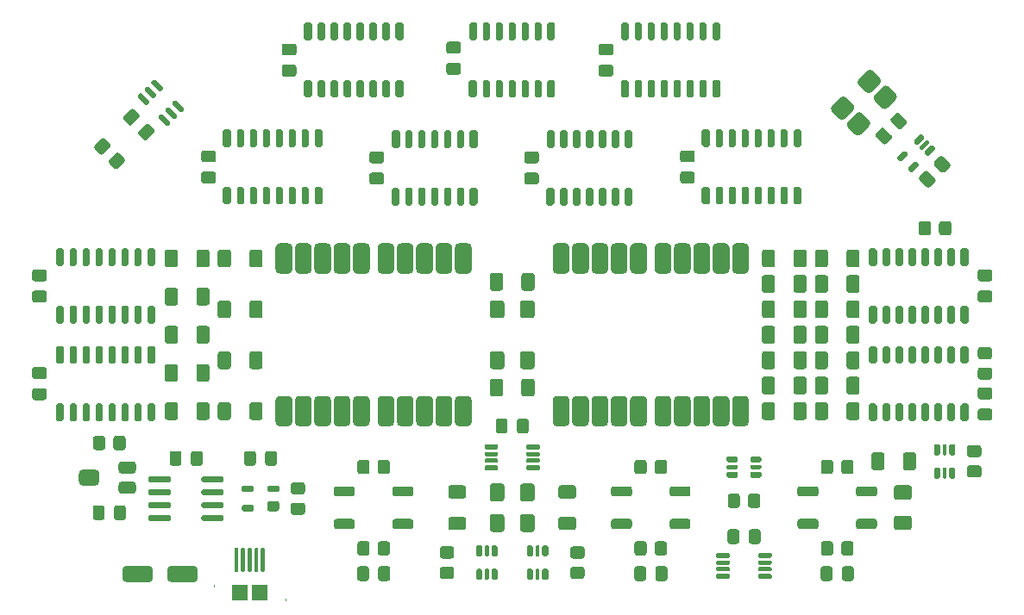
<source format=gtp>
G04 #@! TF.GenerationSoftware,KiCad,Pcbnew,(5.1.10)-1*
G04 #@! TF.CreationDate,2021-08-26T18:29:02-04:00*
G04 #@! TF.ProjectId,CMOS-Clock-V1,434d4f53-2d43-46c6-9f63-6b2d56312e6b,rev?*
G04 #@! TF.SameCoordinates,Original*
G04 #@! TF.FileFunction,Paste,Top*
G04 #@! TF.FilePolarity,Positive*
%FSLAX46Y46*%
G04 Gerber Fmt 4.6, Leading zero omitted, Abs format (unit mm)*
G04 Created by KiCad (PCBNEW (5.1.10)-1) date 2021-08-26 18:29:02*
%MOMM*%
%LPD*%
G01*
G04 APERTURE LIST*
%ADD10C,0.000100*%
%ADD11R,1.500000X1.550000*%
G04 APERTURE END LIST*
D10*
X125410000Y-131120000D02*
X125410000Y-130950000D01*
X118410000Y-129580000D02*
X118410000Y-129750000D01*
G36*
G01*
X112420000Y-128140000D02*
X112420000Y-128940000D01*
G75*
G02*
X112020000Y-129340000I-400000J0D01*
G01*
X109820000Y-129340000D01*
G75*
G02*
X109420000Y-128940000I0J400000D01*
G01*
X109420000Y-128140000D01*
G75*
G02*
X109820000Y-127740000I400000J0D01*
G01*
X112020000Y-127740000D01*
G75*
G02*
X112420000Y-128140000I0J-400000D01*
G01*
G37*
G36*
G01*
X116820000Y-128140000D02*
X116820000Y-128940000D01*
G75*
G02*
X116420000Y-129340000I-400000J0D01*
G01*
X114220000Y-129340000D01*
G75*
G02*
X113820000Y-128940000I0J400000D01*
G01*
X113820000Y-128140000D01*
G75*
G02*
X114220000Y-127740000I400000J0D01*
G01*
X116420000Y-127740000D01*
G75*
G02*
X116820000Y-128140000I0J-400000D01*
G01*
G37*
G36*
G01*
X143470000Y-75870000D02*
X143470000Y-74520000D01*
G75*
G02*
X143670000Y-74320000I200000J0D01*
G01*
X144070000Y-74320000D01*
G75*
G02*
X144270000Y-74520000I0J-200000D01*
G01*
X144270000Y-75870000D01*
G75*
G02*
X144070000Y-76070000I-200000J0D01*
G01*
X143670000Y-76070000D01*
G75*
G02*
X143470000Y-75870000I0J200000D01*
G01*
G37*
G36*
G01*
X144790000Y-75895000D02*
X144790000Y-74495000D01*
G75*
G02*
X144965000Y-74320000I175000J0D01*
G01*
X145315000Y-74320000D01*
G75*
G02*
X145490000Y-74495000I0J-175000D01*
G01*
X145490000Y-75895000D01*
G75*
G02*
X145315000Y-76070000I-175000J0D01*
G01*
X144965000Y-76070000D01*
G75*
G02*
X144790000Y-75895000I0J175000D01*
G01*
G37*
G36*
G01*
X146060000Y-75895000D02*
X146060000Y-74495000D01*
G75*
G02*
X146235000Y-74320000I175000J0D01*
G01*
X146585000Y-74320000D01*
G75*
G02*
X146760000Y-74495000I0J-175000D01*
G01*
X146760000Y-75895000D01*
G75*
G02*
X146585000Y-76070000I-175000J0D01*
G01*
X146235000Y-76070000D01*
G75*
G02*
X146060000Y-75895000I0J175000D01*
G01*
G37*
G36*
G01*
X147330000Y-75895000D02*
X147330000Y-74495000D01*
G75*
G02*
X147505000Y-74320000I175000J0D01*
G01*
X147855000Y-74320000D01*
G75*
G02*
X148030000Y-74495000I0J-175000D01*
G01*
X148030000Y-75895000D01*
G75*
G02*
X147855000Y-76070000I-175000J0D01*
G01*
X147505000Y-76070000D01*
G75*
G02*
X147330000Y-75895000I0J175000D01*
G01*
G37*
G36*
G01*
X148600000Y-75895000D02*
X148600000Y-74495000D01*
G75*
G02*
X148775000Y-74320000I175000J0D01*
G01*
X149125000Y-74320000D01*
G75*
G02*
X149300000Y-74495000I0J-175000D01*
G01*
X149300000Y-75895000D01*
G75*
G02*
X149125000Y-76070000I-175000J0D01*
G01*
X148775000Y-76070000D01*
G75*
G02*
X148600000Y-75895000I0J175000D01*
G01*
G37*
G36*
G01*
X149870000Y-75895000D02*
X149870000Y-74495000D01*
G75*
G02*
X150045000Y-74320000I175000J0D01*
G01*
X150395000Y-74320000D01*
G75*
G02*
X150570000Y-74495000I0J-175000D01*
G01*
X150570000Y-75895000D01*
G75*
G02*
X150395000Y-76070000I-175000J0D01*
G01*
X150045000Y-76070000D01*
G75*
G02*
X149870000Y-75895000I0J175000D01*
G01*
G37*
G36*
G01*
X151090000Y-75870000D02*
X151090000Y-74520000D01*
G75*
G02*
X151290000Y-74320000I200000J0D01*
G01*
X151690000Y-74320000D01*
G75*
G02*
X151890000Y-74520000I0J-200000D01*
G01*
X151890000Y-75870000D01*
G75*
G02*
X151690000Y-76070000I-200000J0D01*
G01*
X151290000Y-76070000D01*
G75*
G02*
X151090000Y-75870000I0J200000D01*
G01*
G37*
G36*
G01*
X151090000Y-81520000D02*
X151090000Y-80170000D01*
G75*
G02*
X151290000Y-79970000I200000J0D01*
G01*
X151690000Y-79970000D01*
G75*
G02*
X151890000Y-80170000I0J-200000D01*
G01*
X151890000Y-81520000D01*
G75*
G02*
X151690000Y-81720000I-200000J0D01*
G01*
X151290000Y-81720000D01*
G75*
G02*
X151090000Y-81520000I0J200000D01*
G01*
G37*
G36*
G01*
X149870000Y-81545000D02*
X149870000Y-80145000D01*
G75*
G02*
X150045000Y-79970000I175000J0D01*
G01*
X150395000Y-79970000D01*
G75*
G02*
X150570000Y-80145000I0J-175000D01*
G01*
X150570000Y-81545000D01*
G75*
G02*
X150395000Y-81720000I-175000J0D01*
G01*
X150045000Y-81720000D01*
G75*
G02*
X149870000Y-81545000I0J175000D01*
G01*
G37*
G36*
G01*
X148600000Y-81545000D02*
X148600000Y-80145000D01*
G75*
G02*
X148775000Y-79970000I175000J0D01*
G01*
X149125000Y-79970000D01*
G75*
G02*
X149300000Y-80145000I0J-175000D01*
G01*
X149300000Y-81545000D01*
G75*
G02*
X149125000Y-81720000I-175000J0D01*
G01*
X148775000Y-81720000D01*
G75*
G02*
X148600000Y-81545000I0J175000D01*
G01*
G37*
G36*
G01*
X147330000Y-81545000D02*
X147330000Y-80145000D01*
G75*
G02*
X147505000Y-79970000I175000J0D01*
G01*
X147855000Y-79970000D01*
G75*
G02*
X148030000Y-80145000I0J-175000D01*
G01*
X148030000Y-81545000D01*
G75*
G02*
X147855000Y-81720000I-175000J0D01*
G01*
X147505000Y-81720000D01*
G75*
G02*
X147330000Y-81545000I0J175000D01*
G01*
G37*
G36*
G01*
X146060000Y-81545000D02*
X146060000Y-80145000D01*
G75*
G02*
X146235000Y-79970000I175000J0D01*
G01*
X146585000Y-79970000D01*
G75*
G02*
X146760000Y-80145000I0J-175000D01*
G01*
X146760000Y-81545000D01*
G75*
G02*
X146585000Y-81720000I-175000J0D01*
G01*
X146235000Y-81720000D01*
G75*
G02*
X146060000Y-81545000I0J175000D01*
G01*
G37*
G36*
G01*
X144790000Y-81545000D02*
X144790000Y-80145000D01*
G75*
G02*
X144965000Y-79970000I175000J0D01*
G01*
X145315000Y-79970000D01*
G75*
G02*
X145490000Y-80145000I0J-175000D01*
G01*
X145490000Y-81545000D01*
G75*
G02*
X145315000Y-81720000I-175000J0D01*
G01*
X144965000Y-81720000D01*
G75*
G02*
X144790000Y-81545000I0J175000D01*
G01*
G37*
G36*
G01*
X143420000Y-81520000D02*
X143420000Y-80170000D01*
G75*
G02*
X143620000Y-79970000I200000J0D01*
G01*
X144020000Y-79970000D01*
G75*
G02*
X144220000Y-80170000I0J-200000D01*
G01*
X144220000Y-81520000D01*
G75*
G02*
X144020000Y-81720000I-200000J0D01*
G01*
X143620000Y-81720000D01*
G75*
G02*
X143420000Y-81520000I0J200000D01*
G01*
G37*
G36*
G01*
X103685000Y-106320000D02*
X103685000Y-107670000D01*
G75*
G02*
X103485000Y-107870000I-200000J0D01*
G01*
X103085000Y-107870000D01*
G75*
G02*
X102885000Y-107670000I0J200000D01*
G01*
X102885000Y-106320000D01*
G75*
G02*
X103085000Y-106120000I200000J0D01*
G01*
X103485000Y-106120000D01*
G75*
G02*
X103685000Y-106320000I0J-200000D01*
G01*
G37*
G36*
G01*
X104955000Y-106295000D02*
X104955000Y-107695000D01*
G75*
G02*
X104780000Y-107870000I-175000J0D01*
G01*
X104430000Y-107870000D01*
G75*
G02*
X104255000Y-107695000I0J175000D01*
G01*
X104255000Y-106295000D01*
G75*
G02*
X104430000Y-106120000I175000J0D01*
G01*
X104780000Y-106120000D01*
G75*
G02*
X104955000Y-106295000I0J-175000D01*
G01*
G37*
G36*
G01*
X106225000Y-106295000D02*
X106225000Y-107695000D01*
G75*
G02*
X106050000Y-107870000I-175000J0D01*
G01*
X105700000Y-107870000D01*
G75*
G02*
X105525000Y-107695000I0J175000D01*
G01*
X105525000Y-106295000D01*
G75*
G02*
X105700000Y-106120000I175000J0D01*
G01*
X106050000Y-106120000D01*
G75*
G02*
X106225000Y-106295000I0J-175000D01*
G01*
G37*
G36*
G01*
X107495000Y-106295000D02*
X107495000Y-107695000D01*
G75*
G02*
X107320000Y-107870000I-175000J0D01*
G01*
X106970000Y-107870000D01*
G75*
G02*
X106795000Y-107695000I0J175000D01*
G01*
X106795000Y-106295000D01*
G75*
G02*
X106970000Y-106120000I175000J0D01*
G01*
X107320000Y-106120000D01*
G75*
G02*
X107495000Y-106295000I0J-175000D01*
G01*
G37*
G36*
G01*
X108765000Y-106295000D02*
X108765000Y-107695000D01*
G75*
G02*
X108590000Y-107870000I-175000J0D01*
G01*
X108240000Y-107870000D01*
G75*
G02*
X108065000Y-107695000I0J175000D01*
G01*
X108065000Y-106295000D01*
G75*
G02*
X108240000Y-106120000I175000J0D01*
G01*
X108590000Y-106120000D01*
G75*
G02*
X108765000Y-106295000I0J-175000D01*
G01*
G37*
G36*
G01*
X110035000Y-106295000D02*
X110035000Y-107695000D01*
G75*
G02*
X109860000Y-107870000I-175000J0D01*
G01*
X109510000Y-107870000D01*
G75*
G02*
X109335000Y-107695000I0J175000D01*
G01*
X109335000Y-106295000D01*
G75*
G02*
X109510000Y-106120000I175000J0D01*
G01*
X109860000Y-106120000D01*
G75*
G02*
X110035000Y-106295000I0J-175000D01*
G01*
G37*
G36*
G01*
X111305000Y-106295000D02*
X111305000Y-107695000D01*
G75*
G02*
X111130000Y-107870000I-175000J0D01*
G01*
X110780000Y-107870000D01*
G75*
G02*
X110605000Y-107695000I0J175000D01*
G01*
X110605000Y-106295000D01*
G75*
G02*
X110780000Y-106120000I175000J0D01*
G01*
X111130000Y-106120000D01*
G75*
G02*
X111305000Y-106295000I0J-175000D01*
G01*
G37*
G36*
G01*
X112675000Y-106320000D02*
X112675000Y-107670000D01*
G75*
G02*
X112475000Y-107870000I-200000J0D01*
G01*
X112075000Y-107870000D01*
G75*
G02*
X111875000Y-107670000I0J200000D01*
G01*
X111875000Y-106320000D01*
G75*
G02*
X112075000Y-106120000I200000J0D01*
G01*
X112475000Y-106120000D01*
G75*
G02*
X112675000Y-106320000I0J-200000D01*
G01*
G37*
G36*
G01*
X112675000Y-111970000D02*
X112675000Y-113320000D01*
G75*
G02*
X112475000Y-113520000I-200000J0D01*
G01*
X112075000Y-113520000D01*
G75*
G02*
X111875000Y-113320000I0J200000D01*
G01*
X111875000Y-111970000D01*
G75*
G02*
X112075000Y-111770000I200000J0D01*
G01*
X112475000Y-111770000D01*
G75*
G02*
X112675000Y-111970000I0J-200000D01*
G01*
G37*
G36*
G01*
X111305000Y-111945000D02*
X111305000Y-113345000D01*
G75*
G02*
X111130000Y-113520000I-175000J0D01*
G01*
X110780000Y-113520000D01*
G75*
G02*
X110605000Y-113345000I0J175000D01*
G01*
X110605000Y-111945000D01*
G75*
G02*
X110780000Y-111770000I175000J0D01*
G01*
X111130000Y-111770000D01*
G75*
G02*
X111305000Y-111945000I0J-175000D01*
G01*
G37*
G36*
G01*
X110035000Y-111945000D02*
X110035000Y-113345000D01*
G75*
G02*
X109860000Y-113520000I-175000J0D01*
G01*
X109510000Y-113520000D01*
G75*
G02*
X109335000Y-113345000I0J175000D01*
G01*
X109335000Y-111945000D01*
G75*
G02*
X109510000Y-111770000I175000J0D01*
G01*
X109860000Y-111770000D01*
G75*
G02*
X110035000Y-111945000I0J-175000D01*
G01*
G37*
G36*
G01*
X108765000Y-111945000D02*
X108765000Y-113345000D01*
G75*
G02*
X108590000Y-113520000I-175000J0D01*
G01*
X108240000Y-113520000D01*
G75*
G02*
X108065000Y-113345000I0J175000D01*
G01*
X108065000Y-111945000D01*
G75*
G02*
X108240000Y-111770000I175000J0D01*
G01*
X108590000Y-111770000D01*
G75*
G02*
X108765000Y-111945000I0J-175000D01*
G01*
G37*
G36*
G01*
X107495000Y-111945000D02*
X107495000Y-113345000D01*
G75*
G02*
X107320000Y-113520000I-175000J0D01*
G01*
X106970000Y-113520000D01*
G75*
G02*
X106795000Y-113345000I0J175000D01*
G01*
X106795000Y-111945000D01*
G75*
G02*
X106970000Y-111770000I175000J0D01*
G01*
X107320000Y-111770000D01*
G75*
G02*
X107495000Y-111945000I0J-175000D01*
G01*
G37*
G36*
G01*
X106225000Y-111945000D02*
X106225000Y-113345000D01*
G75*
G02*
X106050000Y-113520000I-175000J0D01*
G01*
X105700000Y-113520000D01*
G75*
G02*
X105525000Y-113345000I0J175000D01*
G01*
X105525000Y-111945000D01*
G75*
G02*
X105700000Y-111770000I175000J0D01*
G01*
X106050000Y-111770000D01*
G75*
G02*
X106225000Y-111945000I0J-175000D01*
G01*
G37*
G36*
G01*
X104955000Y-111945000D02*
X104955000Y-113345000D01*
G75*
G02*
X104780000Y-113520000I-175000J0D01*
G01*
X104430000Y-113520000D01*
G75*
G02*
X104255000Y-113345000I0J175000D01*
G01*
X104255000Y-111945000D01*
G75*
G02*
X104430000Y-111770000I175000J0D01*
G01*
X104780000Y-111770000D01*
G75*
G02*
X104955000Y-111945000I0J-175000D01*
G01*
G37*
G36*
G01*
X103685000Y-111970000D02*
X103685000Y-113320000D01*
G75*
G02*
X103485000Y-113520000I-200000J0D01*
G01*
X103085000Y-113520000D01*
G75*
G02*
X102885000Y-113320000I0J200000D01*
G01*
X102885000Y-111970000D01*
G75*
G02*
X103085000Y-111770000I200000J0D01*
G01*
X103485000Y-111770000D01*
G75*
G02*
X103685000Y-111970000I0J-200000D01*
G01*
G37*
G36*
G01*
X191675000Y-103720000D02*
X191675000Y-102370000D01*
G75*
G02*
X191875000Y-102170000I200000J0D01*
G01*
X192275000Y-102170000D01*
G75*
G02*
X192475000Y-102370000I0J-200000D01*
G01*
X192475000Y-103720000D01*
G75*
G02*
X192275000Y-103920000I-200000J0D01*
G01*
X191875000Y-103920000D01*
G75*
G02*
X191675000Y-103720000I0J200000D01*
G01*
G37*
G36*
G01*
X190405000Y-103745000D02*
X190405000Y-102345000D01*
G75*
G02*
X190580000Y-102170000I175000J0D01*
G01*
X190930000Y-102170000D01*
G75*
G02*
X191105000Y-102345000I0J-175000D01*
G01*
X191105000Y-103745000D01*
G75*
G02*
X190930000Y-103920000I-175000J0D01*
G01*
X190580000Y-103920000D01*
G75*
G02*
X190405000Y-103745000I0J175000D01*
G01*
G37*
G36*
G01*
X189135000Y-103745000D02*
X189135000Y-102345000D01*
G75*
G02*
X189310000Y-102170000I175000J0D01*
G01*
X189660000Y-102170000D01*
G75*
G02*
X189835000Y-102345000I0J-175000D01*
G01*
X189835000Y-103745000D01*
G75*
G02*
X189660000Y-103920000I-175000J0D01*
G01*
X189310000Y-103920000D01*
G75*
G02*
X189135000Y-103745000I0J175000D01*
G01*
G37*
G36*
G01*
X187865000Y-103745000D02*
X187865000Y-102345000D01*
G75*
G02*
X188040000Y-102170000I175000J0D01*
G01*
X188390000Y-102170000D01*
G75*
G02*
X188565000Y-102345000I0J-175000D01*
G01*
X188565000Y-103745000D01*
G75*
G02*
X188390000Y-103920000I-175000J0D01*
G01*
X188040000Y-103920000D01*
G75*
G02*
X187865000Y-103745000I0J175000D01*
G01*
G37*
G36*
G01*
X186595000Y-103745000D02*
X186595000Y-102345000D01*
G75*
G02*
X186770000Y-102170000I175000J0D01*
G01*
X187120000Y-102170000D01*
G75*
G02*
X187295000Y-102345000I0J-175000D01*
G01*
X187295000Y-103745000D01*
G75*
G02*
X187120000Y-103920000I-175000J0D01*
G01*
X186770000Y-103920000D01*
G75*
G02*
X186595000Y-103745000I0J175000D01*
G01*
G37*
G36*
G01*
X185325000Y-103745000D02*
X185325000Y-102345000D01*
G75*
G02*
X185500000Y-102170000I175000J0D01*
G01*
X185850000Y-102170000D01*
G75*
G02*
X186025000Y-102345000I0J-175000D01*
G01*
X186025000Y-103745000D01*
G75*
G02*
X185850000Y-103920000I-175000J0D01*
G01*
X185500000Y-103920000D01*
G75*
G02*
X185325000Y-103745000I0J175000D01*
G01*
G37*
G36*
G01*
X184055000Y-103745000D02*
X184055000Y-102345000D01*
G75*
G02*
X184230000Y-102170000I175000J0D01*
G01*
X184580000Y-102170000D01*
G75*
G02*
X184755000Y-102345000I0J-175000D01*
G01*
X184755000Y-103745000D01*
G75*
G02*
X184580000Y-103920000I-175000J0D01*
G01*
X184230000Y-103920000D01*
G75*
G02*
X184055000Y-103745000I0J175000D01*
G01*
G37*
G36*
G01*
X182685000Y-103720000D02*
X182685000Y-102370000D01*
G75*
G02*
X182885000Y-102170000I200000J0D01*
G01*
X183285000Y-102170000D01*
G75*
G02*
X183485000Y-102370000I0J-200000D01*
G01*
X183485000Y-103720000D01*
G75*
G02*
X183285000Y-103920000I-200000J0D01*
G01*
X182885000Y-103920000D01*
G75*
G02*
X182685000Y-103720000I0J200000D01*
G01*
G37*
G36*
G01*
X182685000Y-98070000D02*
X182685000Y-96720000D01*
G75*
G02*
X182885000Y-96520000I200000J0D01*
G01*
X183285000Y-96520000D01*
G75*
G02*
X183485000Y-96720000I0J-200000D01*
G01*
X183485000Y-98070000D01*
G75*
G02*
X183285000Y-98270000I-200000J0D01*
G01*
X182885000Y-98270000D01*
G75*
G02*
X182685000Y-98070000I0J200000D01*
G01*
G37*
G36*
G01*
X184055000Y-98095000D02*
X184055000Y-96695000D01*
G75*
G02*
X184230000Y-96520000I175000J0D01*
G01*
X184580000Y-96520000D01*
G75*
G02*
X184755000Y-96695000I0J-175000D01*
G01*
X184755000Y-98095000D01*
G75*
G02*
X184580000Y-98270000I-175000J0D01*
G01*
X184230000Y-98270000D01*
G75*
G02*
X184055000Y-98095000I0J175000D01*
G01*
G37*
G36*
G01*
X185325000Y-98095000D02*
X185325000Y-96695000D01*
G75*
G02*
X185500000Y-96520000I175000J0D01*
G01*
X185850000Y-96520000D01*
G75*
G02*
X186025000Y-96695000I0J-175000D01*
G01*
X186025000Y-98095000D01*
G75*
G02*
X185850000Y-98270000I-175000J0D01*
G01*
X185500000Y-98270000D01*
G75*
G02*
X185325000Y-98095000I0J175000D01*
G01*
G37*
G36*
G01*
X186595000Y-98095000D02*
X186595000Y-96695000D01*
G75*
G02*
X186770000Y-96520000I175000J0D01*
G01*
X187120000Y-96520000D01*
G75*
G02*
X187295000Y-96695000I0J-175000D01*
G01*
X187295000Y-98095000D01*
G75*
G02*
X187120000Y-98270000I-175000J0D01*
G01*
X186770000Y-98270000D01*
G75*
G02*
X186595000Y-98095000I0J175000D01*
G01*
G37*
G36*
G01*
X187865000Y-98095000D02*
X187865000Y-96695000D01*
G75*
G02*
X188040000Y-96520000I175000J0D01*
G01*
X188390000Y-96520000D01*
G75*
G02*
X188565000Y-96695000I0J-175000D01*
G01*
X188565000Y-98095000D01*
G75*
G02*
X188390000Y-98270000I-175000J0D01*
G01*
X188040000Y-98270000D01*
G75*
G02*
X187865000Y-98095000I0J175000D01*
G01*
G37*
G36*
G01*
X189135000Y-98095000D02*
X189135000Y-96695000D01*
G75*
G02*
X189310000Y-96520000I175000J0D01*
G01*
X189660000Y-96520000D01*
G75*
G02*
X189835000Y-96695000I0J-175000D01*
G01*
X189835000Y-98095000D01*
G75*
G02*
X189660000Y-98270000I-175000J0D01*
G01*
X189310000Y-98270000D01*
G75*
G02*
X189135000Y-98095000I0J175000D01*
G01*
G37*
G36*
G01*
X190405000Y-98095000D02*
X190405000Y-96695000D01*
G75*
G02*
X190580000Y-96520000I175000J0D01*
G01*
X190930000Y-96520000D01*
G75*
G02*
X191105000Y-96695000I0J-175000D01*
G01*
X191105000Y-98095000D01*
G75*
G02*
X190930000Y-98270000I-175000J0D01*
G01*
X190580000Y-98270000D01*
G75*
G02*
X190405000Y-98095000I0J175000D01*
G01*
G37*
G36*
G01*
X191675000Y-98070000D02*
X191675000Y-96720000D01*
G75*
G02*
X191875000Y-96520000I200000J0D01*
G01*
X192275000Y-96520000D01*
G75*
G02*
X192475000Y-96720000I0J-200000D01*
G01*
X192475000Y-98070000D01*
G75*
G02*
X192275000Y-98270000I-200000J0D01*
G01*
X191875000Y-98270000D01*
G75*
G02*
X191675000Y-98070000I0J200000D01*
G01*
G37*
G36*
G01*
X191675000Y-113320000D02*
X191675000Y-111970000D01*
G75*
G02*
X191875000Y-111770000I200000J0D01*
G01*
X192275000Y-111770000D01*
G75*
G02*
X192475000Y-111970000I0J-200000D01*
G01*
X192475000Y-113320000D01*
G75*
G02*
X192275000Y-113520000I-200000J0D01*
G01*
X191875000Y-113520000D01*
G75*
G02*
X191675000Y-113320000I0J200000D01*
G01*
G37*
G36*
G01*
X190405000Y-113345000D02*
X190405000Y-111945000D01*
G75*
G02*
X190580000Y-111770000I175000J0D01*
G01*
X190930000Y-111770000D01*
G75*
G02*
X191105000Y-111945000I0J-175000D01*
G01*
X191105000Y-113345000D01*
G75*
G02*
X190930000Y-113520000I-175000J0D01*
G01*
X190580000Y-113520000D01*
G75*
G02*
X190405000Y-113345000I0J175000D01*
G01*
G37*
G36*
G01*
X189135000Y-113345000D02*
X189135000Y-111945000D01*
G75*
G02*
X189310000Y-111770000I175000J0D01*
G01*
X189660000Y-111770000D01*
G75*
G02*
X189835000Y-111945000I0J-175000D01*
G01*
X189835000Y-113345000D01*
G75*
G02*
X189660000Y-113520000I-175000J0D01*
G01*
X189310000Y-113520000D01*
G75*
G02*
X189135000Y-113345000I0J175000D01*
G01*
G37*
G36*
G01*
X187865000Y-113345000D02*
X187865000Y-111945000D01*
G75*
G02*
X188040000Y-111770000I175000J0D01*
G01*
X188390000Y-111770000D01*
G75*
G02*
X188565000Y-111945000I0J-175000D01*
G01*
X188565000Y-113345000D01*
G75*
G02*
X188390000Y-113520000I-175000J0D01*
G01*
X188040000Y-113520000D01*
G75*
G02*
X187865000Y-113345000I0J175000D01*
G01*
G37*
G36*
G01*
X186595000Y-113345000D02*
X186595000Y-111945000D01*
G75*
G02*
X186770000Y-111770000I175000J0D01*
G01*
X187120000Y-111770000D01*
G75*
G02*
X187295000Y-111945000I0J-175000D01*
G01*
X187295000Y-113345000D01*
G75*
G02*
X187120000Y-113520000I-175000J0D01*
G01*
X186770000Y-113520000D01*
G75*
G02*
X186595000Y-113345000I0J175000D01*
G01*
G37*
G36*
G01*
X185325000Y-113345000D02*
X185325000Y-111945000D01*
G75*
G02*
X185500000Y-111770000I175000J0D01*
G01*
X185850000Y-111770000D01*
G75*
G02*
X186025000Y-111945000I0J-175000D01*
G01*
X186025000Y-113345000D01*
G75*
G02*
X185850000Y-113520000I-175000J0D01*
G01*
X185500000Y-113520000D01*
G75*
G02*
X185325000Y-113345000I0J175000D01*
G01*
G37*
G36*
G01*
X184055000Y-113345000D02*
X184055000Y-111945000D01*
G75*
G02*
X184230000Y-111770000I175000J0D01*
G01*
X184580000Y-111770000D01*
G75*
G02*
X184755000Y-111945000I0J-175000D01*
G01*
X184755000Y-113345000D01*
G75*
G02*
X184580000Y-113520000I-175000J0D01*
G01*
X184230000Y-113520000D01*
G75*
G02*
X184055000Y-113345000I0J175000D01*
G01*
G37*
G36*
G01*
X182685000Y-113320000D02*
X182685000Y-111970000D01*
G75*
G02*
X182885000Y-111770000I200000J0D01*
G01*
X183285000Y-111770000D01*
G75*
G02*
X183485000Y-111970000I0J-200000D01*
G01*
X183485000Y-113320000D01*
G75*
G02*
X183285000Y-113520000I-200000J0D01*
G01*
X182885000Y-113520000D01*
G75*
G02*
X182685000Y-113320000I0J200000D01*
G01*
G37*
G36*
G01*
X182685000Y-107670000D02*
X182685000Y-106320000D01*
G75*
G02*
X182885000Y-106120000I200000J0D01*
G01*
X183285000Y-106120000D01*
G75*
G02*
X183485000Y-106320000I0J-200000D01*
G01*
X183485000Y-107670000D01*
G75*
G02*
X183285000Y-107870000I-200000J0D01*
G01*
X182885000Y-107870000D01*
G75*
G02*
X182685000Y-107670000I0J200000D01*
G01*
G37*
G36*
G01*
X184055000Y-107695000D02*
X184055000Y-106295000D01*
G75*
G02*
X184230000Y-106120000I175000J0D01*
G01*
X184580000Y-106120000D01*
G75*
G02*
X184755000Y-106295000I0J-175000D01*
G01*
X184755000Y-107695000D01*
G75*
G02*
X184580000Y-107870000I-175000J0D01*
G01*
X184230000Y-107870000D01*
G75*
G02*
X184055000Y-107695000I0J175000D01*
G01*
G37*
G36*
G01*
X185325000Y-107695000D02*
X185325000Y-106295000D01*
G75*
G02*
X185500000Y-106120000I175000J0D01*
G01*
X185850000Y-106120000D01*
G75*
G02*
X186025000Y-106295000I0J-175000D01*
G01*
X186025000Y-107695000D01*
G75*
G02*
X185850000Y-107870000I-175000J0D01*
G01*
X185500000Y-107870000D01*
G75*
G02*
X185325000Y-107695000I0J175000D01*
G01*
G37*
G36*
G01*
X186595000Y-107695000D02*
X186595000Y-106295000D01*
G75*
G02*
X186770000Y-106120000I175000J0D01*
G01*
X187120000Y-106120000D01*
G75*
G02*
X187295000Y-106295000I0J-175000D01*
G01*
X187295000Y-107695000D01*
G75*
G02*
X187120000Y-107870000I-175000J0D01*
G01*
X186770000Y-107870000D01*
G75*
G02*
X186595000Y-107695000I0J175000D01*
G01*
G37*
G36*
G01*
X187865000Y-107695000D02*
X187865000Y-106295000D01*
G75*
G02*
X188040000Y-106120000I175000J0D01*
G01*
X188390000Y-106120000D01*
G75*
G02*
X188565000Y-106295000I0J-175000D01*
G01*
X188565000Y-107695000D01*
G75*
G02*
X188390000Y-107870000I-175000J0D01*
G01*
X188040000Y-107870000D01*
G75*
G02*
X187865000Y-107695000I0J175000D01*
G01*
G37*
G36*
G01*
X189135000Y-107695000D02*
X189135000Y-106295000D01*
G75*
G02*
X189310000Y-106120000I175000J0D01*
G01*
X189660000Y-106120000D01*
G75*
G02*
X189835000Y-106295000I0J-175000D01*
G01*
X189835000Y-107695000D01*
G75*
G02*
X189660000Y-107870000I-175000J0D01*
G01*
X189310000Y-107870000D01*
G75*
G02*
X189135000Y-107695000I0J175000D01*
G01*
G37*
G36*
G01*
X190405000Y-107695000D02*
X190405000Y-106295000D01*
G75*
G02*
X190580000Y-106120000I175000J0D01*
G01*
X190930000Y-106120000D01*
G75*
G02*
X191105000Y-106295000I0J-175000D01*
G01*
X191105000Y-107695000D01*
G75*
G02*
X190930000Y-107870000I-175000J0D01*
G01*
X190580000Y-107870000D01*
G75*
G02*
X190405000Y-107695000I0J175000D01*
G01*
G37*
G36*
G01*
X191675000Y-107670000D02*
X191675000Y-106320000D01*
G75*
G02*
X191875000Y-106120000I200000J0D01*
G01*
X192275000Y-106120000D01*
G75*
G02*
X192475000Y-106320000I0J-200000D01*
G01*
X192475000Y-107670000D01*
G75*
G02*
X192275000Y-107870000I-200000J0D01*
G01*
X191875000Y-107870000D01*
G75*
G02*
X191675000Y-107670000I0J200000D01*
G01*
G37*
G36*
G01*
X161655000Y-98607500D02*
X161655000Y-96432500D01*
G75*
G02*
X162067500Y-96020000I412500J0D01*
G01*
X162892500Y-96020000D01*
G75*
G02*
X163305000Y-96432500I0J-412500D01*
G01*
X163305000Y-98607500D01*
G75*
G02*
X162892500Y-99020000I-412500J0D01*
G01*
X162067500Y-99020000D01*
G75*
G02*
X161655000Y-98607500I0J412500D01*
G01*
G37*
G36*
G01*
X163555000Y-98607500D02*
X163555000Y-96432500D01*
G75*
G02*
X163967500Y-96020000I412500J0D01*
G01*
X164792500Y-96020000D01*
G75*
G02*
X165205000Y-96432500I0J-412500D01*
G01*
X165205000Y-98607500D01*
G75*
G02*
X164792500Y-99020000I-412500J0D01*
G01*
X163967500Y-99020000D01*
G75*
G02*
X163555000Y-98607500I0J412500D01*
G01*
G37*
G36*
G01*
X165455000Y-98607500D02*
X165455000Y-96432500D01*
G75*
G02*
X165867500Y-96020000I412500J0D01*
G01*
X166692500Y-96020000D01*
G75*
G02*
X167105000Y-96432500I0J-412500D01*
G01*
X167105000Y-98607500D01*
G75*
G02*
X166692500Y-99020000I-412500J0D01*
G01*
X165867500Y-99020000D01*
G75*
G02*
X165455000Y-98607500I0J412500D01*
G01*
G37*
G36*
G01*
X167355000Y-98607500D02*
X167355000Y-96432500D01*
G75*
G02*
X167767500Y-96020000I412500J0D01*
G01*
X168592500Y-96020000D01*
G75*
G02*
X169005000Y-96432500I0J-412500D01*
G01*
X169005000Y-98607500D01*
G75*
G02*
X168592500Y-99020000I-412500J0D01*
G01*
X167767500Y-99020000D01*
G75*
G02*
X167355000Y-98607500I0J412500D01*
G01*
G37*
G36*
G01*
X169255000Y-98607500D02*
X169255000Y-96432500D01*
G75*
G02*
X169667500Y-96020000I412500J0D01*
G01*
X170492500Y-96020000D01*
G75*
G02*
X170905000Y-96432500I0J-412500D01*
G01*
X170905000Y-98607500D01*
G75*
G02*
X170492500Y-99020000I-412500J0D01*
G01*
X169667500Y-99020000D01*
G75*
G02*
X169255000Y-98607500I0J412500D01*
G01*
G37*
G36*
G01*
X169255000Y-113607500D02*
X169255000Y-111432500D01*
G75*
G02*
X169667500Y-111020000I412500J0D01*
G01*
X170492500Y-111020000D01*
G75*
G02*
X170905000Y-111432500I0J-412500D01*
G01*
X170905000Y-113607500D01*
G75*
G02*
X170492500Y-114020000I-412500J0D01*
G01*
X169667500Y-114020000D01*
G75*
G02*
X169255000Y-113607500I0J412500D01*
G01*
G37*
G36*
G01*
X167355000Y-113607500D02*
X167355000Y-111432500D01*
G75*
G02*
X167767500Y-111020000I412500J0D01*
G01*
X168592500Y-111020000D01*
G75*
G02*
X169005000Y-111432500I0J-412500D01*
G01*
X169005000Y-113607500D01*
G75*
G02*
X168592500Y-114020000I-412500J0D01*
G01*
X167767500Y-114020000D01*
G75*
G02*
X167355000Y-113607500I0J412500D01*
G01*
G37*
G36*
G01*
X165455000Y-113607500D02*
X165455000Y-111432500D01*
G75*
G02*
X165867500Y-111020000I412500J0D01*
G01*
X166692500Y-111020000D01*
G75*
G02*
X167105000Y-111432500I0J-412500D01*
G01*
X167105000Y-113607500D01*
G75*
G02*
X166692500Y-114020000I-412500J0D01*
G01*
X165867500Y-114020000D01*
G75*
G02*
X165455000Y-113607500I0J412500D01*
G01*
G37*
G36*
G01*
X163555000Y-113607500D02*
X163555000Y-111432500D01*
G75*
G02*
X163967500Y-111020000I412500J0D01*
G01*
X164792500Y-111020000D01*
G75*
G02*
X165205000Y-111432500I0J-412500D01*
G01*
X165205000Y-113607500D01*
G75*
G02*
X164792500Y-114020000I-412500J0D01*
G01*
X163967500Y-114020000D01*
G75*
G02*
X163555000Y-113607500I0J412500D01*
G01*
G37*
G36*
G01*
X161655000Y-113607500D02*
X161655000Y-111432500D01*
G75*
G02*
X162067500Y-111020000I412500J0D01*
G01*
X162892500Y-111020000D01*
G75*
G02*
X163305000Y-111432500I0J-412500D01*
G01*
X163305000Y-113607500D01*
G75*
G02*
X162892500Y-114020000I-412500J0D01*
G01*
X162067500Y-114020000D01*
G75*
G02*
X161655000Y-113607500I0J412500D01*
G01*
G37*
G36*
G01*
X116680000Y-98145001D02*
X116680000Y-96894999D01*
G75*
G02*
X116929999Y-96645000I249999J0D01*
G01*
X117730001Y-96645000D01*
G75*
G02*
X117980000Y-96894999I0J-249999D01*
G01*
X117980000Y-98145001D01*
G75*
G02*
X117730001Y-98395000I-249999J0D01*
G01*
X116929999Y-98395000D01*
G75*
G02*
X116680000Y-98145001I0J249999D01*
G01*
G37*
G36*
G01*
X113580000Y-98145001D02*
X113580000Y-96894999D01*
G75*
G02*
X113829999Y-96645000I249999J0D01*
G01*
X114630001Y-96645000D01*
G75*
G02*
X114880000Y-96894999I0J-249999D01*
G01*
X114880000Y-98145001D01*
G75*
G02*
X114630001Y-98395000I-249999J0D01*
G01*
X113829999Y-98395000D01*
G75*
G02*
X113580000Y-98145001I0J249999D01*
G01*
G37*
G36*
G01*
X160830000Y-128025000D02*
X160830000Y-128975000D01*
G75*
G02*
X160580000Y-129225000I-250000J0D01*
G01*
X159905000Y-129225000D01*
G75*
G02*
X159655000Y-128975000I0J250000D01*
G01*
X159655000Y-128025000D01*
G75*
G02*
X159905000Y-127775000I250000J0D01*
G01*
X160580000Y-127775000D01*
G75*
G02*
X160830000Y-128025000I0J-250000D01*
G01*
G37*
G36*
G01*
X162905000Y-128025000D02*
X162905000Y-128975000D01*
G75*
G02*
X162655000Y-129225000I-250000J0D01*
G01*
X161980000Y-129225000D01*
G75*
G02*
X161730000Y-128975000I0J250000D01*
G01*
X161730000Y-128025000D01*
G75*
G02*
X161980000Y-127775000I250000J0D01*
G01*
X162655000Y-127775000D01*
G75*
G02*
X162905000Y-128025000I0J-250000D01*
G01*
G37*
G36*
G01*
X181430000Y-123870000D02*
X181430000Y-123370000D01*
G75*
G02*
X181680000Y-123120000I250000J0D01*
G01*
X183230000Y-123120000D01*
G75*
G02*
X183480000Y-123370000I0J-250000D01*
G01*
X183480000Y-123870000D01*
G75*
G02*
X183230000Y-124120000I-250000J0D01*
G01*
X181680000Y-124120000D01*
G75*
G02*
X181430000Y-123870000I0J250000D01*
G01*
G37*
G36*
G01*
X175680000Y-123870000D02*
X175680000Y-123370000D01*
G75*
G02*
X175930000Y-123120000I250000J0D01*
G01*
X177480000Y-123120000D01*
G75*
G02*
X177730000Y-123370000I0J-250000D01*
G01*
X177730000Y-123870000D01*
G75*
G02*
X177480000Y-124120000I-250000J0D01*
G01*
X175930000Y-124120000D01*
G75*
G02*
X175680000Y-123870000I0J250000D01*
G01*
G37*
G36*
G01*
X181430000Y-120670000D02*
X181430000Y-120170000D01*
G75*
G02*
X181680000Y-119920000I250000J0D01*
G01*
X183230000Y-119920000D01*
G75*
G02*
X183480000Y-120170000I0J-250000D01*
G01*
X183480000Y-120670000D01*
G75*
G02*
X183230000Y-120920000I-250000J0D01*
G01*
X181680000Y-120920000D01*
G75*
G02*
X181430000Y-120670000I0J250000D01*
G01*
G37*
G36*
G01*
X175680000Y-120670000D02*
X175680000Y-120170000D01*
G75*
G02*
X175930000Y-119920000I250000J0D01*
G01*
X177480000Y-119920000D01*
G75*
G02*
X177730000Y-120170000I0J-250000D01*
G01*
X177730000Y-120670000D01*
G75*
G02*
X177480000Y-120920000I-250000J0D01*
G01*
X175930000Y-120920000D01*
G75*
G02*
X175680000Y-120670000I0J250000D01*
G01*
G37*
G36*
G01*
X163130000Y-123870000D02*
X163130000Y-123370000D01*
G75*
G02*
X163380000Y-123120000I250000J0D01*
G01*
X164930000Y-123120000D01*
G75*
G02*
X165180000Y-123370000I0J-250000D01*
G01*
X165180000Y-123870000D01*
G75*
G02*
X164930000Y-124120000I-250000J0D01*
G01*
X163380000Y-124120000D01*
G75*
G02*
X163130000Y-123870000I0J250000D01*
G01*
G37*
G36*
G01*
X157380000Y-123870000D02*
X157380000Y-123370000D01*
G75*
G02*
X157630000Y-123120000I250000J0D01*
G01*
X159180000Y-123120000D01*
G75*
G02*
X159430000Y-123370000I0J-250000D01*
G01*
X159430000Y-123870000D01*
G75*
G02*
X159180000Y-124120000I-250000J0D01*
G01*
X157630000Y-124120000D01*
G75*
G02*
X157380000Y-123870000I0J250000D01*
G01*
G37*
G36*
G01*
X163130000Y-120670000D02*
X163130000Y-120170000D01*
G75*
G02*
X163380000Y-119920000I250000J0D01*
G01*
X164930000Y-119920000D01*
G75*
G02*
X165180000Y-120170000I0J-250000D01*
G01*
X165180000Y-120670000D01*
G75*
G02*
X164930000Y-120920000I-250000J0D01*
G01*
X163380000Y-120920000D01*
G75*
G02*
X163130000Y-120670000I0J250000D01*
G01*
G37*
G36*
G01*
X157380000Y-120670000D02*
X157380000Y-120170000D01*
G75*
G02*
X157630000Y-119920000I250000J0D01*
G01*
X159180000Y-119920000D01*
G75*
G02*
X159430000Y-120170000I0J-250000D01*
G01*
X159430000Y-120670000D01*
G75*
G02*
X159180000Y-120920000I-250000J0D01*
G01*
X157630000Y-120920000D01*
G75*
G02*
X157380000Y-120670000I0J250000D01*
G01*
G37*
G36*
G01*
X135930000Y-123870000D02*
X135930000Y-123370000D01*
G75*
G02*
X136180000Y-123120000I250000J0D01*
G01*
X137730000Y-123120000D01*
G75*
G02*
X137980000Y-123370000I0J-250000D01*
G01*
X137980000Y-123870000D01*
G75*
G02*
X137730000Y-124120000I-250000J0D01*
G01*
X136180000Y-124120000D01*
G75*
G02*
X135930000Y-123870000I0J250000D01*
G01*
G37*
G36*
G01*
X130180000Y-123870000D02*
X130180000Y-123370000D01*
G75*
G02*
X130430000Y-123120000I250000J0D01*
G01*
X131980000Y-123120000D01*
G75*
G02*
X132230000Y-123370000I0J-250000D01*
G01*
X132230000Y-123870000D01*
G75*
G02*
X131980000Y-124120000I-250000J0D01*
G01*
X130430000Y-124120000D01*
G75*
G02*
X130180000Y-123870000I0J250000D01*
G01*
G37*
G36*
G01*
X135930000Y-120670000D02*
X135930000Y-120170000D01*
G75*
G02*
X136180000Y-119920000I250000J0D01*
G01*
X137730000Y-119920000D01*
G75*
G02*
X137980000Y-120170000I0J-250000D01*
G01*
X137980000Y-120670000D01*
G75*
G02*
X137730000Y-120920000I-250000J0D01*
G01*
X136180000Y-120920000D01*
G75*
G02*
X135930000Y-120670000I0J250000D01*
G01*
G37*
G36*
G01*
X130180000Y-120670000D02*
X130180000Y-120170000D01*
G75*
G02*
X130430000Y-119920000I250000J0D01*
G01*
X131980000Y-119920000D01*
G75*
G02*
X132230000Y-120170000I0J-250000D01*
G01*
X132230000Y-120670000D01*
G75*
G02*
X131980000Y-120920000I-250000J0D01*
G01*
X130430000Y-120920000D01*
G75*
G02*
X130180000Y-120670000I0J250000D01*
G01*
G37*
G36*
G01*
X194555000Y-99770000D02*
X193605000Y-99770000D01*
G75*
G02*
X193355000Y-99520000I0J250000D01*
G01*
X193355000Y-98845000D01*
G75*
G02*
X193605000Y-98595000I250000J0D01*
G01*
X194555000Y-98595000D01*
G75*
G02*
X194805000Y-98845000I0J-250000D01*
G01*
X194805000Y-99520000D01*
G75*
G02*
X194555000Y-99770000I-250000J0D01*
G01*
G37*
G36*
G01*
X194555000Y-101845000D02*
X193605000Y-101845000D01*
G75*
G02*
X193355000Y-101595000I0J250000D01*
G01*
X193355000Y-100920000D01*
G75*
G02*
X193605000Y-100670000I250000J0D01*
G01*
X194555000Y-100670000D01*
G75*
G02*
X194805000Y-100920000I0J-250000D01*
G01*
X194805000Y-101595000D01*
G75*
G02*
X194555000Y-101845000I-250000J0D01*
G01*
G37*
G36*
G01*
X120410000Y-128225000D02*
X120410000Y-126075000D01*
G75*
G02*
X120510000Y-125975000I100000J0D01*
G01*
X120710000Y-125975000D01*
G75*
G02*
X120810000Y-126075000I0J-100000D01*
G01*
X120810000Y-128225000D01*
G75*
G02*
X120710000Y-128325000I-100000J0D01*
G01*
X120510000Y-128325000D01*
G75*
G02*
X120410000Y-128225000I0J100000D01*
G01*
G37*
G36*
G01*
X121060000Y-128225000D02*
X121060000Y-126075000D01*
G75*
G02*
X121160000Y-125975000I100000J0D01*
G01*
X121360000Y-125975000D01*
G75*
G02*
X121460000Y-126075000I0J-100000D01*
G01*
X121460000Y-128225000D01*
G75*
G02*
X121360000Y-128325000I-100000J0D01*
G01*
X121160000Y-128325000D01*
G75*
G02*
X121060000Y-128225000I0J100000D01*
G01*
G37*
G36*
G01*
X121710000Y-128225000D02*
X121710000Y-126075000D01*
G75*
G02*
X121810000Y-125975000I100000J0D01*
G01*
X122010000Y-125975000D01*
G75*
G02*
X122110000Y-126075000I0J-100000D01*
G01*
X122110000Y-128225000D01*
G75*
G02*
X122010000Y-128325000I-100000J0D01*
G01*
X121810000Y-128325000D01*
G75*
G02*
X121710000Y-128225000I0J100000D01*
G01*
G37*
G36*
G01*
X122360000Y-128225000D02*
X122360000Y-126075000D01*
G75*
G02*
X122460000Y-125975000I100000J0D01*
G01*
X122660000Y-125975000D01*
G75*
G02*
X122760000Y-126075000I0J-100000D01*
G01*
X122760000Y-128225000D01*
G75*
G02*
X122660000Y-128325000I-100000J0D01*
G01*
X122460000Y-128325000D01*
G75*
G02*
X122360000Y-128225000I0J100000D01*
G01*
G37*
G36*
G01*
X123010000Y-128225000D02*
X123010000Y-126075000D01*
G75*
G02*
X123110000Y-125975000I100000J0D01*
G01*
X123310000Y-125975000D01*
G75*
G02*
X123410000Y-126075000I0J-100000D01*
G01*
X123410000Y-128225000D01*
G75*
G02*
X123310000Y-128325000I-100000J0D01*
G01*
X123110000Y-128325000D01*
G75*
G02*
X123010000Y-128225000I0J100000D01*
G01*
G37*
D11*
X120910000Y-130350000D03*
X122910000Y-130350000D03*
G36*
G01*
X189520000Y-116860000D02*
X189220000Y-116860000D01*
G75*
G02*
X189070000Y-116710000I0J150000D01*
G01*
X189070000Y-115910000D01*
G75*
G02*
X189220000Y-115760000I150000J0D01*
G01*
X189520000Y-115760000D01*
G75*
G02*
X189670000Y-115910000I0J-150000D01*
G01*
X189670000Y-116710000D01*
G75*
G02*
X189520000Y-116860000I-150000J0D01*
G01*
G37*
G36*
G01*
X190220000Y-116860000D02*
X190020000Y-116860000D01*
G75*
G02*
X189920000Y-116760000I0J100000D01*
G01*
X189920000Y-115860000D01*
G75*
G02*
X190020000Y-115760000I100000J0D01*
G01*
X190220000Y-115760000D01*
G75*
G02*
X190320000Y-115860000I0J-100000D01*
G01*
X190320000Y-116760000D01*
G75*
G02*
X190220000Y-116860000I-100000J0D01*
G01*
G37*
G36*
G01*
X191020000Y-116860000D02*
X190720000Y-116860000D01*
G75*
G02*
X190570000Y-116710000I0J150000D01*
G01*
X190570000Y-115910000D01*
G75*
G02*
X190720000Y-115760000I150000J0D01*
G01*
X191020000Y-115760000D01*
G75*
G02*
X191170000Y-115910000I0J-150000D01*
G01*
X191170000Y-116710000D01*
G75*
G02*
X191020000Y-116860000I-150000J0D01*
G01*
G37*
G36*
G01*
X189520000Y-119160000D02*
X189220000Y-119160000D01*
G75*
G02*
X189070000Y-119010000I0J150000D01*
G01*
X189070000Y-118210000D01*
G75*
G02*
X189220000Y-118060000I150000J0D01*
G01*
X189520000Y-118060000D01*
G75*
G02*
X189670000Y-118210000I0J-150000D01*
G01*
X189670000Y-119010000D01*
G75*
G02*
X189520000Y-119160000I-150000J0D01*
G01*
G37*
G36*
G01*
X190220000Y-119160000D02*
X190020000Y-119160000D01*
G75*
G02*
X189920000Y-119060000I0J100000D01*
G01*
X189920000Y-118160000D01*
G75*
G02*
X190020000Y-118060000I100000J0D01*
G01*
X190220000Y-118060000D01*
G75*
G02*
X190320000Y-118160000I0J-100000D01*
G01*
X190320000Y-119060000D01*
G75*
G02*
X190220000Y-119160000I-100000J0D01*
G01*
G37*
G36*
G01*
X191020000Y-119160000D02*
X190720000Y-119160000D01*
G75*
G02*
X190570000Y-119010000I0J150000D01*
G01*
X190570000Y-118210000D01*
G75*
G02*
X190720000Y-118060000I150000J0D01*
G01*
X191020000Y-118060000D01*
G75*
G02*
X191170000Y-118210000I0J-150000D01*
G01*
X191170000Y-119010000D01*
G75*
G02*
X191020000Y-119160000I-150000J0D01*
G01*
G37*
G36*
G01*
X145792500Y-128020000D02*
X146092500Y-128020000D01*
G75*
G02*
X146242500Y-128170000I0J-150000D01*
G01*
X146242500Y-128970000D01*
G75*
G02*
X146092500Y-129120000I-150000J0D01*
G01*
X145792500Y-129120000D01*
G75*
G02*
X145642500Y-128970000I0J150000D01*
G01*
X145642500Y-128170000D01*
G75*
G02*
X145792500Y-128020000I150000J0D01*
G01*
G37*
G36*
G01*
X145092500Y-128020000D02*
X145292500Y-128020000D01*
G75*
G02*
X145392500Y-128120000I0J-100000D01*
G01*
X145392500Y-129020000D01*
G75*
G02*
X145292500Y-129120000I-100000J0D01*
G01*
X145092500Y-129120000D01*
G75*
G02*
X144992500Y-129020000I0J100000D01*
G01*
X144992500Y-128120000D01*
G75*
G02*
X145092500Y-128020000I100000J0D01*
G01*
G37*
G36*
G01*
X144292500Y-128020000D02*
X144592500Y-128020000D01*
G75*
G02*
X144742500Y-128170000I0J-150000D01*
G01*
X144742500Y-128970000D01*
G75*
G02*
X144592500Y-129120000I-150000J0D01*
G01*
X144292500Y-129120000D01*
G75*
G02*
X144142500Y-128970000I0J150000D01*
G01*
X144142500Y-128170000D01*
G75*
G02*
X144292500Y-128020000I150000J0D01*
G01*
G37*
G36*
G01*
X145792500Y-125720000D02*
X146092500Y-125720000D01*
G75*
G02*
X146242500Y-125870000I0J-150000D01*
G01*
X146242500Y-126670000D01*
G75*
G02*
X146092500Y-126820000I-150000J0D01*
G01*
X145792500Y-126820000D01*
G75*
G02*
X145642500Y-126670000I0J150000D01*
G01*
X145642500Y-125870000D01*
G75*
G02*
X145792500Y-125720000I150000J0D01*
G01*
G37*
G36*
G01*
X145092500Y-125720000D02*
X145292500Y-125720000D01*
G75*
G02*
X145392500Y-125820000I0J-100000D01*
G01*
X145392500Y-126720000D01*
G75*
G02*
X145292500Y-126820000I-100000J0D01*
G01*
X145092500Y-126820000D01*
G75*
G02*
X144992500Y-126720000I0J100000D01*
G01*
X144992500Y-125820000D01*
G75*
G02*
X145092500Y-125720000I100000J0D01*
G01*
G37*
G36*
G01*
X144292500Y-125720000D02*
X144592500Y-125720000D01*
G75*
G02*
X144742500Y-125870000I0J-150000D01*
G01*
X144742500Y-126670000D01*
G75*
G02*
X144592500Y-126820000I-150000J0D01*
G01*
X144292500Y-126820000D01*
G75*
G02*
X144142500Y-126670000I0J150000D01*
G01*
X144142500Y-125870000D01*
G75*
G02*
X144292500Y-125720000I150000J0D01*
G01*
G37*
G36*
G01*
X150767500Y-128020000D02*
X151067500Y-128020000D01*
G75*
G02*
X151217500Y-128170000I0J-150000D01*
G01*
X151217500Y-128970000D01*
G75*
G02*
X151067500Y-129120000I-150000J0D01*
G01*
X150767500Y-129120000D01*
G75*
G02*
X150617500Y-128970000I0J150000D01*
G01*
X150617500Y-128170000D01*
G75*
G02*
X150767500Y-128020000I150000J0D01*
G01*
G37*
G36*
G01*
X150067500Y-128020000D02*
X150267500Y-128020000D01*
G75*
G02*
X150367500Y-128120000I0J-100000D01*
G01*
X150367500Y-129020000D01*
G75*
G02*
X150267500Y-129120000I-100000J0D01*
G01*
X150067500Y-129120000D01*
G75*
G02*
X149967500Y-129020000I0J100000D01*
G01*
X149967500Y-128120000D01*
G75*
G02*
X150067500Y-128020000I100000J0D01*
G01*
G37*
G36*
G01*
X149267500Y-128020000D02*
X149567500Y-128020000D01*
G75*
G02*
X149717500Y-128170000I0J-150000D01*
G01*
X149717500Y-128970000D01*
G75*
G02*
X149567500Y-129120000I-150000J0D01*
G01*
X149267500Y-129120000D01*
G75*
G02*
X149117500Y-128970000I0J150000D01*
G01*
X149117500Y-128170000D01*
G75*
G02*
X149267500Y-128020000I150000J0D01*
G01*
G37*
G36*
G01*
X150767500Y-125720000D02*
X151067500Y-125720000D01*
G75*
G02*
X151217500Y-125870000I0J-150000D01*
G01*
X151217500Y-126670000D01*
G75*
G02*
X151067500Y-126820000I-150000J0D01*
G01*
X150767500Y-126820000D01*
G75*
G02*
X150617500Y-126670000I0J150000D01*
G01*
X150617500Y-125870000D01*
G75*
G02*
X150767500Y-125720000I150000J0D01*
G01*
G37*
G36*
G01*
X150067500Y-125720000D02*
X150267500Y-125720000D01*
G75*
G02*
X150367500Y-125820000I0J-100000D01*
G01*
X150367500Y-126720000D01*
G75*
G02*
X150267500Y-126820000I-100000J0D01*
G01*
X150067500Y-126820000D01*
G75*
G02*
X149967500Y-126720000I0J100000D01*
G01*
X149967500Y-125820000D01*
G75*
G02*
X150067500Y-125720000I100000J0D01*
G01*
G37*
G36*
G01*
X149267500Y-125720000D02*
X149567500Y-125720000D01*
G75*
G02*
X149717500Y-125870000I0J-150000D01*
G01*
X149717500Y-126670000D01*
G75*
G02*
X149567500Y-126820000I-150000J0D01*
G01*
X149267500Y-126820000D01*
G75*
G02*
X149117500Y-126670000I0J150000D01*
G01*
X149117500Y-125870000D01*
G75*
G02*
X149267500Y-125720000I150000J0D01*
G01*
G37*
G36*
G01*
X150280000Y-116295000D02*
X149180000Y-116295000D01*
G75*
G02*
X149055000Y-116170000I0J125000D01*
G01*
X149055000Y-115920000D01*
G75*
G02*
X149180000Y-115795000I125000J0D01*
G01*
X150280000Y-115795000D01*
G75*
G02*
X150405000Y-115920000I0J-125000D01*
G01*
X150405000Y-116170000D01*
G75*
G02*
X150280000Y-116295000I-125000J0D01*
G01*
G37*
G36*
G01*
X150305000Y-116945000D02*
X149155000Y-116945000D01*
G75*
G02*
X149055000Y-116845000I0J100000D01*
G01*
X149055000Y-116645000D01*
G75*
G02*
X149155000Y-116545000I100000J0D01*
G01*
X150305000Y-116545000D01*
G75*
G02*
X150405000Y-116645000I0J-100000D01*
G01*
X150405000Y-116845000D01*
G75*
G02*
X150305000Y-116945000I-100000J0D01*
G01*
G37*
G36*
G01*
X150305000Y-117595000D02*
X149155000Y-117595000D01*
G75*
G02*
X149055000Y-117495000I0J100000D01*
G01*
X149055000Y-117295000D01*
G75*
G02*
X149155000Y-117195000I100000J0D01*
G01*
X150305000Y-117195000D01*
G75*
G02*
X150405000Y-117295000I0J-100000D01*
G01*
X150405000Y-117495000D01*
G75*
G02*
X150305000Y-117595000I-100000J0D01*
G01*
G37*
G36*
G01*
X150280000Y-118345000D02*
X149180000Y-118345000D01*
G75*
G02*
X149055000Y-118220000I0J125000D01*
G01*
X149055000Y-117970000D01*
G75*
G02*
X149180000Y-117845000I125000J0D01*
G01*
X150280000Y-117845000D01*
G75*
G02*
X150405000Y-117970000I0J-125000D01*
G01*
X150405000Y-118220000D01*
G75*
G02*
X150280000Y-118345000I-125000J0D01*
G01*
G37*
G36*
G01*
X146180000Y-118345000D02*
X145080000Y-118345000D01*
G75*
G02*
X144955000Y-118220000I0J125000D01*
G01*
X144955000Y-117970000D01*
G75*
G02*
X145080000Y-117845000I125000J0D01*
G01*
X146180000Y-117845000D01*
G75*
G02*
X146305000Y-117970000I0J-125000D01*
G01*
X146305000Y-118220000D01*
G75*
G02*
X146180000Y-118345000I-125000J0D01*
G01*
G37*
G36*
G01*
X146205000Y-117595000D02*
X145055000Y-117595000D01*
G75*
G02*
X144955000Y-117495000I0J100000D01*
G01*
X144955000Y-117295000D01*
G75*
G02*
X145055000Y-117195000I100000J0D01*
G01*
X146205000Y-117195000D01*
G75*
G02*
X146305000Y-117295000I0J-100000D01*
G01*
X146305000Y-117495000D01*
G75*
G02*
X146205000Y-117595000I-100000J0D01*
G01*
G37*
G36*
G01*
X146205000Y-116945000D02*
X145055000Y-116945000D01*
G75*
G02*
X144955000Y-116845000I0J100000D01*
G01*
X144955000Y-116645000D01*
G75*
G02*
X145055000Y-116545000I100000J0D01*
G01*
X146205000Y-116545000D01*
G75*
G02*
X146305000Y-116645000I0J-100000D01*
G01*
X146305000Y-116845000D01*
G75*
G02*
X146205000Y-116945000I-100000J0D01*
G01*
G37*
G36*
G01*
X146180000Y-116295000D02*
X145080000Y-116295000D01*
G75*
G02*
X144955000Y-116170000I0J125000D01*
G01*
X144955000Y-115920000D01*
G75*
G02*
X145080000Y-115795000I125000J0D01*
G01*
X146180000Y-115795000D01*
G75*
G02*
X146305000Y-115920000I0J-125000D01*
G01*
X146305000Y-116170000D01*
G75*
G02*
X146180000Y-116295000I-125000J0D01*
G01*
G37*
G36*
G01*
X171030000Y-117420000D02*
X171030000Y-117120000D01*
G75*
G02*
X171180000Y-116970000I150000J0D01*
G01*
X171980000Y-116970000D01*
G75*
G02*
X172130000Y-117120000I0J-150000D01*
G01*
X172130000Y-117420000D01*
G75*
G02*
X171980000Y-117570000I-150000J0D01*
G01*
X171180000Y-117570000D01*
G75*
G02*
X171030000Y-117420000I0J150000D01*
G01*
G37*
G36*
G01*
X171030000Y-118120000D02*
X171030000Y-117920000D01*
G75*
G02*
X171130000Y-117820000I100000J0D01*
G01*
X172030000Y-117820000D01*
G75*
G02*
X172130000Y-117920000I0J-100000D01*
G01*
X172130000Y-118120000D01*
G75*
G02*
X172030000Y-118220000I-100000J0D01*
G01*
X171130000Y-118220000D01*
G75*
G02*
X171030000Y-118120000I0J100000D01*
G01*
G37*
G36*
G01*
X171030000Y-118920000D02*
X171030000Y-118620000D01*
G75*
G02*
X171180000Y-118470000I150000J0D01*
G01*
X171980000Y-118470000D01*
G75*
G02*
X172130000Y-118620000I0J-150000D01*
G01*
X172130000Y-118920000D01*
G75*
G02*
X171980000Y-119070000I-150000J0D01*
G01*
X171180000Y-119070000D01*
G75*
G02*
X171030000Y-118920000I0J150000D01*
G01*
G37*
G36*
G01*
X168730000Y-117420000D02*
X168730000Y-117120000D01*
G75*
G02*
X168880000Y-116970000I150000J0D01*
G01*
X169680000Y-116970000D01*
G75*
G02*
X169830000Y-117120000I0J-150000D01*
G01*
X169830000Y-117420000D01*
G75*
G02*
X169680000Y-117570000I-150000J0D01*
G01*
X168880000Y-117570000D01*
G75*
G02*
X168730000Y-117420000I0J150000D01*
G01*
G37*
G36*
G01*
X168730000Y-118120000D02*
X168730000Y-117920000D01*
G75*
G02*
X168830000Y-117820000I100000J0D01*
G01*
X169730000Y-117820000D01*
G75*
G02*
X169830000Y-117920000I0J-100000D01*
G01*
X169830000Y-118120000D01*
G75*
G02*
X169730000Y-118220000I-100000J0D01*
G01*
X168830000Y-118220000D01*
G75*
G02*
X168730000Y-118120000I0J100000D01*
G01*
G37*
G36*
G01*
X168730000Y-118920000D02*
X168730000Y-118620000D01*
G75*
G02*
X168880000Y-118470000I150000J0D01*
G01*
X169680000Y-118470000D01*
G75*
G02*
X169830000Y-118620000I0J-150000D01*
G01*
X169830000Y-118920000D01*
G75*
G02*
X169680000Y-119070000I-150000J0D01*
G01*
X168880000Y-119070000D01*
G75*
G02*
X168730000Y-118920000I0J150000D01*
G01*
G37*
G36*
G01*
X103685000Y-96720000D02*
X103685000Y-98070000D01*
G75*
G02*
X103485000Y-98270000I-200000J0D01*
G01*
X103085000Y-98270000D01*
G75*
G02*
X102885000Y-98070000I0J200000D01*
G01*
X102885000Y-96720000D01*
G75*
G02*
X103085000Y-96520000I200000J0D01*
G01*
X103485000Y-96520000D01*
G75*
G02*
X103685000Y-96720000I0J-200000D01*
G01*
G37*
G36*
G01*
X104955000Y-96695000D02*
X104955000Y-98095000D01*
G75*
G02*
X104780000Y-98270000I-175000J0D01*
G01*
X104430000Y-98270000D01*
G75*
G02*
X104255000Y-98095000I0J175000D01*
G01*
X104255000Y-96695000D01*
G75*
G02*
X104430000Y-96520000I175000J0D01*
G01*
X104780000Y-96520000D01*
G75*
G02*
X104955000Y-96695000I0J-175000D01*
G01*
G37*
G36*
G01*
X106225000Y-96695000D02*
X106225000Y-98095000D01*
G75*
G02*
X106050000Y-98270000I-175000J0D01*
G01*
X105700000Y-98270000D01*
G75*
G02*
X105525000Y-98095000I0J175000D01*
G01*
X105525000Y-96695000D01*
G75*
G02*
X105700000Y-96520000I175000J0D01*
G01*
X106050000Y-96520000D01*
G75*
G02*
X106225000Y-96695000I0J-175000D01*
G01*
G37*
G36*
G01*
X107495000Y-96695000D02*
X107495000Y-98095000D01*
G75*
G02*
X107320000Y-98270000I-175000J0D01*
G01*
X106970000Y-98270000D01*
G75*
G02*
X106795000Y-98095000I0J175000D01*
G01*
X106795000Y-96695000D01*
G75*
G02*
X106970000Y-96520000I175000J0D01*
G01*
X107320000Y-96520000D01*
G75*
G02*
X107495000Y-96695000I0J-175000D01*
G01*
G37*
G36*
G01*
X108765000Y-96695000D02*
X108765000Y-98095000D01*
G75*
G02*
X108590000Y-98270000I-175000J0D01*
G01*
X108240000Y-98270000D01*
G75*
G02*
X108065000Y-98095000I0J175000D01*
G01*
X108065000Y-96695000D01*
G75*
G02*
X108240000Y-96520000I175000J0D01*
G01*
X108590000Y-96520000D01*
G75*
G02*
X108765000Y-96695000I0J-175000D01*
G01*
G37*
G36*
G01*
X110035000Y-96695000D02*
X110035000Y-98095000D01*
G75*
G02*
X109860000Y-98270000I-175000J0D01*
G01*
X109510000Y-98270000D01*
G75*
G02*
X109335000Y-98095000I0J175000D01*
G01*
X109335000Y-96695000D01*
G75*
G02*
X109510000Y-96520000I175000J0D01*
G01*
X109860000Y-96520000D01*
G75*
G02*
X110035000Y-96695000I0J-175000D01*
G01*
G37*
G36*
G01*
X111305000Y-96695000D02*
X111305000Y-98095000D01*
G75*
G02*
X111130000Y-98270000I-175000J0D01*
G01*
X110780000Y-98270000D01*
G75*
G02*
X110605000Y-98095000I0J175000D01*
G01*
X110605000Y-96695000D01*
G75*
G02*
X110780000Y-96520000I175000J0D01*
G01*
X111130000Y-96520000D01*
G75*
G02*
X111305000Y-96695000I0J-175000D01*
G01*
G37*
G36*
G01*
X112675000Y-96720000D02*
X112675000Y-98070000D01*
G75*
G02*
X112475000Y-98270000I-200000J0D01*
G01*
X112075000Y-98270000D01*
G75*
G02*
X111875000Y-98070000I0J200000D01*
G01*
X111875000Y-96720000D01*
G75*
G02*
X112075000Y-96520000I200000J0D01*
G01*
X112475000Y-96520000D01*
G75*
G02*
X112675000Y-96720000I0J-200000D01*
G01*
G37*
G36*
G01*
X112675000Y-102370000D02*
X112675000Y-103720000D01*
G75*
G02*
X112475000Y-103920000I-200000J0D01*
G01*
X112075000Y-103920000D01*
G75*
G02*
X111875000Y-103720000I0J200000D01*
G01*
X111875000Y-102370000D01*
G75*
G02*
X112075000Y-102170000I200000J0D01*
G01*
X112475000Y-102170000D01*
G75*
G02*
X112675000Y-102370000I0J-200000D01*
G01*
G37*
G36*
G01*
X111305000Y-102345000D02*
X111305000Y-103745000D01*
G75*
G02*
X111130000Y-103920000I-175000J0D01*
G01*
X110780000Y-103920000D01*
G75*
G02*
X110605000Y-103745000I0J175000D01*
G01*
X110605000Y-102345000D01*
G75*
G02*
X110780000Y-102170000I175000J0D01*
G01*
X111130000Y-102170000D01*
G75*
G02*
X111305000Y-102345000I0J-175000D01*
G01*
G37*
G36*
G01*
X110035000Y-102345000D02*
X110035000Y-103745000D01*
G75*
G02*
X109860000Y-103920000I-175000J0D01*
G01*
X109510000Y-103920000D01*
G75*
G02*
X109335000Y-103745000I0J175000D01*
G01*
X109335000Y-102345000D01*
G75*
G02*
X109510000Y-102170000I175000J0D01*
G01*
X109860000Y-102170000D01*
G75*
G02*
X110035000Y-102345000I0J-175000D01*
G01*
G37*
G36*
G01*
X108765000Y-102345000D02*
X108765000Y-103745000D01*
G75*
G02*
X108590000Y-103920000I-175000J0D01*
G01*
X108240000Y-103920000D01*
G75*
G02*
X108065000Y-103745000I0J175000D01*
G01*
X108065000Y-102345000D01*
G75*
G02*
X108240000Y-102170000I175000J0D01*
G01*
X108590000Y-102170000D01*
G75*
G02*
X108765000Y-102345000I0J-175000D01*
G01*
G37*
G36*
G01*
X107495000Y-102345000D02*
X107495000Y-103745000D01*
G75*
G02*
X107320000Y-103920000I-175000J0D01*
G01*
X106970000Y-103920000D01*
G75*
G02*
X106795000Y-103745000I0J175000D01*
G01*
X106795000Y-102345000D01*
G75*
G02*
X106970000Y-102170000I175000J0D01*
G01*
X107320000Y-102170000D01*
G75*
G02*
X107495000Y-102345000I0J-175000D01*
G01*
G37*
G36*
G01*
X106225000Y-102345000D02*
X106225000Y-103745000D01*
G75*
G02*
X106050000Y-103920000I-175000J0D01*
G01*
X105700000Y-103920000D01*
G75*
G02*
X105525000Y-103745000I0J175000D01*
G01*
X105525000Y-102345000D01*
G75*
G02*
X105700000Y-102170000I175000J0D01*
G01*
X106050000Y-102170000D01*
G75*
G02*
X106225000Y-102345000I0J-175000D01*
G01*
G37*
G36*
G01*
X104955000Y-102345000D02*
X104955000Y-103745000D01*
G75*
G02*
X104780000Y-103920000I-175000J0D01*
G01*
X104430000Y-103920000D01*
G75*
G02*
X104255000Y-103745000I0J175000D01*
G01*
X104255000Y-102345000D01*
G75*
G02*
X104430000Y-102170000I175000J0D01*
G01*
X104780000Y-102170000D01*
G75*
G02*
X104955000Y-102345000I0J-175000D01*
G01*
G37*
G36*
G01*
X103685000Y-102370000D02*
X103685000Y-103720000D01*
G75*
G02*
X103485000Y-103920000I-200000J0D01*
G01*
X103085000Y-103920000D01*
G75*
G02*
X102885000Y-103720000I0J200000D01*
G01*
X102885000Y-102370000D01*
G75*
G02*
X103085000Y-102170000I200000J0D01*
G01*
X103485000Y-102170000D01*
G75*
G02*
X103685000Y-102370000I0J-200000D01*
G01*
G37*
G36*
G01*
X167085000Y-85020000D02*
X167085000Y-86370000D01*
G75*
G02*
X166885000Y-86570000I-200000J0D01*
G01*
X166485000Y-86570000D01*
G75*
G02*
X166285000Y-86370000I0J200000D01*
G01*
X166285000Y-85020000D01*
G75*
G02*
X166485000Y-84820000I200000J0D01*
G01*
X166885000Y-84820000D01*
G75*
G02*
X167085000Y-85020000I0J-200000D01*
G01*
G37*
G36*
G01*
X168355000Y-84995000D02*
X168355000Y-86395000D01*
G75*
G02*
X168180000Y-86570000I-175000J0D01*
G01*
X167830000Y-86570000D01*
G75*
G02*
X167655000Y-86395000I0J175000D01*
G01*
X167655000Y-84995000D01*
G75*
G02*
X167830000Y-84820000I175000J0D01*
G01*
X168180000Y-84820000D01*
G75*
G02*
X168355000Y-84995000I0J-175000D01*
G01*
G37*
G36*
G01*
X169625000Y-84995000D02*
X169625000Y-86395000D01*
G75*
G02*
X169450000Y-86570000I-175000J0D01*
G01*
X169100000Y-86570000D01*
G75*
G02*
X168925000Y-86395000I0J175000D01*
G01*
X168925000Y-84995000D01*
G75*
G02*
X169100000Y-84820000I175000J0D01*
G01*
X169450000Y-84820000D01*
G75*
G02*
X169625000Y-84995000I0J-175000D01*
G01*
G37*
G36*
G01*
X170895000Y-84995000D02*
X170895000Y-86395000D01*
G75*
G02*
X170720000Y-86570000I-175000J0D01*
G01*
X170370000Y-86570000D01*
G75*
G02*
X170195000Y-86395000I0J175000D01*
G01*
X170195000Y-84995000D01*
G75*
G02*
X170370000Y-84820000I175000J0D01*
G01*
X170720000Y-84820000D01*
G75*
G02*
X170895000Y-84995000I0J-175000D01*
G01*
G37*
G36*
G01*
X172165000Y-84995000D02*
X172165000Y-86395000D01*
G75*
G02*
X171990000Y-86570000I-175000J0D01*
G01*
X171640000Y-86570000D01*
G75*
G02*
X171465000Y-86395000I0J175000D01*
G01*
X171465000Y-84995000D01*
G75*
G02*
X171640000Y-84820000I175000J0D01*
G01*
X171990000Y-84820000D01*
G75*
G02*
X172165000Y-84995000I0J-175000D01*
G01*
G37*
G36*
G01*
X173435000Y-84995000D02*
X173435000Y-86395000D01*
G75*
G02*
X173260000Y-86570000I-175000J0D01*
G01*
X172910000Y-86570000D01*
G75*
G02*
X172735000Y-86395000I0J175000D01*
G01*
X172735000Y-84995000D01*
G75*
G02*
X172910000Y-84820000I175000J0D01*
G01*
X173260000Y-84820000D01*
G75*
G02*
X173435000Y-84995000I0J-175000D01*
G01*
G37*
G36*
G01*
X174705000Y-84995000D02*
X174705000Y-86395000D01*
G75*
G02*
X174530000Y-86570000I-175000J0D01*
G01*
X174180000Y-86570000D01*
G75*
G02*
X174005000Y-86395000I0J175000D01*
G01*
X174005000Y-84995000D01*
G75*
G02*
X174180000Y-84820000I175000J0D01*
G01*
X174530000Y-84820000D01*
G75*
G02*
X174705000Y-84995000I0J-175000D01*
G01*
G37*
G36*
G01*
X176075000Y-85020000D02*
X176075000Y-86370000D01*
G75*
G02*
X175875000Y-86570000I-200000J0D01*
G01*
X175475000Y-86570000D01*
G75*
G02*
X175275000Y-86370000I0J200000D01*
G01*
X175275000Y-85020000D01*
G75*
G02*
X175475000Y-84820000I200000J0D01*
G01*
X175875000Y-84820000D01*
G75*
G02*
X176075000Y-85020000I0J-200000D01*
G01*
G37*
G36*
G01*
X176075000Y-90670000D02*
X176075000Y-92020000D01*
G75*
G02*
X175875000Y-92220000I-200000J0D01*
G01*
X175475000Y-92220000D01*
G75*
G02*
X175275000Y-92020000I0J200000D01*
G01*
X175275000Y-90670000D01*
G75*
G02*
X175475000Y-90470000I200000J0D01*
G01*
X175875000Y-90470000D01*
G75*
G02*
X176075000Y-90670000I0J-200000D01*
G01*
G37*
G36*
G01*
X174705000Y-90645000D02*
X174705000Y-92045000D01*
G75*
G02*
X174530000Y-92220000I-175000J0D01*
G01*
X174180000Y-92220000D01*
G75*
G02*
X174005000Y-92045000I0J175000D01*
G01*
X174005000Y-90645000D01*
G75*
G02*
X174180000Y-90470000I175000J0D01*
G01*
X174530000Y-90470000D01*
G75*
G02*
X174705000Y-90645000I0J-175000D01*
G01*
G37*
G36*
G01*
X173435000Y-90645000D02*
X173435000Y-92045000D01*
G75*
G02*
X173260000Y-92220000I-175000J0D01*
G01*
X172910000Y-92220000D01*
G75*
G02*
X172735000Y-92045000I0J175000D01*
G01*
X172735000Y-90645000D01*
G75*
G02*
X172910000Y-90470000I175000J0D01*
G01*
X173260000Y-90470000D01*
G75*
G02*
X173435000Y-90645000I0J-175000D01*
G01*
G37*
G36*
G01*
X172165000Y-90645000D02*
X172165000Y-92045000D01*
G75*
G02*
X171990000Y-92220000I-175000J0D01*
G01*
X171640000Y-92220000D01*
G75*
G02*
X171465000Y-92045000I0J175000D01*
G01*
X171465000Y-90645000D01*
G75*
G02*
X171640000Y-90470000I175000J0D01*
G01*
X171990000Y-90470000D01*
G75*
G02*
X172165000Y-90645000I0J-175000D01*
G01*
G37*
G36*
G01*
X170895000Y-90645000D02*
X170895000Y-92045000D01*
G75*
G02*
X170720000Y-92220000I-175000J0D01*
G01*
X170370000Y-92220000D01*
G75*
G02*
X170195000Y-92045000I0J175000D01*
G01*
X170195000Y-90645000D01*
G75*
G02*
X170370000Y-90470000I175000J0D01*
G01*
X170720000Y-90470000D01*
G75*
G02*
X170895000Y-90645000I0J-175000D01*
G01*
G37*
G36*
G01*
X169625000Y-90645000D02*
X169625000Y-92045000D01*
G75*
G02*
X169450000Y-92220000I-175000J0D01*
G01*
X169100000Y-92220000D01*
G75*
G02*
X168925000Y-92045000I0J175000D01*
G01*
X168925000Y-90645000D01*
G75*
G02*
X169100000Y-90470000I175000J0D01*
G01*
X169450000Y-90470000D01*
G75*
G02*
X169625000Y-90645000I0J-175000D01*
G01*
G37*
G36*
G01*
X168355000Y-90645000D02*
X168355000Y-92045000D01*
G75*
G02*
X168180000Y-92220000I-175000J0D01*
G01*
X167830000Y-92220000D01*
G75*
G02*
X167655000Y-92045000I0J175000D01*
G01*
X167655000Y-90645000D01*
G75*
G02*
X167830000Y-90470000I175000J0D01*
G01*
X168180000Y-90470000D01*
G75*
G02*
X168355000Y-90645000I0J-175000D01*
G01*
G37*
G36*
G01*
X167085000Y-90670000D02*
X167085000Y-92020000D01*
G75*
G02*
X166885000Y-92220000I-200000J0D01*
G01*
X166485000Y-92220000D01*
G75*
G02*
X166285000Y-92020000I0J200000D01*
G01*
X166285000Y-90670000D01*
G75*
G02*
X166485000Y-90470000I200000J0D01*
G01*
X166885000Y-90470000D01*
G75*
G02*
X167085000Y-90670000I0J-200000D01*
G01*
G37*
G36*
G01*
X159135000Y-74520000D02*
X159135000Y-75870000D01*
G75*
G02*
X158935000Y-76070000I-200000J0D01*
G01*
X158535000Y-76070000D01*
G75*
G02*
X158335000Y-75870000I0J200000D01*
G01*
X158335000Y-74520000D01*
G75*
G02*
X158535000Y-74320000I200000J0D01*
G01*
X158935000Y-74320000D01*
G75*
G02*
X159135000Y-74520000I0J-200000D01*
G01*
G37*
G36*
G01*
X160405000Y-74495000D02*
X160405000Y-75895000D01*
G75*
G02*
X160230000Y-76070000I-175000J0D01*
G01*
X159880000Y-76070000D01*
G75*
G02*
X159705000Y-75895000I0J175000D01*
G01*
X159705000Y-74495000D01*
G75*
G02*
X159880000Y-74320000I175000J0D01*
G01*
X160230000Y-74320000D01*
G75*
G02*
X160405000Y-74495000I0J-175000D01*
G01*
G37*
G36*
G01*
X161675000Y-74495000D02*
X161675000Y-75895000D01*
G75*
G02*
X161500000Y-76070000I-175000J0D01*
G01*
X161150000Y-76070000D01*
G75*
G02*
X160975000Y-75895000I0J175000D01*
G01*
X160975000Y-74495000D01*
G75*
G02*
X161150000Y-74320000I175000J0D01*
G01*
X161500000Y-74320000D01*
G75*
G02*
X161675000Y-74495000I0J-175000D01*
G01*
G37*
G36*
G01*
X162945000Y-74495000D02*
X162945000Y-75895000D01*
G75*
G02*
X162770000Y-76070000I-175000J0D01*
G01*
X162420000Y-76070000D01*
G75*
G02*
X162245000Y-75895000I0J175000D01*
G01*
X162245000Y-74495000D01*
G75*
G02*
X162420000Y-74320000I175000J0D01*
G01*
X162770000Y-74320000D01*
G75*
G02*
X162945000Y-74495000I0J-175000D01*
G01*
G37*
G36*
G01*
X164215000Y-74495000D02*
X164215000Y-75895000D01*
G75*
G02*
X164040000Y-76070000I-175000J0D01*
G01*
X163690000Y-76070000D01*
G75*
G02*
X163515000Y-75895000I0J175000D01*
G01*
X163515000Y-74495000D01*
G75*
G02*
X163690000Y-74320000I175000J0D01*
G01*
X164040000Y-74320000D01*
G75*
G02*
X164215000Y-74495000I0J-175000D01*
G01*
G37*
G36*
G01*
X165485000Y-74495000D02*
X165485000Y-75895000D01*
G75*
G02*
X165310000Y-76070000I-175000J0D01*
G01*
X164960000Y-76070000D01*
G75*
G02*
X164785000Y-75895000I0J175000D01*
G01*
X164785000Y-74495000D01*
G75*
G02*
X164960000Y-74320000I175000J0D01*
G01*
X165310000Y-74320000D01*
G75*
G02*
X165485000Y-74495000I0J-175000D01*
G01*
G37*
G36*
G01*
X166755000Y-74495000D02*
X166755000Y-75895000D01*
G75*
G02*
X166580000Y-76070000I-175000J0D01*
G01*
X166230000Y-76070000D01*
G75*
G02*
X166055000Y-75895000I0J175000D01*
G01*
X166055000Y-74495000D01*
G75*
G02*
X166230000Y-74320000I175000J0D01*
G01*
X166580000Y-74320000D01*
G75*
G02*
X166755000Y-74495000I0J-175000D01*
G01*
G37*
G36*
G01*
X168125000Y-74520000D02*
X168125000Y-75870000D01*
G75*
G02*
X167925000Y-76070000I-200000J0D01*
G01*
X167525000Y-76070000D01*
G75*
G02*
X167325000Y-75870000I0J200000D01*
G01*
X167325000Y-74520000D01*
G75*
G02*
X167525000Y-74320000I200000J0D01*
G01*
X167925000Y-74320000D01*
G75*
G02*
X168125000Y-74520000I0J-200000D01*
G01*
G37*
G36*
G01*
X168125000Y-80170000D02*
X168125000Y-81520000D01*
G75*
G02*
X167925000Y-81720000I-200000J0D01*
G01*
X167525000Y-81720000D01*
G75*
G02*
X167325000Y-81520000I0J200000D01*
G01*
X167325000Y-80170000D01*
G75*
G02*
X167525000Y-79970000I200000J0D01*
G01*
X167925000Y-79970000D01*
G75*
G02*
X168125000Y-80170000I0J-200000D01*
G01*
G37*
G36*
G01*
X166755000Y-80145000D02*
X166755000Y-81545000D01*
G75*
G02*
X166580000Y-81720000I-175000J0D01*
G01*
X166230000Y-81720000D01*
G75*
G02*
X166055000Y-81545000I0J175000D01*
G01*
X166055000Y-80145000D01*
G75*
G02*
X166230000Y-79970000I175000J0D01*
G01*
X166580000Y-79970000D01*
G75*
G02*
X166755000Y-80145000I0J-175000D01*
G01*
G37*
G36*
G01*
X165485000Y-80145000D02*
X165485000Y-81545000D01*
G75*
G02*
X165310000Y-81720000I-175000J0D01*
G01*
X164960000Y-81720000D01*
G75*
G02*
X164785000Y-81545000I0J175000D01*
G01*
X164785000Y-80145000D01*
G75*
G02*
X164960000Y-79970000I175000J0D01*
G01*
X165310000Y-79970000D01*
G75*
G02*
X165485000Y-80145000I0J-175000D01*
G01*
G37*
G36*
G01*
X164215000Y-80145000D02*
X164215000Y-81545000D01*
G75*
G02*
X164040000Y-81720000I-175000J0D01*
G01*
X163690000Y-81720000D01*
G75*
G02*
X163515000Y-81545000I0J175000D01*
G01*
X163515000Y-80145000D01*
G75*
G02*
X163690000Y-79970000I175000J0D01*
G01*
X164040000Y-79970000D01*
G75*
G02*
X164215000Y-80145000I0J-175000D01*
G01*
G37*
G36*
G01*
X162945000Y-80145000D02*
X162945000Y-81545000D01*
G75*
G02*
X162770000Y-81720000I-175000J0D01*
G01*
X162420000Y-81720000D01*
G75*
G02*
X162245000Y-81545000I0J175000D01*
G01*
X162245000Y-80145000D01*
G75*
G02*
X162420000Y-79970000I175000J0D01*
G01*
X162770000Y-79970000D01*
G75*
G02*
X162945000Y-80145000I0J-175000D01*
G01*
G37*
G36*
G01*
X161675000Y-80145000D02*
X161675000Y-81545000D01*
G75*
G02*
X161500000Y-81720000I-175000J0D01*
G01*
X161150000Y-81720000D01*
G75*
G02*
X160975000Y-81545000I0J175000D01*
G01*
X160975000Y-80145000D01*
G75*
G02*
X161150000Y-79970000I175000J0D01*
G01*
X161500000Y-79970000D01*
G75*
G02*
X161675000Y-80145000I0J-175000D01*
G01*
G37*
G36*
G01*
X160405000Y-80145000D02*
X160405000Y-81545000D01*
G75*
G02*
X160230000Y-81720000I-175000J0D01*
G01*
X159880000Y-81720000D01*
G75*
G02*
X159705000Y-81545000I0J175000D01*
G01*
X159705000Y-80145000D01*
G75*
G02*
X159880000Y-79970000I175000J0D01*
G01*
X160230000Y-79970000D01*
G75*
G02*
X160405000Y-80145000I0J-175000D01*
G01*
G37*
G36*
G01*
X159135000Y-80170000D02*
X159135000Y-81520000D01*
G75*
G02*
X158935000Y-81720000I-200000J0D01*
G01*
X158535000Y-81720000D01*
G75*
G02*
X158335000Y-81520000I0J200000D01*
G01*
X158335000Y-80170000D01*
G75*
G02*
X158535000Y-79970000I200000J0D01*
G01*
X158935000Y-79970000D01*
G75*
G02*
X159135000Y-80170000I0J-200000D01*
G01*
G37*
G36*
G01*
X151070000Y-86470000D02*
X151070000Y-85120000D01*
G75*
G02*
X151270000Y-84920000I200000J0D01*
G01*
X151670000Y-84920000D01*
G75*
G02*
X151870000Y-85120000I0J-200000D01*
G01*
X151870000Y-86470000D01*
G75*
G02*
X151670000Y-86670000I-200000J0D01*
G01*
X151270000Y-86670000D01*
G75*
G02*
X151070000Y-86470000I0J200000D01*
G01*
G37*
G36*
G01*
X152390000Y-86495000D02*
X152390000Y-85095000D01*
G75*
G02*
X152565000Y-84920000I175000J0D01*
G01*
X152915000Y-84920000D01*
G75*
G02*
X153090000Y-85095000I0J-175000D01*
G01*
X153090000Y-86495000D01*
G75*
G02*
X152915000Y-86670000I-175000J0D01*
G01*
X152565000Y-86670000D01*
G75*
G02*
X152390000Y-86495000I0J175000D01*
G01*
G37*
G36*
G01*
X153660000Y-86495000D02*
X153660000Y-85095000D01*
G75*
G02*
X153835000Y-84920000I175000J0D01*
G01*
X154185000Y-84920000D01*
G75*
G02*
X154360000Y-85095000I0J-175000D01*
G01*
X154360000Y-86495000D01*
G75*
G02*
X154185000Y-86670000I-175000J0D01*
G01*
X153835000Y-86670000D01*
G75*
G02*
X153660000Y-86495000I0J175000D01*
G01*
G37*
G36*
G01*
X154930000Y-86495000D02*
X154930000Y-85095000D01*
G75*
G02*
X155105000Y-84920000I175000J0D01*
G01*
X155455000Y-84920000D01*
G75*
G02*
X155630000Y-85095000I0J-175000D01*
G01*
X155630000Y-86495000D01*
G75*
G02*
X155455000Y-86670000I-175000J0D01*
G01*
X155105000Y-86670000D01*
G75*
G02*
X154930000Y-86495000I0J175000D01*
G01*
G37*
G36*
G01*
X156200000Y-86495000D02*
X156200000Y-85095000D01*
G75*
G02*
X156375000Y-84920000I175000J0D01*
G01*
X156725000Y-84920000D01*
G75*
G02*
X156900000Y-85095000I0J-175000D01*
G01*
X156900000Y-86495000D01*
G75*
G02*
X156725000Y-86670000I-175000J0D01*
G01*
X156375000Y-86670000D01*
G75*
G02*
X156200000Y-86495000I0J175000D01*
G01*
G37*
G36*
G01*
X157470000Y-86495000D02*
X157470000Y-85095000D01*
G75*
G02*
X157645000Y-84920000I175000J0D01*
G01*
X157995000Y-84920000D01*
G75*
G02*
X158170000Y-85095000I0J-175000D01*
G01*
X158170000Y-86495000D01*
G75*
G02*
X157995000Y-86670000I-175000J0D01*
G01*
X157645000Y-86670000D01*
G75*
G02*
X157470000Y-86495000I0J175000D01*
G01*
G37*
G36*
G01*
X158690000Y-86470000D02*
X158690000Y-85120000D01*
G75*
G02*
X158890000Y-84920000I200000J0D01*
G01*
X159290000Y-84920000D01*
G75*
G02*
X159490000Y-85120000I0J-200000D01*
G01*
X159490000Y-86470000D01*
G75*
G02*
X159290000Y-86670000I-200000J0D01*
G01*
X158890000Y-86670000D01*
G75*
G02*
X158690000Y-86470000I0J200000D01*
G01*
G37*
G36*
G01*
X158690000Y-92120000D02*
X158690000Y-90770000D01*
G75*
G02*
X158890000Y-90570000I200000J0D01*
G01*
X159290000Y-90570000D01*
G75*
G02*
X159490000Y-90770000I0J-200000D01*
G01*
X159490000Y-92120000D01*
G75*
G02*
X159290000Y-92320000I-200000J0D01*
G01*
X158890000Y-92320000D01*
G75*
G02*
X158690000Y-92120000I0J200000D01*
G01*
G37*
G36*
G01*
X157470000Y-92145000D02*
X157470000Y-90745000D01*
G75*
G02*
X157645000Y-90570000I175000J0D01*
G01*
X157995000Y-90570000D01*
G75*
G02*
X158170000Y-90745000I0J-175000D01*
G01*
X158170000Y-92145000D01*
G75*
G02*
X157995000Y-92320000I-175000J0D01*
G01*
X157645000Y-92320000D01*
G75*
G02*
X157470000Y-92145000I0J175000D01*
G01*
G37*
G36*
G01*
X156200000Y-92145000D02*
X156200000Y-90745000D01*
G75*
G02*
X156375000Y-90570000I175000J0D01*
G01*
X156725000Y-90570000D01*
G75*
G02*
X156900000Y-90745000I0J-175000D01*
G01*
X156900000Y-92145000D01*
G75*
G02*
X156725000Y-92320000I-175000J0D01*
G01*
X156375000Y-92320000D01*
G75*
G02*
X156200000Y-92145000I0J175000D01*
G01*
G37*
G36*
G01*
X154930000Y-92145000D02*
X154930000Y-90745000D01*
G75*
G02*
X155105000Y-90570000I175000J0D01*
G01*
X155455000Y-90570000D01*
G75*
G02*
X155630000Y-90745000I0J-175000D01*
G01*
X155630000Y-92145000D01*
G75*
G02*
X155455000Y-92320000I-175000J0D01*
G01*
X155105000Y-92320000D01*
G75*
G02*
X154930000Y-92145000I0J175000D01*
G01*
G37*
G36*
G01*
X153660000Y-92145000D02*
X153660000Y-90745000D01*
G75*
G02*
X153835000Y-90570000I175000J0D01*
G01*
X154185000Y-90570000D01*
G75*
G02*
X154360000Y-90745000I0J-175000D01*
G01*
X154360000Y-92145000D01*
G75*
G02*
X154185000Y-92320000I-175000J0D01*
G01*
X153835000Y-92320000D01*
G75*
G02*
X153660000Y-92145000I0J175000D01*
G01*
G37*
G36*
G01*
X152390000Y-92145000D02*
X152390000Y-90745000D01*
G75*
G02*
X152565000Y-90570000I175000J0D01*
G01*
X152915000Y-90570000D01*
G75*
G02*
X153090000Y-90745000I0J-175000D01*
G01*
X153090000Y-92145000D01*
G75*
G02*
X152915000Y-92320000I-175000J0D01*
G01*
X152565000Y-92320000D01*
G75*
G02*
X152390000Y-92145000I0J175000D01*
G01*
G37*
G36*
G01*
X151020000Y-92120000D02*
X151020000Y-90770000D01*
G75*
G02*
X151220000Y-90570000I200000J0D01*
G01*
X151620000Y-90570000D01*
G75*
G02*
X151820000Y-90770000I0J-200000D01*
G01*
X151820000Y-92120000D01*
G75*
G02*
X151620000Y-92320000I-200000J0D01*
G01*
X151220000Y-92320000D01*
G75*
G02*
X151020000Y-92120000I0J200000D01*
G01*
G37*
G36*
G01*
X135870000Y-86470000D02*
X135870000Y-85120000D01*
G75*
G02*
X136070000Y-84920000I200000J0D01*
G01*
X136470000Y-84920000D01*
G75*
G02*
X136670000Y-85120000I0J-200000D01*
G01*
X136670000Y-86470000D01*
G75*
G02*
X136470000Y-86670000I-200000J0D01*
G01*
X136070000Y-86670000D01*
G75*
G02*
X135870000Y-86470000I0J200000D01*
G01*
G37*
G36*
G01*
X137190000Y-86495000D02*
X137190000Y-85095000D01*
G75*
G02*
X137365000Y-84920000I175000J0D01*
G01*
X137715000Y-84920000D01*
G75*
G02*
X137890000Y-85095000I0J-175000D01*
G01*
X137890000Y-86495000D01*
G75*
G02*
X137715000Y-86670000I-175000J0D01*
G01*
X137365000Y-86670000D01*
G75*
G02*
X137190000Y-86495000I0J175000D01*
G01*
G37*
G36*
G01*
X138460000Y-86495000D02*
X138460000Y-85095000D01*
G75*
G02*
X138635000Y-84920000I175000J0D01*
G01*
X138985000Y-84920000D01*
G75*
G02*
X139160000Y-85095000I0J-175000D01*
G01*
X139160000Y-86495000D01*
G75*
G02*
X138985000Y-86670000I-175000J0D01*
G01*
X138635000Y-86670000D01*
G75*
G02*
X138460000Y-86495000I0J175000D01*
G01*
G37*
G36*
G01*
X139730000Y-86495000D02*
X139730000Y-85095000D01*
G75*
G02*
X139905000Y-84920000I175000J0D01*
G01*
X140255000Y-84920000D01*
G75*
G02*
X140430000Y-85095000I0J-175000D01*
G01*
X140430000Y-86495000D01*
G75*
G02*
X140255000Y-86670000I-175000J0D01*
G01*
X139905000Y-86670000D01*
G75*
G02*
X139730000Y-86495000I0J175000D01*
G01*
G37*
G36*
G01*
X141000000Y-86495000D02*
X141000000Y-85095000D01*
G75*
G02*
X141175000Y-84920000I175000J0D01*
G01*
X141525000Y-84920000D01*
G75*
G02*
X141700000Y-85095000I0J-175000D01*
G01*
X141700000Y-86495000D01*
G75*
G02*
X141525000Y-86670000I-175000J0D01*
G01*
X141175000Y-86670000D01*
G75*
G02*
X141000000Y-86495000I0J175000D01*
G01*
G37*
G36*
G01*
X142270000Y-86495000D02*
X142270000Y-85095000D01*
G75*
G02*
X142445000Y-84920000I175000J0D01*
G01*
X142795000Y-84920000D01*
G75*
G02*
X142970000Y-85095000I0J-175000D01*
G01*
X142970000Y-86495000D01*
G75*
G02*
X142795000Y-86670000I-175000J0D01*
G01*
X142445000Y-86670000D01*
G75*
G02*
X142270000Y-86495000I0J175000D01*
G01*
G37*
G36*
G01*
X143490000Y-86470000D02*
X143490000Y-85120000D01*
G75*
G02*
X143690000Y-84920000I200000J0D01*
G01*
X144090000Y-84920000D01*
G75*
G02*
X144290000Y-85120000I0J-200000D01*
G01*
X144290000Y-86470000D01*
G75*
G02*
X144090000Y-86670000I-200000J0D01*
G01*
X143690000Y-86670000D01*
G75*
G02*
X143490000Y-86470000I0J200000D01*
G01*
G37*
G36*
G01*
X143490000Y-92120000D02*
X143490000Y-90770000D01*
G75*
G02*
X143690000Y-90570000I200000J0D01*
G01*
X144090000Y-90570000D01*
G75*
G02*
X144290000Y-90770000I0J-200000D01*
G01*
X144290000Y-92120000D01*
G75*
G02*
X144090000Y-92320000I-200000J0D01*
G01*
X143690000Y-92320000D01*
G75*
G02*
X143490000Y-92120000I0J200000D01*
G01*
G37*
G36*
G01*
X142270000Y-92145000D02*
X142270000Y-90745000D01*
G75*
G02*
X142445000Y-90570000I175000J0D01*
G01*
X142795000Y-90570000D01*
G75*
G02*
X142970000Y-90745000I0J-175000D01*
G01*
X142970000Y-92145000D01*
G75*
G02*
X142795000Y-92320000I-175000J0D01*
G01*
X142445000Y-92320000D01*
G75*
G02*
X142270000Y-92145000I0J175000D01*
G01*
G37*
G36*
G01*
X141000000Y-92145000D02*
X141000000Y-90745000D01*
G75*
G02*
X141175000Y-90570000I175000J0D01*
G01*
X141525000Y-90570000D01*
G75*
G02*
X141700000Y-90745000I0J-175000D01*
G01*
X141700000Y-92145000D01*
G75*
G02*
X141525000Y-92320000I-175000J0D01*
G01*
X141175000Y-92320000D01*
G75*
G02*
X141000000Y-92145000I0J175000D01*
G01*
G37*
G36*
G01*
X139730000Y-92145000D02*
X139730000Y-90745000D01*
G75*
G02*
X139905000Y-90570000I175000J0D01*
G01*
X140255000Y-90570000D01*
G75*
G02*
X140430000Y-90745000I0J-175000D01*
G01*
X140430000Y-92145000D01*
G75*
G02*
X140255000Y-92320000I-175000J0D01*
G01*
X139905000Y-92320000D01*
G75*
G02*
X139730000Y-92145000I0J175000D01*
G01*
G37*
G36*
G01*
X138460000Y-92145000D02*
X138460000Y-90745000D01*
G75*
G02*
X138635000Y-90570000I175000J0D01*
G01*
X138985000Y-90570000D01*
G75*
G02*
X139160000Y-90745000I0J-175000D01*
G01*
X139160000Y-92145000D01*
G75*
G02*
X138985000Y-92320000I-175000J0D01*
G01*
X138635000Y-92320000D01*
G75*
G02*
X138460000Y-92145000I0J175000D01*
G01*
G37*
G36*
G01*
X137190000Y-92145000D02*
X137190000Y-90745000D01*
G75*
G02*
X137365000Y-90570000I175000J0D01*
G01*
X137715000Y-90570000D01*
G75*
G02*
X137890000Y-90745000I0J-175000D01*
G01*
X137890000Y-92145000D01*
G75*
G02*
X137715000Y-92320000I-175000J0D01*
G01*
X137365000Y-92320000D01*
G75*
G02*
X137190000Y-92145000I0J175000D01*
G01*
G37*
G36*
G01*
X135820000Y-92120000D02*
X135820000Y-90770000D01*
G75*
G02*
X136020000Y-90570000I200000J0D01*
G01*
X136420000Y-90570000D01*
G75*
G02*
X136620000Y-90770000I0J-200000D01*
G01*
X136620000Y-92120000D01*
G75*
G02*
X136420000Y-92320000I-200000J0D01*
G01*
X136020000Y-92320000D01*
G75*
G02*
X135820000Y-92120000I0J200000D01*
G01*
G37*
G36*
G01*
X114090399Y-84269448D02*
X113895945Y-84463902D01*
G75*
G02*
X113701491Y-84463902I-97227J97227D01*
G01*
X112976707Y-83739118D01*
G75*
G02*
X112976707Y-83544664I97227J97227D01*
G01*
X113171161Y-83350210D01*
G75*
G02*
X113365615Y-83350210I97227J-97227D01*
G01*
X114090399Y-84074994D01*
G75*
G02*
X114090399Y-84269448I-97227J-97227D01*
G01*
G37*
G36*
G01*
X114762151Y-83597697D02*
X114567697Y-83792151D01*
G75*
G02*
X114373243Y-83792151I-97227J97227D01*
G01*
X113648459Y-83067367D01*
G75*
G02*
X113648459Y-82872913I97227J97227D01*
G01*
X113842913Y-82678459D01*
G75*
G02*
X114037367Y-82678459I97227J-97227D01*
G01*
X114762151Y-83403243D01*
G75*
G02*
X114762151Y-83597697I-97227J-97227D01*
G01*
G37*
G36*
G01*
X115433902Y-82925945D02*
X115239448Y-83120399D01*
G75*
G02*
X115044994Y-83120399I-97227J97227D01*
G01*
X114320210Y-82395615D01*
G75*
G02*
X114320210Y-82201161I97227J97227D01*
G01*
X114514664Y-82006707D01*
G75*
G02*
X114709118Y-82006707I97227J-97227D01*
G01*
X115433902Y-82731491D01*
G75*
G02*
X115433902Y-82925945I-97227J-97227D01*
G01*
G37*
G36*
G01*
X113383293Y-80875336D02*
X113188839Y-81069790D01*
G75*
G02*
X112994385Y-81069790I-97227J97227D01*
G01*
X112269601Y-80345006D01*
G75*
G02*
X112269601Y-80150552I97227J97227D01*
G01*
X112464055Y-79956098D01*
G75*
G02*
X112658509Y-79956098I97227J-97227D01*
G01*
X113383293Y-80680882D01*
G75*
G02*
X113383293Y-80875336I-97227J-97227D01*
G01*
G37*
G36*
G01*
X112711541Y-81547087D02*
X112517087Y-81741541D01*
G75*
G02*
X112322633Y-81741541I-97227J97227D01*
G01*
X111597849Y-81016757D01*
G75*
G02*
X111597849Y-80822303I97227J97227D01*
G01*
X111792303Y-80627849D01*
G75*
G02*
X111986757Y-80627849I97227J-97227D01*
G01*
X112711541Y-81352633D01*
G75*
G02*
X112711541Y-81547087I-97227J-97227D01*
G01*
G37*
G36*
G01*
X112039790Y-82218839D02*
X111845336Y-82413293D01*
G75*
G02*
X111650882Y-82413293I-97227J97227D01*
G01*
X110926098Y-81688509D01*
G75*
G02*
X110926098Y-81494055I97227J97227D01*
G01*
X111120552Y-81299601D01*
G75*
G02*
X111315006Y-81299601I97227J-97227D01*
G01*
X112039790Y-82024385D01*
G75*
G02*
X112039790Y-82218839I-97227J-97227D01*
G01*
G37*
G36*
G01*
X120085000Y-85020000D02*
X120085000Y-86370000D01*
G75*
G02*
X119885000Y-86570000I-200000J0D01*
G01*
X119485000Y-86570000D01*
G75*
G02*
X119285000Y-86370000I0J200000D01*
G01*
X119285000Y-85020000D01*
G75*
G02*
X119485000Y-84820000I200000J0D01*
G01*
X119885000Y-84820000D01*
G75*
G02*
X120085000Y-85020000I0J-200000D01*
G01*
G37*
G36*
G01*
X121355000Y-84995000D02*
X121355000Y-86395000D01*
G75*
G02*
X121180000Y-86570000I-175000J0D01*
G01*
X120830000Y-86570000D01*
G75*
G02*
X120655000Y-86395000I0J175000D01*
G01*
X120655000Y-84995000D01*
G75*
G02*
X120830000Y-84820000I175000J0D01*
G01*
X121180000Y-84820000D01*
G75*
G02*
X121355000Y-84995000I0J-175000D01*
G01*
G37*
G36*
G01*
X122625000Y-84995000D02*
X122625000Y-86395000D01*
G75*
G02*
X122450000Y-86570000I-175000J0D01*
G01*
X122100000Y-86570000D01*
G75*
G02*
X121925000Y-86395000I0J175000D01*
G01*
X121925000Y-84995000D01*
G75*
G02*
X122100000Y-84820000I175000J0D01*
G01*
X122450000Y-84820000D01*
G75*
G02*
X122625000Y-84995000I0J-175000D01*
G01*
G37*
G36*
G01*
X123895000Y-84995000D02*
X123895000Y-86395000D01*
G75*
G02*
X123720000Y-86570000I-175000J0D01*
G01*
X123370000Y-86570000D01*
G75*
G02*
X123195000Y-86395000I0J175000D01*
G01*
X123195000Y-84995000D01*
G75*
G02*
X123370000Y-84820000I175000J0D01*
G01*
X123720000Y-84820000D01*
G75*
G02*
X123895000Y-84995000I0J-175000D01*
G01*
G37*
G36*
G01*
X125165000Y-84995000D02*
X125165000Y-86395000D01*
G75*
G02*
X124990000Y-86570000I-175000J0D01*
G01*
X124640000Y-86570000D01*
G75*
G02*
X124465000Y-86395000I0J175000D01*
G01*
X124465000Y-84995000D01*
G75*
G02*
X124640000Y-84820000I175000J0D01*
G01*
X124990000Y-84820000D01*
G75*
G02*
X125165000Y-84995000I0J-175000D01*
G01*
G37*
G36*
G01*
X126435000Y-84995000D02*
X126435000Y-86395000D01*
G75*
G02*
X126260000Y-86570000I-175000J0D01*
G01*
X125910000Y-86570000D01*
G75*
G02*
X125735000Y-86395000I0J175000D01*
G01*
X125735000Y-84995000D01*
G75*
G02*
X125910000Y-84820000I175000J0D01*
G01*
X126260000Y-84820000D01*
G75*
G02*
X126435000Y-84995000I0J-175000D01*
G01*
G37*
G36*
G01*
X127705000Y-84995000D02*
X127705000Y-86395000D01*
G75*
G02*
X127530000Y-86570000I-175000J0D01*
G01*
X127180000Y-86570000D01*
G75*
G02*
X127005000Y-86395000I0J175000D01*
G01*
X127005000Y-84995000D01*
G75*
G02*
X127180000Y-84820000I175000J0D01*
G01*
X127530000Y-84820000D01*
G75*
G02*
X127705000Y-84995000I0J-175000D01*
G01*
G37*
G36*
G01*
X129075000Y-85020000D02*
X129075000Y-86370000D01*
G75*
G02*
X128875000Y-86570000I-200000J0D01*
G01*
X128475000Y-86570000D01*
G75*
G02*
X128275000Y-86370000I0J200000D01*
G01*
X128275000Y-85020000D01*
G75*
G02*
X128475000Y-84820000I200000J0D01*
G01*
X128875000Y-84820000D01*
G75*
G02*
X129075000Y-85020000I0J-200000D01*
G01*
G37*
G36*
G01*
X129075000Y-90670000D02*
X129075000Y-92020000D01*
G75*
G02*
X128875000Y-92220000I-200000J0D01*
G01*
X128475000Y-92220000D01*
G75*
G02*
X128275000Y-92020000I0J200000D01*
G01*
X128275000Y-90670000D01*
G75*
G02*
X128475000Y-90470000I200000J0D01*
G01*
X128875000Y-90470000D01*
G75*
G02*
X129075000Y-90670000I0J-200000D01*
G01*
G37*
G36*
G01*
X127705000Y-90645000D02*
X127705000Y-92045000D01*
G75*
G02*
X127530000Y-92220000I-175000J0D01*
G01*
X127180000Y-92220000D01*
G75*
G02*
X127005000Y-92045000I0J175000D01*
G01*
X127005000Y-90645000D01*
G75*
G02*
X127180000Y-90470000I175000J0D01*
G01*
X127530000Y-90470000D01*
G75*
G02*
X127705000Y-90645000I0J-175000D01*
G01*
G37*
G36*
G01*
X126435000Y-90645000D02*
X126435000Y-92045000D01*
G75*
G02*
X126260000Y-92220000I-175000J0D01*
G01*
X125910000Y-92220000D01*
G75*
G02*
X125735000Y-92045000I0J175000D01*
G01*
X125735000Y-90645000D01*
G75*
G02*
X125910000Y-90470000I175000J0D01*
G01*
X126260000Y-90470000D01*
G75*
G02*
X126435000Y-90645000I0J-175000D01*
G01*
G37*
G36*
G01*
X125165000Y-90645000D02*
X125165000Y-92045000D01*
G75*
G02*
X124990000Y-92220000I-175000J0D01*
G01*
X124640000Y-92220000D01*
G75*
G02*
X124465000Y-92045000I0J175000D01*
G01*
X124465000Y-90645000D01*
G75*
G02*
X124640000Y-90470000I175000J0D01*
G01*
X124990000Y-90470000D01*
G75*
G02*
X125165000Y-90645000I0J-175000D01*
G01*
G37*
G36*
G01*
X123895000Y-90645000D02*
X123895000Y-92045000D01*
G75*
G02*
X123720000Y-92220000I-175000J0D01*
G01*
X123370000Y-92220000D01*
G75*
G02*
X123195000Y-92045000I0J175000D01*
G01*
X123195000Y-90645000D01*
G75*
G02*
X123370000Y-90470000I175000J0D01*
G01*
X123720000Y-90470000D01*
G75*
G02*
X123895000Y-90645000I0J-175000D01*
G01*
G37*
G36*
G01*
X122625000Y-90645000D02*
X122625000Y-92045000D01*
G75*
G02*
X122450000Y-92220000I-175000J0D01*
G01*
X122100000Y-92220000D01*
G75*
G02*
X121925000Y-92045000I0J175000D01*
G01*
X121925000Y-90645000D01*
G75*
G02*
X122100000Y-90470000I175000J0D01*
G01*
X122450000Y-90470000D01*
G75*
G02*
X122625000Y-90645000I0J-175000D01*
G01*
G37*
G36*
G01*
X121355000Y-90645000D02*
X121355000Y-92045000D01*
G75*
G02*
X121180000Y-92220000I-175000J0D01*
G01*
X120830000Y-92220000D01*
G75*
G02*
X120655000Y-92045000I0J175000D01*
G01*
X120655000Y-90645000D01*
G75*
G02*
X120830000Y-90470000I175000J0D01*
G01*
X121180000Y-90470000D01*
G75*
G02*
X121355000Y-90645000I0J-175000D01*
G01*
G37*
G36*
G01*
X120085000Y-90670000D02*
X120085000Y-92020000D01*
G75*
G02*
X119885000Y-92220000I-200000J0D01*
G01*
X119485000Y-92220000D01*
G75*
G02*
X119285000Y-92020000I0J200000D01*
G01*
X119285000Y-90670000D01*
G75*
G02*
X119485000Y-90470000I200000J0D01*
G01*
X119885000Y-90470000D01*
G75*
G02*
X120085000Y-90670000I0J-200000D01*
G01*
G37*
G36*
G01*
X128035000Y-74520000D02*
X128035000Y-75870000D01*
G75*
G02*
X127835000Y-76070000I-200000J0D01*
G01*
X127435000Y-76070000D01*
G75*
G02*
X127235000Y-75870000I0J200000D01*
G01*
X127235000Y-74520000D01*
G75*
G02*
X127435000Y-74320000I200000J0D01*
G01*
X127835000Y-74320000D01*
G75*
G02*
X128035000Y-74520000I0J-200000D01*
G01*
G37*
G36*
G01*
X129305000Y-74495000D02*
X129305000Y-75895000D01*
G75*
G02*
X129130000Y-76070000I-175000J0D01*
G01*
X128780000Y-76070000D01*
G75*
G02*
X128605000Y-75895000I0J175000D01*
G01*
X128605000Y-74495000D01*
G75*
G02*
X128780000Y-74320000I175000J0D01*
G01*
X129130000Y-74320000D01*
G75*
G02*
X129305000Y-74495000I0J-175000D01*
G01*
G37*
G36*
G01*
X130575000Y-74495000D02*
X130575000Y-75895000D01*
G75*
G02*
X130400000Y-76070000I-175000J0D01*
G01*
X130050000Y-76070000D01*
G75*
G02*
X129875000Y-75895000I0J175000D01*
G01*
X129875000Y-74495000D01*
G75*
G02*
X130050000Y-74320000I175000J0D01*
G01*
X130400000Y-74320000D01*
G75*
G02*
X130575000Y-74495000I0J-175000D01*
G01*
G37*
G36*
G01*
X131845000Y-74495000D02*
X131845000Y-75895000D01*
G75*
G02*
X131670000Y-76070000I-175000J0D01*
G01*
X131320000Y-76070000D01*
G75*
G02*
X131145000Y-75895000I0J175000D01*
G01*
X131145000Y-74495000D01*
G75*
G02*
X131320000Y-74320000I175000J0D01*
G01*
X131670000Y-74320000D01*
G75*
G02*
X131845000Y-74495000I0J-175000D01*
G01*
G37*
G36*
G01*
X133115000Y-74495000D02*
X133115000Y-75895000D01*
G75*
G02*
X132940000Y-76070000I-175000J0D01*
G01*
X132590000Y-76070000D01*
G75*
G02*
X132415000Y-75895000I0J175000D01*
G01*
X132415000Y-74495000D01*
G75*
G02*
X132590000Y-74320000I175000J0D01*
G01*
X132940000Y-74320000D01*
G75*
G02*
X133115000Y-74495000I0J-175000D01*
G01*
G37*
G36*
G01*
X134385000Y-74495000D02*
X134385000Y-75895000D01*
G75*
G02*
X134210000Y-76070000I-175000J0D01*
G01*
X133860000Y-76070000D01*
G75*
G02*
X133685000Y-75895000I0J175000D01*
G01*
X133685000Y-74495000D01*
G75*
G02*
X133860000Y-74320000I175000J0D01*
G01*
X134210000Y-74320000D01*
G75*
G02*
X134385000Y-74495000I0J-175000D01*
G01*
G37*
G36*
G01*
X135655000Y-74495000D02*
X135655000Y-75895000D01*
G75*
G02*
X135480000Y-76070000I-175000J0D01*
G01*
X135130000Y-76070000D01*
G75*
G02*
X134955000Y-75895000I0J175000D01*
G01*
X134955000Y-74495000D01*
G75*
G02*
X135130000Y-74320000I175000J0D01*
G01*
X135480000Y-74320000D01*
G75*
G02*
X135655000Y-74495000I0J-175000D01*
G01*
G37*
G36*
G01*
X137025000Y-74520000D02*
X137025000Y-75870000D01*
G75*
G02*
X136825000Y-76070000I-200000J0D01*
G01*
X136425000Y-76070000D01*
G75*
G02*
X136225000Y-75870000I0J200000D01*
G01*
X136225000Y-74520000D01*
G75*
G02*
X136425000Y-74320000I200000J0D01*
G01*
X136825000Y-74320000D01*
G75*
G02*
X137025000Y-74520000I0J-200000D01*
G01*
G37*
G36*
G01*
X137025000Y-80170000D02*
X137025000Y-81520000D01*
G75*
G02*
X136825000Y-81720000I-200000J0D01*
G01*
X136425000Y-81720000D01*
G75*
G02*
X136225000Y-81520000I0J200000D01*
G01*
X136225000Y-80170000D01*
G75*
G02*
X136425000Y-79970000I200000J0D01*
G01*
X136825000Y-79970000D01*
G75*
G02*
X137025000Y-80170000I0J-200000D01*
G01*
G37*
G36*
G01*
X135655000Y-80145000D02*
X135655000Y-81545000D01*
G75*
G02*
X135480000Y-81720000I-175000J0D01*
G01*
X135130000Y-81720000D01*
G75*
G02*
X134955000Y-81545000I0J175000D01*
G01*
X134955000Y-80145000D01*
G75*
G02*
X135130000Y-79970000I175000J0D01*
G01*
X135480000Y-79970000D01*
G75*
G02*
X135655000Y-80145000I0J-175000D01*
G01*
G37*
G36*
G01*
X134385000Y-80145000D02*
X134385000Y-81545000D01*
G75*
G02*
X134210000Y-81720000I-175000J0D01*
G01*
X133860000Y-81720000D01*
G75*
G02*
X133685000Y-81545000I0J175000D01*
G01*
X133685000Y-80145000D01*
G75*
G02*
X133860000Y-79970000I175000J0D01*
G01*
X134210000Y-79970000D01*
G75*
G02*
X134385000Y-80145000I0J-175000D01*
G01*
G37*
G36*
G01*
X133115000Y-80145000D02*
X133115000Y-81545000D01*
G75*
G02*
X132940000Y-81720000I-175000J0D01*
G01*
X132590000Y-81720000D01*
G75*
G02*
X132415000Y-81545000I0J175000D01*
G01*
X132415000Y-80145000D01*
G75*
G02*
X132590000Y-79970000I175000J0D01*
G01*
X132940000Y-79970000D01*
G75*
G02*
X133115000Y-80145000I0J-175000D01*
G01*
G37*
G36*
G01*
X131845000Y-80145000D02*
X131845000Y-81545000D01*
G75*
G02*
X131670000Y-81720000I-175000J0D01*
G01*
X131320000Y-81720000D01*
G75*
G02*
X131145000Y-81545000I0J175000D01*
G01*
X131145000Y-80145000D01*
G75*
G02*
X131320000Y-79970000I175000J0D01*
G01*
X131670000Y-79970000D01*
G75*
G02*
X131845000Y-80145000I0J-175000D01*
G01*
G37*
G36*
G01*
X130575000Y-80145000D02*
X130575000Y-81545000D01*
G75*
G02*
X130400000Y-81720000I-175000J0D01*
G01*
X130050000Y-81720000D01*
G75*
G02*
X129875000Y-81545000I0J175000D01*
G01*
X129875000Y-80145000D01*
G75*
G02*
X130050000Y-79970000I175000J0D01*
G01*
X130400000Y-79970000D01*
G75*
G02*
X130575000Y-80145000I0J-175000D01*
G01*
G37*
G36*
G01*
X129305000Y-80145000D02*
X129305000Y-81545000D01*
G75*
G02*
X129130000Y-81720000I-175000J0D01*
G01*
X128780000Y-81720000D01*
G75*
G02*
X128605000Y-81545000I0J175000D01*
G01*
X128605000Y-80145000D01*
G75*
G02*
X128780000Y-79970000I175000J0D01*
G01*
X129130000Y-79970000D01*
G75*
G02*
X129305000Y-80145000I0J-175000D01*
G01*
G37*
G36*
G01*
X128035000Y-80170000D02*
X128035000Y-81520000D01*
G75*
G02*
X127835000Y-81720000I-200000J0D01*
G01*
X127435000Y-81720000D01*
G75*
G02*
X127235000Y-81520000I0J200000D01*
G01*
X127235000Y-80170000D01*
G75*
G02*
X127435000Y-79970000I200000J0D01*
G01*
X127835000Y-79970000D01*
G75*
G02*
X128035000Y-80170000I0J-200000D01*
G01*
G37*
G36*
G01*
X173030000Y-126965000D02*
X171930000Y-126965000D01*
G75*
G02*
X171805000Y-126840000I0J125000D01*
G01*
X171805000Y-126590000D01*
G75*
G02*
X171930000Y-126465000I125000J0D01*
G01*
X173030000Y-126465000D01*
G75*
G02*
X173155000Y-126590000I0J-125000D01*
G01*
X173155000Y-126840000D01*
G75*
G02*
X173030000Y-126965000I-125000J0D01*
G01*
G37*
G36*
G01*
X173055000Y-127615000D02*
X171905000Y-127615000D01*
G75*
G02*
X171805000Y-127515000I0J100000D01*
G01*
X171805000Y-127315000D01*
G75*
G02*
X171905000Y-127215000I100000J0D01*
G01*
X173055000Y-127215000D01*
G75*
G02*
X173155000Y-127315000I0J-100000D01*
G01*
X173155000Y-127515000D01*
G75*
G02*
X173055000Y-127615000I-100000J0D01*
G01*
G37*
G36*
G01*
X173055000Y-128265000D02*
X171905000Y-128265000D01*
G75*
G02*
X171805000Y-128165000I0J100000D01*
G01*
X171805000Y-127965000D01*
G75*
G02*
X171905000Y-127865000I100000J0D01*
G01*
X173055000Y-127865000D01*
G75*
G02*
X173155000Y-127965000I0J-100000D01*
G01*
X173155000Y-128165000D01*
G75*
G02*
X173055000Y-128265000I-100000J0D01*
G01*
G37*
G36*
G01*
X173030000Y-129015000D02*
X171930000Y-129015000D01*
G75*
G02*
X171805000Y-128890000I0J125000D01*
G01*
X171805000Y-128640000D01*
G75*
G02*
X171930000Y-128515000I125000J0D01*
G01*
X173030000Y-128515000D01*
G75*
G02*
X173155000Y-128640000I0J-125000D01*
G01*
X173155000Y-128890000D01*
G75*
G02*
X173030000Y-129015000I-125000J0D01*
G01*
G37*
G36*
G01*
X168930000Y-129015000D02*
X167830000Y-129015000D01*
G75*
G02*
X167705000Y-128890000I0J125000D01*
G01*
X167705000Y-128640000D01*
G75*
G02*
X167830000Y-128515000I125000J0D01*
G01*
X168930000Y-128515000D01*
G75*
G02*
X169055000Y-128640000I0J-125000D01*
G01*
X169055000Y-128890000D01*
G75*
G02*
X168930000Y-129015000I-125000J0D01*
G01*
G37*
G36*
G01*
X168955000Y-128265000D02*
X167805000Y-128265000D01*
G75*
G02*
X167705000Y-128165000I0J100000D01*
G01*
X167705000Y-127965000D01*
G75*
G02*
X167805000Y-127865000I100000J0D01*
G01*
X168955000Y-127865000D01*
G75*
G02*
X169055000Y-127965000I0J-100000D01*
G01*
X169055000Y-128165000D01*
G75*
G02*
X168955000Y-128265000I-100000J0D01*
G01*
G37*
G36*
G01*
X168955000Y-127615000D02*
X167805000Y-127615000D01*
G75*
G02*
X167705000Y-127515000I0J100000D01*
G01*
X167705000Y-127315000D01*
G75*
G02*
X167805000Y-127215000I100000J0D01*
G01*
X168955000Y-127215000D01*
G75*
G02*
X169055000Y-127315000I0J-100000D01*
G01*
X169055000Y-127515000D01*
G75*
G02*
X168955000Y-127615000I-100000J0D01*
G01*
G37*
G36*
G01*
X168930000Y-126965000D02*
X167830000Y-126965000D01*
G75*
G02*
X167705000Y-126840000I0J125000D01*
G01*
X167705000Y-126590000D01*
G75*
G02*
X167830000Y-126465000I125000J0D01*
G01*
X168930000Y-126465000D01*
G75*
G02*
X169055000Y-126590000I0J-125000D01*
G01*
X169055000Y-126840000D01*
G75*
G02*
X168930000Y-126965000I-125000J0D01*
G01*
G37*
G36*
G01*
X186774314Y-89028478D02*
X186562182Y-88816346D01*
G75*
G02*
X186562182Y-88604214I106066J106066D01*
G01*
X187127868Y-88038528D01*
G75*
G02*
X187340000Y-88038528I106066J-106066D01*
G01*
X187552132Y-88250660D01*
G75*
G02*
X187552132Y-88462792I-106066J-106066D01*
G01*
X186986446Y-89028478D01*
G75*
G02*
X186774314Y-89028478I-106066J106066D01*
G01*
G37*
G36*
G01*
X185713654Y-87967818D02*
X185501522Y-87755686D01*
G75*
G02*
X185501522Y-87543554I106066J106066D01*
G01*
X186067208Y-86977868D01*
G75*
G02*
X186279340Y-86977868I106066J-106066D01*
G01*
X186491472Y-87190000D01*
G75*
G02*
X186491472Y-87402132I-106066J-106066D01*
G01*
X185925786Y-87967818D01*
G75*
G02*
X185713654Y-87967818I-106066J106066D01*
G01*
G37*
G36*
G01*
X187340000Y-86341472D02*
X187127868Y-86129340D01*
G75*
G02*
X187127868Y-85917208I106066J106066D01*
G01*
X187693554Y-85351522D01*
G75*
G02*
X187905686Y-85351522I106066J-106066D01*
G01*
X188117818Y-85563654D01*
G75*
G02*
X188117818Y-85775786I-106066J-106066D01*
G01*
X187552132Y-86341472D01*
G75*
G02*
X187340000Y-86341472I-106066J106066D01*
G01*
G37*
G36*
G01*
X187834975Y-86836447D02*
X187693553Y-86695025D01*
G75*
G02*
X187693553Y-86553603I70711J70711D01*
G01*
X188329949Y-85917207D01*
G75*
G02*
X188471371Y-85917207I70711J-70711D01*
G01*
X188612793Y-86058629D01*
G75*
G02*
X188612793Y-86200051I-70711J-70711D01*
G01*
X187976397Y-86836447D01*
G75*
G02*
X187834975Y-86836447I-70711J70711D01*
G01*
G37*
G36*
G01*
X188400660Y-87402132D02*
X188188528Y-87190000D01*
G75*
G02*
X188188528Y-86977868I106066J106066D01*
G01*
X188754214Y-86412182D01*
G75*
G02*
X188966346Y-86412182I106066J-106066D01*
G01*
X189178478Y-86624314D01*
G75*
G02*
X189178478Y-86836446I-106066J-106066D01*
G01*
X188612792Y-87402132D01*
G75*
G02*
X188400660Y-87402132I-106066J106066D01*
G01*
G37*
G36*
G01*
X117180000Y-119365000D02*
X117180000Y-119065000D01*
G75*
G02*
X117330000Y-118915000I150000J0D01*
G01*
X119230000Y-118915000D01*
G75*
G02*
X119380000Y-119065000I0J-150000D01*
G01*
X119380000Y-119365000D01*
G75*
G02*
X119230000Y-119515000I-150000J0D01*
G01*
X117330000Y-119515000D01*
G75*
G02*
X117180000Y-119365000I0J150000D01*
G01*
G37*
G36*
G01*
X117180000Y-120635000D02*
X117180000Y-120335000D01*
G75*
G02*
X117330000Y-120185000I150000J0D01*
G01*
X119230000Y-120185000D01*
G75*
G02*
X119380000Y-120335000I0J-150000D01*
G01*
X119380000Y-120635000D01*
G75*
G02*
X119230000Y-120785000I-150000J0D01*
G01*
X117330000Y-120785000D01*
G75*
G02*
X117180000Y-120635000I0J150000D01*
G01*
G37*
G36*
G01*
X117180000Y-121905000D02*
X117180000Y-121605000D01*
G75*
G02*
X117330000Y-121455000I150000J0D01*
G01*
X119230000Y-121455000D01*
G75*
G02*
X119380000Y-121605000I0J-150000D01*
G01*
X119380000Y-121905000D01*
G75*
G02*
X119230000Y-122055000I-150000J0D01*
G01*
X117330000Y-122055000D01*
G75*
G02*
X117180000Y-121905000I0J150000D01*
G01*
G37*
G36*
G01*
X117180000Y-123175000D02*
X117180000Y-122875000D01*
G75*
G02*
X117330000Y-122725000I150000J0D01*
G01*
X119230000Y-122725000D01*
G75*
G02*
X119380000Y-122875000I0J-150000D01*
G01*
X119380000Y-123175000D01*
G75*
G02*
X119230000Y-123325000I-150000J0D01*
G01*
X117330000Y-123325000D01*
G75*
G02*
X117180000Y-123175000I0J150000D01*
G01*
G37*
G36*
G01*
X111980000Y-123175000D02*
X111980000Y-122875000D01*
G75*
G02*
X112130000Y-122725000I150000J0D01*
G01*
X114030000Y-122725000D01*
G75*
G02*
X114180000Y-122875000I0J-150000D01*
G01*
X114180000Y-123175000D01*
G75*
G02*
X114030000Y-123325000I-150000J0D01*
G01*
X112130000Y-123325000D01*
G75*
G02*
X111980000Y-123175000I0J150000D01*
G01*
G37*
G36*
G01*
X111980000Y-121905000D02*
X111980000Y-121605000D01*
G75*
G02*
X112130000Y-121455000I150000J0D01*
G01*
X114030000Y-121455000D01*
G75*
G02*
X114180000Y-121605000I0J-150000D01*
G01*
X114180000Y-121905000D01*
G75*
G02*
X114030000Y-122055000I-150000J0D01*
G01*
X112130000Y-122055000D01*
G75*
G02*
X111980000Y-121905000I0J150000D01*
G01*
G37*
G36*
G01*
X111980000Y-120635000D02*
X111980000Y-120335000D01*
G75*
G02*
X112130000Y-120185000I150000J0D01*
G01*
X114030000Y-120185000D01*
G75*
G02*
X114180000Y-120335000I0J-150000D01*
G01*
X114180000Y-120635000D01*
G75*
G02*
X114030000Y-120785000I-150000J0D01*
G01*
X112130000Y-120785000D01*
G75*
G02*
X111980000Y-120635000I0J150000D01*
G01*
G37*
G36*
G01*
X111980000Y-119365000D02*
X111980000Y-119065000D01*
G75*
G02*
X112130000Y-118915000I150000J0D01*
G01*
X114030000Y-118915000D01*
G75*
G02*
X114180000Y-119065000I0J-150000D01*
G01*
X114180000Y-119365000D01*
G75*
G02*
X114030000Y-119515000I-150000J0D01*
G01*
X112130000Y-119515000D01*
G75*
G02*
X111980000Y-119365000I0J150000D01*
G01*
G37*
G36*
G01*
X124580000Y-122370000D02*
X123880000Y-122370000D01*
G75*
G02*
X123630000Y-122120000I0J250000D01*
G01*
X123630000Y-121620000D01*
G75*
G02*
X123880000Y-121370000I250000J0D01*
G01*
X124580000Y-121370000D01*
G75*
G02*
X124830000Y-121620000I0J-250000D01*
G01*
X124830000Y-122120000D01*
G75*
G02*
X124580000Y-122370000I-250000J0D01*
G01*
G37*
G36*
G01*
X124680000Y-120470000D02*
X123780000Y-120470000D01*
G75*
G02*
X123630000Y-120320000I0J150000D01*
G01*
X123630000Y-120020000D01*
G75*
G02*
X123780000Y-119870000I150000J0D01*
G01*
X124680000Y-119870000D01*
G75*
G02*
X124830000Y-120020000I0J-150000D01*
G01*
X124830000Y-120320000D01*
G75*
G02*
X124680000Y-120470000I-150000J0D01*
G01*
G37*
G36*
G01*
X122180000Y-120470000D02*
X121280000Y-120470000D01*
G75*
G02*
X121130000Y-120320000I0J150000D01*
G01*
X121130000Y-120020000D01*
G75*
G02*
X121280000Y-119870000I150000J0D01*
G01*
X122180000Y-119870000D01*
G75*
G02*
X122330000Y-120020000I0J-150000D01*
G01*
X122330000Y-120320000D01*
G75*
G02*
X122180000Y-120470000I-150000J0D01*
G01*
G37*
G36*
G01*
X122180000Y-122370000D02*
X121280000Y-122370000D01*
G75*
G02*
X121130000Y-122220000I0J150000D01*
G01*
X121130000Y-121920000D01*
G75*
G02*
X121280000Y-121770000I150000J0D01*
G01*
X122180000Y-121770000D01*
G75*
G02*
X122330000Y-121920000I0J-150000D01*
G01*
X122330000Y-122220000D01*
G75*
G02*
X122180000Y-122370000I-150000J0D01*
G01*
G37*
G36*
G01*
X124455000Y-98607500D02*
X124455000Y-96432500D01*
G75*
G02*
X124867500Y-96020000I412500J0D01*
G01*
X125692500Y-96020000D01*
G75*
G02*
X126105000Y-96432500I0J-412500D01*
G01*
X126105000Y-98607500D01*
G75*
G02*
X125692500Y-99020000I-412500J0D01*
G01*
X124867500Y-99020000D01*
G75*
G02*
X124455000Y-98607500I0J412500D01*
G01*
G37*
G36*
G01*
X126355000Y-98607500D02*
X126355000Y-96432500D01*
G75*
G02*
X126767500Y-96020000I412500J0D01*
G01*
X127592500Y-96020000D01*
G75*
G02*
X128005000Y-96432500I0J-412500D01*
G01*
X128005000Y-98607500D01*
G75*
G02*
X127592500Y-99020000I-412500J0D01*
G01*
X126767500Y-99020000D01*
G75*
G02*
X126355000Y-98607500I0J412500D01*
G01*
G37*
G36*
G01*
X128255000Y-98607500D02*
X128255000Y-96432500D01*
G75*
G02*
X128667500Y-96020000I412500J0D01*
G01*
X129492500Y-96020000D01*
G75*
G02*
X129905000Y-96432500I0J-412500D01*
G01*
X129905000Y-98607500D01*
G75*
G02*
X129492500Y-99020000I-412500J0D01*
G01*
X128667500Y-99020000D01*
G75*
G02*
X128255000Y-98607500I0J412500D01*
G01*
G37*
G36*
G01*
X130155000Y-98607500D02*
X130155000Y-96432500D01*
G75*
G02*
X130567500Y-96020000I412500J0D01*
G01*
X131392500Y-96020000D01*
G75*
G02*
X131805000Y-96432500I0J-412500D01*
G01*
X131805000Y-98607500D01*
G75*
G02*
X131392500Y-99020000I-412500J0D01*
G01*
X130567500Y-99020000D01*
G75*
G02*
X130155000Y-98607500I0J412500D01*
G01*
G37*
G36*
G01*
X132055000Y-98607500D02*
X132055000Y-96432500D01*
G75*
G02*
X132467500Y-96020000I412500J0D01*
G01*
X133292500Y-96020000D01*
G75*
G02*
X133705000Y-96432500I0J-412500D01*
G01*
X133705000Y-98607500D01*
G75*
G02*
X133292500Y-99020000I-412500J0D01*
G01*
X132467500Y-99020000D01*
G75*
G02*
X132055000Y-98607500I0J412500D01*
G01*
G37*
G36*
G01*
X132055000Y-113607500D02*
X132055000Y-111432500D01*
G75*
G02*
X132467500Y-111020000I412500J0D01*
G01*
X133292500Y-111020000D01*
G75*
G02*
X133705000Y-111432500I0J-412500D01*
G01*
X133705000Y-113607500D01*
G75*
G02*
X133292500Y-114020000I-412500J0D01*
G01*
X132467500Y-114020000D01*
G75*
G02*
X132055000Y-113607500I0J412500D01*
G01*
G37*
G36*
G01*
X130155000Y-113607500D02*
X130155000Y-111432500D01*
G75*
G02*
X130567500Y-111020000I412500J0D01*
G01*
X131392500Y-111020000D01*
G75*
G02*
X131805000Y-111432500I0J-412500D01*
G01*
X131805000Y-113607500D01*
G75*
G02*
X131392500Y-114020000I-412500J0D01*
G01*
X130567500Y-114020000D01*
G75*
G02*
X130155000Y-113607500I0J412500D01*
G01*
G37*
G36*
G01*
X128255000Y-113607500D02*
X128255000Y-111432500D01*
G75*
G02*
X128667500Y-111020000I412500J0D01*
G01*
X129492500Y-111020000D01*
G75*
G02*
X129905000Y-111432500I0J-412500D01*
G01*
X129905000Y-113607500D01*
G75*
G02*
X129492500Y-114020000I-412500J0D01*
G01*
X128667500Y-114020000D01*
G75*
G02*
X128255000Y-113607500I0J412500D01*
G01*
G37*
G36*
G01*
X126355000Y-113607500D02*
X126355000Y-111432500D01*
G75*
G02*
X126767500Y-111020000I412500J0D01*
G01*
X127592500Y-111020000D01*
G75*
G02*
X128005000Y-111432500I0J-412500D01*
G01*
X128005000Y-113607500D01*
G75*
G02*
X127592500Y-114020000I-412500J0D01*
G01*
X126767500Y-114020000D01*
G75*
G02*
X126355000Y-113607500I0J412500D01*
G01*
G37*
G36*
G01*
X124455000Y-113607500D02*
X124455000Y-111432500D01*
G75*
G02*
X124867500Y-111020000I412500J0D01*
G01*
X125692500Y-111020000D01*
G75*
G02*
X126105000Y-111432500I0J-412500D01*
G01*
X126105000Y-113607500D01*
G75*
G02*
X125692500Y-114020000I-412500J0D01*
G01*
X124867500Y-114020000D01*
G75*
G02*
X124455000Y-113607500I0J412500D01*
G01*
G37*
G36*
G01*
X134455000Y-98607500D02*
X134455000Y-96432500D01*
G75*
G02*
X134867500Y-96020000I412500J0D01*
G01*
X135692500Y-96020000D01*
G75*
G02*
X136105000Y-96432500I0J-412500D01*
G01*
X136105000Y-98607500D01*
G75*
G02*
X135692500Y-99020000I-412500J0D01*
G01*
X134867500Y-99020000D01*
G75*
G02*
X134455000Y-98607500I0J412500D01*
G01*
G37*
G36*
G01*
X136355000Y-98607500D02*
X136355000Y-96432500D01*
G75*
G02*
X136767500Y-96020000I412500J0D01*
G01*
X137592500Y-96020000D01*
G75*
G02*
X138005000Y-96432500I0J-412500D01*
G01*
X138005000Y-98607500D01*
G75*
G02*
X137592500Y-99020000I-412500J0D01*
G01*
X136767500Y-99020000D01*
G75*
G02*
X136355000Y-98607500I0J412500D01*
G01*
G37*
G36*
G01*
X138255000Y-98607500D02*
X138255000Y-96432500D01*
G75*
G02*
X138667500Y-96020000I412500J0D01*
G01*
X139492500Y-96020000D01*
G75*
G02*
X139905000Y-96432500I0J-412500D01*
G01*
X139905000Y-98607500D01*
G75*
G02*
X139492500Y-99020000I-412500J0D01*
G01*
X138667500Y-99020000D01*
G75*
G02*
X138255000Y-98607500I0J412500D01*
G01*
G37*
G36*
G01*
X140155000Y-98607500D02*
X140155000Y-96432500D01*
G75*
G02*
X140567500Y-96020000I412500J0D01*
G01*
X141392500Y-96020000D01*
G75*
G02*
X141805000Y-96432500I0J-412500D01*
G01*
X141805000Y-98607500D01*
G75*
G02*
X141392500Y-99020000I-412500J0D01*
G01*
X140567500Y-99020000D01*
G75*
G02*
X140155000Y-98607500I0J412500D01*
G01*
G37*
G36*
G01*
X142055000Y-98607500D02*
X142055000Y-96432500D01*
G75*
G02*
X142467500Y-96020000I412500J0D01*
G01*
X143292500Y-96020000D01*
G75*
G02*
X143705000Y-96432500I0J-412500D01*
G01*
X143705000Y-98607500D01*
G75*
G02*
X143292500Y-99020000I-412500J0D01*
G01*
X142467500Y-99020000D01*
G75*
G02*
X142055000Y-98607500I0J412500D01*
G01*
G37*
G36*
G01*
X142055000Y-113607500D02*
X142055000Y-111432500D01*
G75*
G02*
X142467500Y-111020000I412500J0D01*
G01*
X143292500Y-111020000D01*
G75*
G02*
X143705000Y-111432500I0J-412500D01*
G01*
X143705000Y-113607500D01*
G75*
G02*
X143292500Y-114020000I-412500J0D01*
G01*
X142467500Y-114020000D01*
G75*
G02*
X142055000Y-113607500I0J412500D01*
G01*
G37*
G36*
G01*
X140155000Y-113607500D02*
X140155000Y-111432500D01*
G75*
G02*
X140567500Y-111020000I412500J0D01*
G01*
X141392500Y-111020000D01*
G75*
G02*
X141805000Y-111432500I0J-412500D01*
G01*
X141805000Y-113607500D01*
G75*
G02*
X141392500Y-114020000I-412500J0D01*
G01*
X140567500Y-114020000D01*
G75*
G02*
X140155000Y-113607500I0J412500D01*
G01*
G37*
G36*
G01*
X138255000Y-113607500D02*
X138255000Y-111432500D01*
G75*
G02*
X138667500Y-111020000I412500J0D01*
G01*
X139492500Y-111020000D01*
G75*
G02*
X139905000Y-111432500I0J-412500D01*
G01*
X139905000Y-113607500D01*
G75*
G02*
X139492500Y-114020000I-412500J0D01*
G01*
X138667500Y-114020000D01*
G75*
G02*
X138255000Y-113607500I0J412500D01*
G01*
G37*
G36*
G01*
X136355000Y-113607500D02*
X136355000Y-111432500D01*
G75*
G02*
X136767500Y-111020000I412500J0D01*
G01*
X137592500Y-111020000D01*
G75*
G02*
X138005000Y-111432500I0J-412500D01*
G01*
X138005000Y-113607500D01*
G75*
G02*
X137592500Y-114020000I-412500J0D01*
G01*
X136767500Y-114020000D01*
G75*
G02*
X136355000Y-113607500I0J412500D01*
G01*
G37*
G36*
G01*
X134455000Y-113607500D02*
X134455000Y-111432500D01*
G75*
G02*
X134867500Y-111020000I412500J0D01*
G01*
X135692500Y-111020000D01*
G75*
G02*
X136105000Y-111432500I0J-412500D01*
G01*
X136105000Y-113607500D01*
G75*
G02*
X135692500Y-114020000I-412500J0D01*
G01*
X134867500Y-114020000D01*
G75*
G02*
X134455000Y-113607500I0J412500D01*
G01*
G37*
G36*
G01*
X151655000Y-98607500D02*
X151655000Y-96432500D01*
G75*
G02*
X152067500Y-96020000I412500J0D01*
G01*
X152892500Y-96020000D01*
G75*
G02*
X153305000Y-96432500I0J-412500D01*
G01*
X153305000Y-98607500D01*
G75*
G02*
X152892500Y-99020000I-412500J0D01*
G01*
X152067500Y-99020000D01*
G75*
G02*
X151655000Y-98607500I0J412500D01*
G01*
G37*
G36*
G01*
X153555000Y-98607500D02*
X153555000Y-96432500D01*
G75*
G02*
X153967500Y-96020000I412500J0D01*
G01*
X154792500Y-96020000D01*
G75*
G02*
X155205000Y-96432500I0J-412500D01*
G01*
X155205000Y-98607500D01*
G75*
G02*
X154792500Y-99020000I-412500J0D01*
G01*
X153967500Y-99020000D01*
G75*
G02*
X153555000Y-98607500I0J412500D01*
G01*
G37*
G36*
G01*
X155455000Y-98607500D02*
X155455000Y-96432500D01*
G75*
G02*
X155867500Y-96020000I412500J0D01*
G01*
X156692500Y-96020000D01*
G75*
G02*
X157105000Y-96432500I0J-412500D01*
G01*
X157105000Y-98607500D01*
G75*
G02*
X156692500Y-99020000I-412500J0D01*
G01*
X155867500Y-99020000D01*
G75*
G02*
X155455000Y-98607500I0J412500D01*
G01*
G37*
G36*
G01*
X157355000Y-98607500D02*
X157355000Y-96432500D01*
G75*
G02*
X157767500Y-96020000I412500J0D01*
G01*
X158592500Y-96020000D01*
G75*
G02*
X159005000Y-96432500I0J-412500D01*
G01*
X159005000Y-98607500D01*
G75*
G02*
X158592500Y-99020000I-412500J0D01*
G01*
X157767500Y-99020000D01*
G75*
G02*
X157355000Y-98607500I0J412500D01*
G01*
G37*
G36*
G01*
X159255000Y-98607500D02*
X159255000Y-96432500D01*
G75*
G02*
X159667500Y-96020000I412500J0D01*
G01*
X160492500Y-96020000D01*
G75*
G02*
X160905000Y-96432500I0J-412500D01*
G01*
X160905000Y-98607500D01*
G75*
G02*
X160492500Y-99020000I-412500J0D01*
G01*
X159667500Y-99020000D01*
G75*
G02*
X159255000Y-98607500I0J412500D01*
G01*
G37*
G36*
G01*
X159255000Y-113607500D02*
X159255000Y-111432500D01*
G75*
G02*
X159667500Y-111020000I412500J0D01*
G01*
X160492500Y-111020000D01*
G75*
G02*
X160905000Y-111432500I0J-412500D01*
G01*
X160905000Y-113607500D01*
G75*
G02*
X160492500Y-114020000I-412500J0D01*
G01*
X159667500Y-114020000D01*
G75*
G02*
X159255000Y-113607500I0J412500D01*
G01*
G37*
G36*
G01*
X157355000Y-113607500D02*
X157355000Y-111432500D01*
G75*
G02*
X157767500Y-111020000I412500J0D01*
G01*
X158592500Y-111020000D01*
G75*
G02*
X159005000Y-111432500I0J-412500D01*
G01*
X159005000Y-113607500D01*
G75*
G02*
X158592500Y-114020000I-412500J0D01*
G01*
X157767500Y-114020000D01*
G75*
G02*
X157355000Y-113607500I0J412500D01*
G01*
G37*
G36*
G01*
X155455000Y-113607500D02*
X155455000Y-111432500D01*
G75*
G02*
X155867500Y-111020000I412500J0D01*
G01*
X156692500Y-111020000D01*
G75*
G02*
X157105000Y-111432500I0J-412500D01*
G01*
X157105000Y-113607500D01*
G75*
G02*
X156692500Y-114020000I-412500J0D01*
G01*
X155867500Y-114020000D01*
G75*
G02*
X155455000Y-113607500I0J412500D01*
G01*
G37*
G36*
G01*
X153555000Y-113607500D02*
X153555000Y-111432500D01*
G75*
G02*
X153967500Y-111020000I412500J0D01*
G01*
X154792500Y-111020000D01*
G75*
G02*
X155205000Y-111432500I0J-412500D01*
G01*
X155205000Y-113607500D01*
G75*
G02*
X154792500Y-114020000I-412500J0D01*
G01*
X153967500Y-114020000D01*
G75*
G02*
X153555000Y-113607500I0J412500D01*
G01*
G37*
G36*
G01*
X151655000Y-113607500D02*
X151655000Y-111432500D01*
G75*
G02*
X152067500Y-111020000I412500J0D01*
G01*
X152892500Y-111020000D01*
G75*
G02*
X153305000Y-111432500I0J-412500D01*
G01*
X153305000Y-113607500D01*
G75*
G02*
X152892500Y-114020000I-412500J0D01*
G01*
X152067500Y-114020000D01*
G75*
G02*
X151655000Y-113607500I0J412500D01*
G01*
G37*
G36*
G01*
X110750000Y-119760000D02*
X110750000Y-120360000D01*
G75*
G02*
X110450000Y-120660000I-300000J0D01*
G01*
X109350000Y-120660000D01*
G75*
G02*
X109050000Y-120360000I0J300000D01*
G01*
X109050000Y-119760000D01*
G75*
G02*
X109350000Y-119460000I300000J0D01*
G01*
X110450000Y-119460000D01*
G75*
G02*
X110750000Y-119760000I0J-300000D01*
G01*
G37*
G36*
G01*
X110750000Y-117760000D02*
X110750000Y-118360000D01*
G75*
G02*
X110450000Y-118660000I-300000J0D01*
G01*
X109350000Y-118660000D01*
G75*
G02*
X109050000Y-118360000I0J300000D01*
G01*
X109050000Y-117760000D01*
G75*
G02*
X109350000Y-117460000I300000J0D01*
G01*
X110450000Y-117460000D01*
G75*
G02*
X110750000Y-117760000I0J-300000D01*
G01*
G37*
G36*
G01*
X105150000Y-119460000D02*
X105150000Y-118660000D01*
G75*
G02*
X105550000Y-118260000I400000J0D01*
G01*
X106750000Y-118260000D01*
G75*
G02*
X107150000Y-118660000I0J-400000D01*
G01*
X107150000Y-119460000D01*
G75*
G02*
X106750000Y-119860000I-400000J0D01*
G01*
X105550000Y-119860000D01*
G75*
G02*
X105150000Y-119460000I0J400000D01*
G01*
G37*
G36*
G01*
X188770000Y-94099999D02*
X188770000Y-95000001D01*
G75*
G02*
X188520001Y-95250000I-249999J0D01*
G01*
X187819999Y-95250000D01*
G75*
G02*
X187570000Y-95000001I0J249999D01*
G01*
X187570000Y-94099999D01*
G75*
G02*
X187819999Y-93850000I249999J0D01*
G01*
X188520001Y-93850000D01*
G75*
G02*
X188770000Y-94099999I0J-249999D01*
G01*
G37*
G36*
G01*
X190770000Y-94099999D02*
X190770000Y-95000001D01*
G75*
G02*
X190520001Y-95250000I-249999J0D01*
G01*
X189819999Y-95250000D01*
G75*
G02*
X189570000Y-95000001I0J249999D01*
G01*
X189570000Y-94099999D01*
G75*
G02*
X189819999Y-93850000I249999J0D01*
G01*
X190520001Y-93850000D01*
G75*
G02*
X190770000Y-94099999I0J-249999D01*
G01*
G37*
G36*
G01*
X194530001Y-107430000D02*
X193629999Y-107430000D01*
G75*
G02*
X193380000Y-107180001I0J249999D01*
G01*
X193380000Y-106479999D01*
G75*
G02*
X193629999Y-106230000I249999J0D01*
G01*
X194530001Y-106230000D01*
G75*
G02*
X194780000Y-106479999I0J-249999D01*
G01*
X194780000Y-107180001D01*
G75*
G02*
X194530001Y-107430000I-249999J0D01*
G01*
G37*
G36*
G01*
X194530001Y-109430000D02*
X193629999Y-109430000D01*
G75*
G02*
X193380000Y-109180001I0J249999D01*
G01*
X193380000Y-108479999D01*
G75*
G02*
X193629999Y-108230000I249999J0D01*
G01*
X194530001Y-108230000D01*
G75*
G02*
X194780000Y-108479999I0J-249999D01*
G01*
X194780000Y-109180001D01*
G75*
G02*
X194530001Y-109430000I-249999J0D01*
G01*
G37*
G36*
G01*
X107740000Y-115209999D02*
X107740000Y-116110001D01*
G75*
G02*
X107490001Y-116360000I-249999J0D01*
G01*
X106789999Y-116360000D01*
G75*
G02*
X106540000Y-116110001I0J249999D01*
G01*
X106540000Y-115209999D01*
G75*
G02*
X106789999Y-114960000I249999J0D01*
G01*
X107490001Y-114960000D01*
G75*
G02*
X107740000Y-115209999I0J-249999D01*
G01*
G37*
G36*
G01*
X109740000Y-115209999D02*
X109740000Y-116110001D01*
G75*
G02*
X109490001Y-116360000I-249999J0D01*
G01*
X108789999Y-116360000D01*
G75*
G02*
X108540000Y-116110001I0J249999D01*
G01*
X108540000Y-115209999D01*
G75*
G02*
X108789999Y-114960000I249999J0D01*
G01*
X109490001Y-114960000D01*
G75*
G02*
X109740000Y-115209999I0J-249999D01*
G01*
G37*
G36*
G01*
X141730001Y-127020000D02*
X140829999Y-127020000D01*
G75*
G02*
X140580000Y-126770001I0J249999D01*
G01*
X140580000Y-126069999D01*
G75*
G02*
X140829999Y-125820000I249999J0D01*
G01*
X141730001Y-125820000D01*
G75*
G02*
X141980000Y-126069999I0J-249999D01*
G01*
X141980000Y-126770001D01*
G75*
G02*
X141730001Y-127020000I-249999J0D01*
G01*
G37*
G36*
G01*
X141730001Y-129020000D02*
X140829999Y-129020000D01*
G75*
G02*
X140580000Y-128770001I0J249999D01*
G01*
X140580000Y-128069999D01*
G75*
G02*
X140829999Y-127820000I249999J0D01*
G01*
X141730001Y-127820000D01*
G75*
G02*
X141980000Y-128069999I0J-249999D01*
G01*
X141980000Y-128770001D01*
G75*
G02*
X141730001Y-129020000I-249999J0D01*
G01*
G37*
G36*
G01*
X184220000Y-116834999D02*
X184220000Y-118085001D01*
G75*
G02*
X183970001Y-118335000I-249999J0D01*
G01*
X183169999Y-118335000D01*
G75*
G02*
X182920000Y-118085001I0J249999D01*
G01*
X182920000Y-116834999D01*
G75*
G02*
X183169999Y-116585000I249999J0D01*
G01*
X183970001Y-116585000D01*
G75*
G02*
X184220000Y-116834999I0J-249999D01*
G01*
G37*
G36*
G01*
X187320000Y-116834999D02*
X187320000Y-118085001D01*
G75*
G02*
X187070001Y-118335000I-249999J0D01*
G01*
X186269999Y-118335000D01*
G75*
G02*
X186020000Y-118085001I0J249999D01*
G01*
X186020000Y-116834999D01*
G75*
G02*
X186269999Y-116585000I249999J0D01*
G01*
X187070001Y-116585000D01*
G75*
G02*
X187320000Y-116834999I0J-249999D01*
G01*
G37*
G36*
G01*
X173480000Y-96894999D02*
X173480000Y-98145001D01*
G75*
G02*
X173230001Y-98395000I-249999J0D01*
G01*
X172429999Y-98395000D01*
G75*
G02*
X172180000Y-98145001I0J249999D01*
G01*
X172180000Y-96894999D01*
G75*
G02*
X172429999Y-96645000I249999J0D01*
G01*
X173230001Y-96645000D01*
G75*
G02*
X173480000Y-96894999I0J-249999D01*
G01*
G37*
G36*
G01*
X176580000Y-96894999D02*
X176580000Y-98145001D01*
G75*
G02*
X176330001Y-98395000I-249999J0D01*
G01*
X175529999Y-98395000D01*
G75*
G02*
X175280000Y-98145001I0J249999D01*
G01*
X175280000Y-96894999D01*
G75*
G02*
X175529999Y-96645000I249999J0D01*
G01*
X176330001Y-96645000D01*
G75*
G02*
X176580000Y-96894999I0J-249999D01*
G01*
G37*
G36*
G01*
X175280000Y-113145001D02*
X175280000Y-111894999D01*
G75*
G02*
X175529999Y-111645000I249999J0D01*
G01*
X176330001Y-111645000D01*
G75*
G02*
X176580000Y-111894999I0J-249999D01*
G01*
X176580000Y-113145001D01*
G75*
G02*
X176330001Y-113395000I-249999J0D01*
G01*
X175529999Y-113395000D01*
G75*
G02*
X175280000Y-113145001I0J249999D01*
G01*
G37*
G36*
G01*
X172180000Y-113145001D02*
X172180000Y-111894999D01*
G75*
G02*
X172429999Y-111645000I249999J0D01*
G01*
X173230001Y-111645000D01*
G75*
G02*
X173480000Y-111894999I0J-249999D01*
G01*
X173480000Y-113145001D01*
G75*
G02*
X173230001Y-113395000I-249999J0D01*
G01*
X172429999Y-113395000D01*
G75*
G02*
X172180000Y-113145001I0J249999D01*
G01*
G37*
G36*
G01*
X173480000Y-99394999D02*
X173480000Y-100645001D01*
G75*
G02*
X173230001Y-100895000I-249999J0D01*
G01*
X172429999Y-100895000D01*
G75*
G02*
X172180000Y-100645001I0J249999D01*
G01*
X172180000Y-99394999D01*
G75*
G02*
X172429999Y-99145000I249999J0D01*
G01*
X173230001Y-99145000D01*
G75*
G02*
X173480000Y-99394999I0J-249999D01*
G01*
G37*
G36*
G01*
X176580000Y-99394999D02*
X176580000Y-100645001D01*
G75*
G02*
X176330001Y-100895000I-249999J0D01*
G01*
X175529999Y-100895000D01*
G75*
G02*
X175280000Y-100645001I0J249999D01*
G01*
X175280000Y-99394999D01*
G75*
G02*
X175529999Y-99145000I249999J0D01*
G01*
X176330001Y-99145000D01*
G75*
G02*
X176580000Y-99394999I0J-249999D01*
G01*
G37*
G36*
G01*
X175280000Y-110635001D02*
X175280000Y-109384999D01*
G75*
G02*
X175529999Y-109135000I249999J0D01*
G01*
X176330001Y-109135000D01*
G75*
G02*
X176580000Y-109384999I0J-249999D01*
G01*
X176580000Y-110635001D01*
G75*
G02*
X176330001Y-110885000I-249999J0D01*
G01*
X175529999Y-110885000D01*
G75*
G02*
X175280000Y-110635001I0J249999D01*
G01*
G37*
G36*
G01*
X172180000Y-110635001D02*
X172180000Y-109384999D01*
G75*
G02*
X172429999Y-109135000I249999J0D01*
G01*
X173230001Y-109135000D01*
G75*
G02*
X173480000Y-109384999I0J-249999D01*
G01*
X173480000Y-110635001D01*
G75*
G02*
X173230001Y-110885000I-249999J0D01*
G01*
X172429999Y-110885000D01*
G75*
G02*
X172180000Y-110635001I0J249999D01*
G01*
G37*
G36*
G01*
X178680000Y-96894999D02*
X178680000Y-98145001D01*
G75*
G02*
X178430001Y-98395000I-249999J0D01*
G01*
X177629999Y-98395000D01*
G75*
G02*
X177380000Y-98145001I0J249999D01*
G01*
X177380000Y-96894999D01*
G75*
G02*
X177629999Y-96645000I249999J0D01*
G01*
X178430001Y-96645000D01*
G75*
G02*
X178680000Y-96894999I0J-249999D01*
G01*
G37*
G36*
G01*
X181780000Y-96894999D02*
X181780000Y-98145001D01*
G75*
G02*
X181530001Y-98395000I-249999J0D01*
G01*
X180729999Y-98395000D01*
G75*
G02*
X180480000Y-98145001I0J249999D01*
G01*
X180480000Y-96894999D01*
G75*
G02*
X180729999Y-96645000I249999J0D01*
G01*
X181530001Y-96645000D01*
G75*
G02*
X181780000Y-96894999I0J-249999D01*
G01*
G37*
G36*
G01*
X175280000Y-108145001D02*
X175280000Y-106894999D01*
G75*
G02*
X175529999Y-106645000I249999J0D01*
G01*
X176330001Y-106645000D01*
G75*
G02*
X176580000Y-106894999I0J-249999D01*
G01*
X176580000Y-108145001D01*
G75*
G02*
X176330001Y-108395000I-249999J0D01*
G01*
X175529999Y-108395000D01*
G75*
G02*
X175280000Y-108145001I0J249999D01*
G01*
G37*
G36*
G01*
X172180000Y-108145001D02*
X172180000Y-106894999D01*
G75*
G02*
X172429999Y-106645000I249999J0D01*
G01*
X173230001Y-106645000D01*
G75*
G02*
X173480000Y-106894999I0J-249999D01*
G01*
X173480000Y-108145001D01*
G75*
G02*
X173230001Y-108395000I-249999J0D01*
G01*
X172429999Y-108395000D01*
G75*
G02*
X172180000Y-108145001I0J249999D01*
G01*
G37*
G36*
G01*
X178680000Y-99394999D02*
X178680000Y-100645001D01*
G75*
G02*
X178430001Y-100895000I-249999J0D01*
G01*
X177629999Y-100895000D01*
G75*
G02*
X177380000Y-100645001I0J249999D01*
G01*
X177380000Y-99394999D01*
G75*
G02*
X177629999Y-99145000I249999J0D01*
G01*
X178430001Y-99145000D01*
G75*
G02*
X178680000Y-99394999I0J-249999D01*
G01*
G37*
G36*
G01*
X181780000Y-99394999D02*
X181780000Y-100645001D01*
G75*
G02*
X181530001Y-100895000I-249999J0D01*
G01*
X180729999Y-100895000D01*
G75*
G02*
X180480000Y-100645001I0J249999D01*
G01*
X180480000Y-99394999D01*
G75*
G02*
X180729999Y-99145000I249999J0D01*
G01*
X181530001Y-99145000D01*
G75*
G02*
X181780000Y-99394999I0J-249999D01*
G01*
G37*
G36*
G01*
X173480000Y-101894999D02*
X173480000Y-103145001D01*
G75*
G02*
X173230001Y-103395000I-249999J0D01*
G01*
X172429999Y-103395000D01*
G75*
G02*
X172180000Y-103145001I0J249999D01*
G01*
X172180000Y-101894999D01*
G75*
G02*
X172429999Y-101645000I249999J0D01*
G01*
X173230001Y-101645000D01*
G75*
G02*
X173480000Y-101894999I0J-249999D01*
G01*
G37*
G36*
G01*
X176580000Y-101894999D02*
X176580000Y-103145001D01*
G75*
G02*
X176330001Y-103395000I-249999J0D01*
G01*
X175529999Y-103395000D01*
G75*
G02*
X175280000Y-103145001I0J249999D01*
G01*
X175280000Y-101894999D01*
G75*
G02*
X175529999Y-101645000I249999J0D01*
G01*
X176330001Y-101645000D01*
G75*
G02*
X176580000Y-101894999I0J-249999D01*
G01*
G37*
G36*
G01*
X180480000Y-108145001D02*
X180480000Y-106894999D01*
G75*
G02*
X180729999Y-106645000I249999J0D01*
G01*
X181530001Y-106645000D01*
G75*
G02*
X181780000Y-106894999I0J-249999D01*
G01*
X181780000Y-108145001D01*
G75*
G02*
X181530001Y-108395000I-249999J0D01*
G01*
X180729999Y-108395000D01*
G75*
G02*
X180480000Y-108145001I0J249999D01*
G01*
G37*
G36*
G01*
X177380000Y-108145001D02*
X177380000Y-106894999D01*
G75*
G02*
X177629999Y-106645000I249999J0D01*
G01*
X178430001Y-106645000D01*
G75*
G02*
X178680000Y-106894999I0J-249999D01*
G01*
X178680000Y-108145001D01*
G75*
G02*
X178430001Y-108395000I-249999J0D01*
G01*
X177629999Y-108395000D01*
G75*
G02*
X177380000Y-108145001I0J249999D01*
G01*
G37*
G36*
G01*
X178680000Y-104394999D02*
X178680000Y-105645001D01*
G75*
G02*
X178430001Y-105895000I-249999J0D01*
G01*
X177629999Y-105895000D01*
G75*
G02*
X177380000Y-105645001I0J249999D01*
G01*
X177380000Y-104394999D01*
G75*
G02*
X177629999Y-104145000I249999J0D01*
G01*
X178430001Y-104145000D01*
G75*
G02*
X178680000Y-104394999I0J-249999D01*
G01*
G37*
G36*
G01*
X181780000Y-104394999D02*
X181780000Y-105645001D01*
G75*
G02*
X181530001Y-105895000I-249999J0D01*
G01*
X180729999Y-105895000D01*
G75*
G02*
X180480000Y-105645001I0J249999D01*
G01*
X180480000Y-104394999D01*
G75*
G02*
X180729999Y-104145000I249999J0D01*
G01*
X181530001Y-104145000D01*
G75*
G02*
X181780000Y-104394999I0J-249999D01*
G01*
G37*
G36*
G01*
X180480000Y-110645001D02*
X180480000Y-109394999D01*
G75*
G02*
X180729999Y-109145000I249999J0D01*
G01*
X181530001Y-109145000D01*
G75*
G02*
X181780000Y-109394999I0J-249999D01*
G01*
X181780000Y-110645001D01*
G75*
G02*
X181530001Y-110895000I-249999J0D01*
G01*
X180729999Y-110895000D01*
G75*
G02*
X180480000Y-110645001I0J249999D01*
G01*
G37*
G36*
G01*
X177380000Y-110645001D02*
X177380000Y-109394999D01*
G75*
G02*
X177629999Y-109145000I249999J0D01*
G01*
X178430001Y-109145000D01*
G75*
G02*
X178680000Y-109394999I0J-249999D01*
G01*
X178680000Y-110645001D01*
G75*
G02*
X178430001Y-110895000I-249999J0D01*
G01*
X177629999Y-110895000D01*
G75*
G02*
X177380000Y-110645001I0J249999D01*
G01*
G37*
G36*
G01*
X178680000Y-101894999D02*
X178680000Y-103145001D01*
G75*
G02*
X178430001Y-103395000I-249999J0D01*
G01*
X177629999Y-103395000D01*
G75*
G02*
X177380000Y-103145001I0J249999D01*
G01*
X177380000Y-101894999D01*
G75*
G02*
X177629999Y-101645000I249999J0D01*
G01*
X178430001Y-101645000D01*
G75*
G02*
X178680000Y-101894999I0J-249999D01*
G01*
G37*
G36*
G01*
X181780000Y-101894999D02*
X181780000Y-103145001D01*
G75*
G02*
X181530001Y-103395000I-249999J0D01*
G01*
X180729999Y-103395000D01*
G75*
G02*
X180480000Y-103145001I0J249999D01*
G01*
X180480000Y-101894999D01*
G75*
G02*
X180729999Y-101645000I249999J0D01*
G01*
X181530001Y-101645000D01*
G75*
G02*
X181780000Y-101894999I0J-249999D01*
G01*
G37*
G36*
G01*
X180480000Y-113145001D02*
X180480000Y-111894999D01*
G75*
G02*
X180729999Y-111645000I249999J0D01*
G01*
X181530001Y-111645000D01*
G75*
G02*
X181780000Y-111894999I0J-249999D01*
G01*
X181780000Y-113145001D01*
G75*
G02*
X181530001Y-113395000I-249999J0D01*
G01*
X180729999Y-113395000D01*
G75*
G02*
X180480000Y-113145001I0J249999D01*
G01*
G37*
G36*
G01*
X177380000Y-113145001D02*
X177380000Y-111894999D01*
G75*
G02*
X177629999Y-111645000I249999J0D01*
G01*
X178430001Y-111645000D01*
G75*
G02*
X178680000Y-111894999I0J-249999D01*
G01*
X178680000Y-113145001D01*
G75*
G02*
X178430001Y-113395000I-249999J0D01*
G01*
X177629999Y-113395000D01*
G75*
G02*
X177380000Y-113145001I0J249999D01*
G01*
G37*
G36*
G01*
X173480000Y-104394999D02*
X173480000Y-105645001D01*
G75*
G02*
X173230001Y-105895000I-249999J0D01*
G01*
X172429999Y-105895000D01*
G75*
G02*
X172180000Y-105645001I0J249999D01*
G01*
X172180000Y-104394999D01*
G75*
G02*
X172429999Y-104145000I249999J0D01*
G01*
X173230001Y-104145000D01*
G75*
G02*
X173480000Y-104394999I0J-249999D01*
G01*
G37*
G36*
G01*
X176580000Y-104394999D02*
X176580000Y-105645001D01*
G75*
G02*
X176330001Y-105895000I-249999J0D01*
G01*
X175529999Y-105895000D01*
G75*
G02*
X175280000Y-105645001I0J249999D01*
G01*
X175280000Y-104394999D01*
G75*
G02*
X175529999Y-104145000I249999J0D01*
G01*
X176330001Y-104145000D01*
G75*
G02*
X176580000Y-104394999I0J-249999D01*
G01*
G37*
G36*
G01*
X121880000Y-98145001D02*
X121880000Y-96894999D01*
G75*
G02*
X122129999Y-96645000I249999J0D01*
G01*
X122930001Y-96645000D01*
G75*
G02*
X123180000Y-96894999I0J-249999D01*
G01*
X123180000Y-98145001D01*
G75*
G02*
X122930001Y-98395000I-249999J0D01*
G01*
X122129999Y-98395000D01*
G75*
G02*
X121880000Y-98145001I0J249999D01*
G01*
G37*
G36*
G01*
X118780000Y-98145001D02*
X118780000Y-96894999D01*
G75*
G02*
X119029999Y-96645000I249999J0D01*
G01*
X119830001Y-96645000D01*
G75*
G02*
X120080000Y-96894999I0J-249999D01*
G01*
X120080000Y-98145001D01*
G75*
G02*
X119830001Y-98395000I-249999J0D01*
G01*
X119029999Y-98395000D01*
G75*
G02*
X118780000Y-98145001I0J249999D01*
G01*
G37*
G36*
G01*
X146780000Y-99194999D02*
X146780000Y-100445001D01*
G75*
G02*
X146530001Y-100695000I-249999J0D01*
G01*
X145729999Y-100695000D01*
G75*
G02*
X145480000Y-100445001I0J249999D01*
G01*
X145480000Y-99194999D01*
G75*
G02*
X145729999Y-98945000I249999J0D01*
G01*
X146530001Y-98945000D01*
G75*
G02*
X146780000Y-99194999I0J-249999D01*
G01*
G37*
G36*
G01*
X149880000Y-99194999D02*
X149880000Y-100445001D01*
G75*
G02*
X149630001Y-100695000I-249999J0D01*
G01*
X148829999Y-100695000D01*
G75*
G02*
X148580000Y-100445001I0J249999D01*
G01*
X148580000Y-99194999D01*
G75*
G02*
X148829999Y-98945000I249999J0D01*
G01*
X149630001Y-98945000D01*
G75*
G02*
X149880000Y-99194999I0J-249999D01*
G01*
G37*
G36*
G01*
X114880000Y-111894999D02*
X114880000Y-113145001D01*
G75*
G02*
X114630001Y-113395000I-249999J0D01*
G01*
X113829999Y-113395000D01*
G75*
G02*
X113580000Y-113145001I0J249999D01*
G01*
X113580000Y-111894999D01*
G75*
G02*
X113829999Y-111645000I249999J0D01*
G01*
X114630001Y-111645000D01*
G75*
G02*
X114880000Y-111894999I0J-249999D01*
G01*
G37*
G36*
G01*
X117980000Y-111894999D02*
X117980000Y-113145001D01*
G75*
G02*
X117730001Y-113395000I-249999J0D01*
G01*
X116929999Y-113395000D01*
G75*
G02*
X116680000Y-113145001I0J249999D01*
G01*
X116680000Y-111894999D01*
G75*
G02*
X116929999Y-111645000I249999J0D01*
G01*
X117730001Y-111645000D01*
G75*
G02*
X117980000Y-111894999I0J-249999D01*
G01*
G37*
G36*
G01*
X116680000Y-101895001D02*
X116680000Y-100644999D01*
G75*
G02*
X116929999Y-100395000I249999J0D01*
G01*
X117730001Y-100395000D01*
G75*
G02*
X117980000Y-100644999I0J-249999D01*
G01*
X117980000Y-101895001D01*
G75*
G02*
X117730001Y-102145000I-249999J0D01*
G01*
X116929999Y-102145000D01*
G75*
G02*
X116680000Y-101895001I0J249999D01*
G01*
G37*
G36*
G01*
X113580000Y-101895001D02*
X113580000Y-100644999D01*
G75*
G02*
X113829999Y-100395000I249999J0D01*
G01*
X114630001Y-100395000D01*
G75*
G02*
X114880000Y-100644999I0J-249999D01*
G01*
X114880000Y-101895001D01*
G75*
G02*
X114630001Y-102145000I-249999J0D01*
G01*
X113829999Y-102145000D01*
G75*
G02*
X113580000Y-101895001I0J249999D01*
G01*
G37*
G36*
G01*
X120080000Y-111894999D02*
X120080000Y-113145001D01*
G75*
G02*
X119830001Y-113395000I-249999J0D01*
G01*
X119029999Y-113395000D01*
G75*
G02*
X118780000Y-113145001I0J249999D01*
G01*
X118780000Y-111894999D01*
G75*
G02*
X119029999Y-111645000I249999J0D01*
G01*
X119830001Y-111645000D01*
G75*
G02*
X120080000Y-111894999I0J-249999D01*
G01*
G37*
G36*
G01*
X123180000Y-111894999D02*
X123180000Y-113145001D01*
G75*
G02*
X122930001Y-113395000I-249999J0D01*
G01*
X122129999Y-113395000D01*
G75*
G02*
X121880000Y-113145001I0J249999D01*
G01*
X121880000Y-111894999D01*
G75*
G02*
X122129999Y-111645000I249999J0D01*
G01*
X122930001Y-111645000D01*
G75*
G02*
X123180000Y-111894999I0J-249999D01*
G01*
G37*
G36*
G01*
X116680000Y-105645001D02*
X116680000Y-104394999D01*
G75*
G02*
X116929999Y-104145000I249999J0D01*
G01*
X117730001Y-104145000D01*
G75*
G02*
X117980000Y-104394999I0J-249999D01*
G01*
X117980000Y-105645001D01*
G75*
G02*
X117730001Y-105895000I-249999J0D01*
G01*
X116929999Y-105895000D01*
G75*
G02*
X116680000Y-105645001I0J249999D01*
G01*
G37*
G36*
G01*
X113580000Y-105645001D02*
X113580000Y-104394999D01*
G75*
G02*
X113829999Y-104145000I249999J0D01*
G01*
X114630001Y-104145000D01*
G75*
G02*
X114880000Y-104394999I0J-249999D01*
G01*
X114880000Y-105645001D01*
G75*
G02*
X114630001Y-105895000I-249999J0D01*
G01*
X113829999Y-105895000D01*
G75*
G02*
X113580000Y-105645001I0J249999D01*
G01*
G37*
G36*
G01*
X114880000Y-108144999D02*
X114880000Y-109395001D01*
G75*
G02*
X114630001Y-109645000I-249999J0D01*
G01*
X113829999Y-109645000D01*
G75*
G02*
X113580000Y-109395001I0J249999D01*
G01*
X113580000Y-108144999D01*
G75*
G02*
X113829999Y-107895000I249999J0D01*
G01*
X114630001Y-107895000D01*
G75*
G02*
X114880000Y-108144999I0J-249999D01*
G01*
G37*
G36*
G01*
X117980000Y-108144999D02*
X117980000Y-109395001D01*
G75*
G02*
X117730001Y-109645000I-249999J0D01*
G01*
X116929999Y-109645000D01*
G75*
G02*
X116680000Y-109395001I0J249999D01*
G01*
X116680000Y-108144999D01*
G75*
G02*
X116929999Y-107895000I249999J0D01*
G01*
X117730001Y-107895000D01*
G75*
G02*
X117980000Y-108144999I0J-249999D01*
G01*
G37*
G36*
G01*
X121880000Y-103145001D02*
X121880000Y-101894999D01*
G75*
G02*
X122129999Y-101645000I249999J0D01*
G01*
X122930001Y-101645000D01*
G75*
G02*
X123180000Y-101894999I0J-249999D01*
G01*
X123180000Y-103145001D01*
G75*
G02*
X122930001Y-103395000I-249999J0D01*
G01*
X122129999Y-103395000D01*
G75*
G02*
X121880000Y-103145001I0J249999D01*
G01*
G37*
G36*
G01*
X118780000Y-103145001D02*
X118780000Y-101894999D01*
G75*
G02*
X119029999Y-101645000I249999J0D01*
G01*
X119830001Y-101645000D01*
G75*
G02*
X120080000Y-101894999I0J-249999D01*
G01*
X120080000Y-103145001D01*
G75*
G02*
X119830001Y-103395000I-249999J0D01*
G01*
X119029999Y-103395000D01*
G75*
G02*
X118780000Y-103145001I0J249999D01*
G01*
G37*
G36*
G01*
X146780000Y-109594999D02*
X146780000Y-110845001D01*
G75*
G02*
X146530001Y-111095000I-249999J0D01*
G01*
X145729999Y-111095000D01*
G75*
G02*
X145480000Y-110845001I0J249999D01*
G01*
X145480000Y-109594999D01*
G75*
G02*
X145729999Y-109345000I249999J0D01*
G01*
X146530001Y-109345000D01*
G75*
G02*
X146780000Y-109594999I0J-249999D01*
G01*
G37*
G36*
G01*
X149880000Y-109594999D02*
X149880000Y-110845001D01*
G75*
G02*
X149630001Y-111095000I-249999J0D01*
G01*
X148829999Y-111095000D01*
G75*
G02*
X148580000Y-110845001I0J249999D01*
G01*
X148580000Y-109594999D01*
G75*
G02*
X148829999Y-109345000I249999J0D01*
G01*
X149630001Y-109345000D01*
G75*
G02*
X149880000Y-109594999I0J-249999D01*
G01*
G37*
G36*
G01*
X154530001Y-127020000D02*
X153629999Y-127020000D01*
G75*
G02*
X153380000Y-126770001I0J249999D01*
G01*
X153380000Y-126069999D01*
G75*
G02*
X153629999Y-125820000I249999J0D01*
G01*
X154530001Y-125820000D01*
G75*
G02*
X154780000Y-126069999I0J-249999D01*
G01*
X154780000Y-126770001D01*
G75*
G02*
X154530001Y-127020000I-249999J0D01*
G01*
G37*
G36*
G01*
X154530001Y-129020000D02*
X153629999Y-129020000D01*
G75*
G02*
X153380000Y-128770001I0J249999D01*
G01*
X153380000Y-128069999D01*
G75*
G02*
X153629999Y-127820000I249999J0D01*
G01*
X154530001Y-127820000D01*
G75*
G02*
X154780000Y-128069999I0J-249999D01*
G01*
X154780000Y-128770001D01*
G75*
G02*
X154530001Y-129020000I-249999J0D01*
G01*
G37*
G36*
G01*
X120080000Y-106894999D02*
X120080000Y-108145001D01*
G75*
G02*
X119830001Y-108395000I-249999J0D01*
G01*
X119029999Y-108395000D01*
G75*
G02*
X118780000Y-108145001I0J249999D01*
G01*
X118780000Y-106894999D01*
G75*
G02*
X119029999Y-106645000I249999J0D01*
G01*
X119830001Y-106645000D01*
G75*
G02*
X120080000Y-106894999I0J-249999D01*
G01*
G37*
G36*
G01*
X123180000Y-106894999D02*
X123180000Y-108145001D01*
G75*
G02*
X122930001Y-108395000I-249999J0D01*
G01*
X122129999Y-108395000D01*
G75*
G02*
X121880000Y-108145001I0J249999D01*
G01*
X121880000Y-106894999D01*
G75*
G02*
X122129999Y-106645000I249999J0D01*
G01*
X122930001Y-106645000D01*
G75*
G02*
X123180000Y-106894999I0J-249999D01*
G01*
G37*
G36*
G01*
X152454999Y-122920000D02*
X153705001Y-122920000D01*
G75*
G02*
X153955000Y-123169999I0J-249999D01*
G01*
X153955000Y-123970001D01*
G75*
G02*
X153705001Y-124220000I-249999J0D01*
G01*
X152454999Y-124220000D01*
G75*
G02*
X152205000Y-123970001I0J249999D01*
G01*
X152205000Y-123169999D01*
G75*
G02*
X152454999Y-122920000I249999J0D01*
G01*
G37*
G36*
G01*
X152454999Y-119820000D02*
X153705001Y-119820000D01*
G75*
G02*
X153955000Y-120069999I0J-249999D01*
G01*
X153955000Y-120870001D01*
G75*
G02*
X153705001Y-121120000I-249999J0D01*
G01*
X152454999Y-121120000D01*
G75*
G02*
X152205000Y-120870001I0J249999D01*
G01*
X152205000Y-120069999D01*
G75*
G02*
X152454999Y-119820000I249999J0D01*
G01*
G37*
G36*
G01*
X170830000Y-121790001D02*
X170830000Y-120889999D01*
G75*
G02*
X171079999Y-120640000I249999J0D01*
G01*
X171780001Y-120640000D01*
G75*
G02*
X172030000Y-120889999I0J-249999D01*
G01*
X172030000Y-121790001D01*
G75*
G02*
X171780001Y-122040000I-249999J0D01*
G01*
X171079999Y-122040000D01*
G75*
G02*
X170830000Y-121790001I0J249999D01*
G01*
G37*
G36*
G01*
X168830000Y-121790001D02*
X168830000Y-120889999D01*
G75*
G02*
X169079999Y-120640000I249999J0D01*
G01*
X169780001Y-120640000D01*
G75*
G02*
X170030000Y-120889999I0J-249999D01*
G01*
X170030000Y-121790001D01*
G75*
G02*
X169780001Y-122040000I-249999J0D01*
G01*
X169079999Y-122040000D01*
G75*
G02*
X168830000Y-121790001I0J249999D01*
G01*
G37*
G36*
G01*
X142905001Y-121120000D02*
X141654999Y-121120000D01*
G75*
G02*
X141405000Y-120870001I0J249999D01*
G01*
X141405000Y-120069999D01*
G75*
G02*
X141654999Y-119820000I249999J0D01*
G01*
X142905001Y-119820000D01*
G75*
G02*
X143155000Y-120069999I0J-249999D01*
G01*
X143155000Y-120870001D01*
G75*
G02*
X142905001Y-121120000I-249999J0D01*
G01*
G37*
G36*
G01*
X142905001Y-124220000D02*
X141654999Y-124220000D01*
G75*
G02*
X141405000Y-123970001I0J249999D01*
G01*
X141405000Y-123169999D01*
G75*
G02*
X141654999Y-122920000I249999J0D01*
G01*
X142905001Y-122920000D01*
G75*
G02*
X143155000Y-123169999I0J-249999D01*
G01*
X143155000Y-123970001D01*
G75*
G02*
X142905001Y-124220000I-249999J0D01*
G01*
G37*
G36*
G01*
X108134644Y-87821042D02*
X108771042Y-87184644D01*
G75*
G02*
X109124594Y-87184644I176776J-176776D01*
G01*
X109619570Y-87679620D01*
G75*
G02*
X109619570Y-88033172I-176776J-176776D01*
G01*
X108983172Y-88669570D01*
G75*
G02*
X108629620Y-88669570I-176776J176776D01*
G01*
X108134644Y-88174594D01*
G75*
G02*
X108134644Y-87821042I176776J176776D01*
G01*
G37*
G36*
G01*
X106720430Y-86406828D02*
X107356828Y-85770430D01*
G75*
G02*
X107710380Y-85770430I176776J-176776D01*
G01*
X108205356Y-86265406D01*
G75*
G02*
X108205356Y-86618958I-176776J-176776D01*
G01*
X107568958Y-87255356D01*
G75*
G02*
X107215406Y-87255356I-176776J176776D01*
G01*
X106720430Y-86760380D01*
G75*
G02*
X106720430Y-86406828I176776J176776D01*
G01*
G37*
G36*
G01*
X193470001Y-117060000D02*
X192569999Y-117060000D01*
G75*
G02*
X192320000Y-116810001I0J249999D01*
G01*
X192320000Y-116109999D01*
G75*
G02*
X192569999Y-115860000I249999J0D01*
G01*
X193470001Y-115860000D01*
G75*
G02*
X193720000Y-116109999I0J-249999D01*
G01*
X193720000Y-116810001D01*
G75*
G02*
X193470001Y-117060000I-249999J0D01*
G01*
G37*
G36*
G01*
X193470001Y-119060000D02*
X192569999Y-119060000D01*
G75*
G02*
X192320000Y-118810001I0J249999D01*
G01*
X192320000Y-118109999D01*
G75*
G02*
X192569999Y-117860000I249999J0D01*
G01*
X193470001Y-117860000D01*
G75*
G02*
X193720000Y-118109999I0J-249999D01*
G01*
X193720000Y-118810001D01*
G75*
G02*
X193470001Y-119060000I-249999J0D01*
G01*
G37*
G36*
G01*
X179180000Y-125569999D02*
X179180000Y-126470001D01*
G75*
G02*
X178930001Y-126720000I-249999J0D01*
G01*
X178229999Y-126720000D01*
G75*
G02*
X177980000Y-126470001I0J249999D01*
G01*
X177980000Y-125569999D01*
G75*
G02*
X178229999Y-125320000I249999J0D01*
G01*
X178930001Y-125320000D01*
G75*
G02*
X179180000Y-125569999I0J-249999D01*
G01*
G37*
G36*
G01*
X181180000Y-125569999D02*
X181180000Y-126470001D01*
G75*
G02*
X180930001Y-126720000I-249999J0D01*
G01*
X180229999Y-126720000D01*
G75*
G02*
X179980000Y-126470001I0J249999D01*
G01*
X179980000Y-125569999D01*
G75*
G02*
X180229999Y-125320000I249999J0D01*
G01*
X180930001Y-125320000D01*
G75*
G02*
X181180000Y-125569999I0J-249999D01*
G01*
G37*
G36*
G01*
X161680000Y-126470001D02*
X161680000Y-125569999D01*
G75*
G02*
X161929999Y-125320000I249999J0D01*
G01*
X162630001Y-125320000D01*
G75*
G02*
X162880000Y-125569999I0J-249999D01*
G01*
X162880000Y-126470001D01*
G75*
G02*
X162630001Y-126720000I-249999J0D01*
G01*
X161929999Y-126720000D01*
G75*
G02*
X161680000Y-126470001I0J249999D01*
G01*
G37*
G36*
G01*
X159680000Y-126470001D02*
X159680000Y-125569999D01*
G75*
G02*
X159929999Y-125320000I249999J0D01*
G01*
X160630001Y-125320000D01*
G75*
G02*
X160880000Y-125569999I0J-249999D01*
G01*
X160880000Y-126470001D01*
G75*
G02*
X160630001Y-126720000I-249999J0D01*
G01*
X159929999Y-126720000D01*
G75*
G02*
X159680000Y-126470001I0J249999D01*
G01*
G37*
G36*
G01*
X134480000Y-126470001D02*
X134480000Y-125569999D01*
G75*
G02*
X134729999Y-125320000I249999J0D01*
G01*
X135430001Y-125320000D01*
G75*
G02*
X135680000Y-125569999I0J-249999D01*
G01*
X135680000Y-126470001D01*
G75*
G02*
X135430001Y-126720000I-249999J0D01*
G01*
X134729999Y-126720000D01*
G75*
G02*
X134480000Y-126470001I0J249999D01*
G01*
G37*
G36*
G01*
X132480000Y-126470001D02*
X132480000Y-125569999D01*
G75*
G02*
X132729999Y-125320000I249999J0D01*
G01*
X133430001Y-125320000D01*
G75*
G02*
X133680000Y-125569999I0J-249999D01*
G01*
X133680000Y-126470001D01*
G75*
G02*
X133430001Y-126720000I-249999J0D01*
G01*
X132729999Y-126720000D01*
G75*
G02*
X132480000Y-126470001I0J249999D01*
G01*
G37*
G36*
G01*
X127100001Y-120720000D02*
X126199999Y-120720000D01*
G75*
G02*
X125950000Y-120470001I0J249999D01*
G01*
X125950000Y-119769999D01*
G75*
G02*
X126199999Y-119520000I249999J0D01*
G01*
X127100001Y-119520000D01*
G75*
G02*
X127350000Y-119769999I0J-249999D01*
G01*
X127350000Y-120470001D01*
G75*
G02*
X127100001Y-120720000I-249999J0D01*
G01*
G37*
G36*
G01*
X127100001Y-122720000D02*
X126199999Y-122720000D01*
G75*
G02*
X125950000Y-122470001I0J249999D01*
G01*
X125950000Y-121769999D01*
G75*
G02*
X126199999Y-121520000I249999J0D01*
G01*
X127100001Y-121520000D01*
G75*
G02*
X127350000Y-121769999I0J-249999D01*
G01*
X127350000Y-122470001D01*
G75*
G02*
X127100001Y-122720000I-249999J0D01*
G01*
G37*
G36*
G01*
X179980000Y-118470001D02*
X179980000Y-117569999D01*
G75*
G02*
X180229999Y-117320000I249999J0D01*
G01*
X180930001Y-117320000D01*
G75*
G02*
X181180000Y-117569999I0J-249999D01*
G01*
X181180000Y-118470001D01*
G75*
G02*
X180930001Y-118720000I-249999J0D01*
G01*
X180229999Y-118720000D01*
G75*
G02*
X179980000Y-118470001I0J249999D01*
G01*
G37*
G36*
G01*
X177980000Y-118470001D02*
X177980000Y-117569999D01*
G75*
G02*
X178229999Y-117320000I249999J0D01*
G01*
X178930001Y-117320000D01*
G75*
G02*
X179180000Y-117569999I0J-249999D01*
G01*
X179180000Y-118470001D01*
G75*
G02*
X178930001Y-118720000I-249999J0D01*
G01*
X178229999Y-118720000D01*
G75*
G02*
X177980000Y-118470001I0J249999D01*
G01*
G37*
G36*
G01*
X161680000Y-118470001D02*
X161680000Y-117569999D01*
G75*
G02*
X161929999Y-117320000I249999J0D01*
G01*
X162630001Y-117320000D01*
G75*
G02*
X162880000Y-117569999I0J-249999D01*
G01*
X162880000Y-118470001D01*
G75*
G02*
X162630001Y-118720000I-249999J0D01*
G01*
X161929999Y-118720000D01*
G75*
G02*
X161680000Y-118470001I0J249999D01*
G01*
G37*
G36*
G01*
X159680000Y-118470001D02*
X159680000Y-117569999D01*
G75*
G02*
X159929999Y-117320000I249999J0D01*
G01*
X160630001Y-117320000D01*
G75*
G02*
X160880000Y-117569999I0J-249999D01*
G01*
X160880000Y-118470001D01*
G75*
G02*
X160630001Y-118720000I-249999J0D01*
G01*
X159929999Y-118720000D01*
G75*
G02*
X159680000Y-118470001I0J249999D01*
G01*
G37*
G36*
G01*
X134480000Y-118470001D02*
X134480000Y-117569999D01*
G75*
G02*
X134729999Y-117320000I249999J0D01*
G01*
X135430001Y-117320000D01*
G75*
G02*
X135680000Y-117569999I0J-249999D01*
G01*
X135680000Y-118470001D01*
G75*
G02*
X135430001Y-118720000I-249999J0D01*
G01*
X134729999Y-118720000D01*
G75*
G02*
X134480000Y-118470001I0J249999D01*
G01*
G37*
G36*
G01*
X132480000Y-118470001D02*
X132480000Y-117569999D01*
G75*
G02*
X132729999Y-117320000I249999J0D01*
G01*
X133430001Y-117320000D01*
G75*
G02*
X133680000Y-117569999I0J-249999D01*
G01*
X133680000Y-118470001D01*
G75*
G02*
X133430001Y-118720000I-249999J0D01*
G01*
X132729999Y-118720000D01*
G75*
G02*
X132480000Y-118470001I0J249999D01*
G01*
G37*
G36*
G01*
X183119239Y-79098730D02*
X183755635Y-79735126D01*
G75*
G02*
X183755635Y-80371522I-318198J-318198D01*
G01*
X182977817Y-81149340D01*
G75*
G02*
X182341421Y-81149340I-318198J318198D01*
G01*
X181705025Y-80512944D01*
G75*
G02*
X181705025Y-79876548I318198J318198D01*
G01*
X182482843Y-79098730D01*
G75*
G02*
X183119239Y-79098730I318198J-318198D01*
G01*
G37*
G36*
G01*
X180502944Y-81715025D02*
X181139340Y-82351421D01*
G75*
G02*
X181139340Y-82987817I-318198J-318198D01*
G01*
X180361522Y-83765635D01*
G75*
G02*
X179725126Y-83765635I-318198J318198D01*
G01*
X179088730Y-83129239D01*
G75*
G02*
X179088730Y-82492843I318198J318198D01*
G01*
X179866548Y-81715025D01*
G75*
G02*
X180502944Y-81715025I318198J-318198D01*
G01*
G37*
G36*
G01*
X182058579Y-83270660D02*
X182694975Y-83907056D01*
G75*
G02*
X182694975Y-84543452I-318198J-318198D01*
G01*
X181917157Y-85321270D01*
G75*
G02*
X181280761Y-85321270I-318198J318198D01*
G01*
X180644365Y-84684874D01*
G75*
G02*
X180644365Y-84048478I318198J318198D01*
G01*
X181422183Y-83270660D01*
G75*
G02*
X182058579Y-83270660I318198J-318198D01*
G01*
G37*
G36*
G01*
X184674874Y-80654365D02*
X185311270Y-81290761D01*
G75*
G02*
X185311270Y-81927157I-318198J-318198D01*
G01*
X184533452Y-82704975D01*
G75*
G02*
X183897056Y-82704975I-318198J318198D01*
G01*
X183260660Y-82068579D01*
G75*
G02*
X183260660Y-81432183I318198J318198D01*
G01*
X184038478Y-80654365D01*
G75*
G02*
X184674874Y-80654365I318198J-318198D01*
G01*
G37*
G36*
G01*
X146905000Y-101895000D02*
X146905000Y-103145000D01*
G75*
G02*
X146655000Y-103395000I-250000J0D01*
G01*
X145730000Y-103395000D01*
G75*
G02*
X145480000Y-103145000I0J250000D01*
G01*
X145480000Y-101895000D01*
G75*
G02*
X145730000Y-101645000I250000J0D01*
G01*
X146655000Y-101645000D01*
G75*
G02*
X146905000Y-101895000I0J-250000D01*
G01*
G37*
G36*
G01*
X149880000Y-101895000D02*
X149880000Y-103145000D01*
G75*
G02*
X149630000Y-103395000I-250000J0D01*
G01*
X148705000Y-103395000D01*
G75*
G02*
X148455000Y-103145000I0J250000D01*
G01*
X148455000Y-101895000D01*
G75*
G02*
X148705000Y-101645000I250000J0D01*
G01*
X149630000Y-101645000D01*
G75*
G02*
X149880000Y-101895000I0J-250000D01*
G01*
G37*
G36*
G01*
X146905000Y-106895000D02*
X146905000Y-108145000D01*
G75*
G02*
X146655000Y-108395000I-250000J0D01*
G01*
X145730000Y-108395000D01*
G75*
G02*
X145480000Y-108145000I0J250000D01*
G01*
X145480000Y-106895000D01*
G75*
G02*
X145730000Y-106645000I250000J0D01*
G01*
X146655000Y-106645000D01*
G75*
G02*
X146905000Y-106895000I0J-250000D01*
G01*
G37*
G36*
G01*
X149880000Y-106895000D02*
X149880000Y-108145000D01*
G75*
G02*
X149630000Y-108395000I-250000J0D01*
G01*
X148705000Y-108395000D01*
G75*
G02*
X148455000Y-108145000I0J250000D01*
G01*
X148455000Y-106895000D01*
G75*
G02*
X148705000Y-106645000I250000J0D01*
G01*
X149630000Y-106645000D01*
G75*
G02*
X149880000Y-106895000I0J-250000D01*
G01*
G37*
G36*
G01*
X148455000Y-124145000D02*
X148455000Y-122895000D01*
G75*
G02*
X148705000Y-122645000I250000J0D01*
G01*
X149630000Y-122645000D01*
G75*
G02*
X149880000Y-122895000I0J-250000D01*
G01*
X149880000Y-124145000D01*
G75*
G02*
X149630000Y-124395000I-250000J0D01*
G01*
X148705000Y-124395000D01*
G75*
G02*
X148455000Y-124145000I0J250000D01*
G01*
G37*
G36*
G01*
X145480000Y-124145000D02*
X145480000Y-122895000D01*
G75*
G02*
X145730000Y-122645000I250000J0D01*
G01*
X146655000Y-122645000D01*
G75*
G02*
X146905000Y-122895000I0J-250000D01*
G01*
X146905000Y-124145000D01*
G75*
G02*
X146655000Y-124395000I-250000J0D01*
G01*
X145730000Y-124395000D01*
G75*
G02*
X145480000Y-124145000I0J250000D01*
G01*
G37*
G36*
G01*
X146905000Y-119895000D02*
X146905000Y-121145000D01*
G75*
G02*
X146655000Y-121395000I-250000J0D01*
G01*
X145730000Y-121395000D01*
G75*
G02*
X145480000Y-121145000I0J250000D01*
G01*
X145480000Y-119895000D01*
G75*
G02*
X145730000Y-119645000I250000J0D01*
G01*
X146655000Y-119645000D01*
G75*
G02*
X146905000Y-119895000I0J-250000D01*
G01*
G37*
G36*
G01*
X149880000Y-119895000D02*
X149880000Y-121145000D01*
G75*
G02*
X149630000Y-121395000I-250000J0D01*
G01*
X148705000Y-121395000D01*
G75*
G02*
X148455000Y-121145000I0J250000D01*
G01*
X148455000Y-119895000D01*
G75*
G02*
X148705000Y-119645000I250000J0D01*
G01*
X149630000Y-119645000D01*
G75*
G02*
X149880000Y-119895000I0J-250000D01*
G01*
G37*
G36*
G01*
X185395000Y-122795000D02*
X186645000Y-122795000D01*
G75*
G02*
X186895000Y-123045000I0J-250000D01*
G01*
X186895000Y-123970000D01*
G75*
G02*
X186645000Y-124220000I-250000J0D01*
G01*
X185395000Y-124220000D01*
G75*
G02*
X185145000Y-123970000I0J250000D01*
G01*
X185145000Y-123045000D01*
G75*
G02*
X185395000Y-122795000I250000J0D01*
G01*
G37*
G36*
G01*
X185395000Y-119820000D02*
X186645000Y-119820000D01*
G75*
G02*
X186895000Y-120070000I0J-250000D01*
G01*
X186895000Y-120995000D01*
G75*
G02*
X186645000Y-121245000I-250000J0D01*
G01*
X185395000Y-121245000D01*
G75*
G02*
X185145000Y-120995000I0J250000D01*
G01*
X185145000Y-120070000D01*
G75*
G02*
X185395000Y-119820000I250000J0D01*
G01*
G37*
G36*
G01*
X147230000Y-113515000D02*
X147230000Y-114465000D01*
G75*
G02*
X146980000Y-114715000I-250000J0D01*
G01*
X146305000Y-114715000D01*
G75*
G02*
X146055000Y-114465000I0J250000D01*
G01*
X146055000Y-113515000D01*
G75*
G02*
X146305000Y-113265000I250000J0D01*
G01*
X146980000Y-113265000D01*
G75*
G02*
X147230000Y-113515000I0J-250000D01*
G01*
G37*
G36*
G01*
X149305000Y-113515000D02*
X149305000Y-114465000D01*
G75*
G02*
X149055000Y-114715000I-250000J0D01*
G01*
X148380000Y-114715000D01*
G75*
G02*
X148130000Y-114465000I0J250000D01*
G01*
X148130000Y-113515000D01*
G75*
G02*
X148380000Y-113265000I250000J0D01*
G01*
X149055000Y-113265000D01*
G75*
G02*
X149305000Y-113515000I0J-250000D01*
G01*
G37*
G36*
G01*
X194555000Y-111370000D02*
X193605000Y-111370000D01*
G75*
G02*
X193355000Y-111120000I0J250000D01*
G01*
X193355000Y-110445000D01*
G75*
G02*
X193605000Y-110195000I250000J0D01*
G01*
X194555000Y-110195000D01*
G75*
G02*
X194805000Y-110445000I0J-250000D01*
G01*
X194805000Y-111120000D01*
G75*
G02*
X194555000Y-111370000I-250000J0D01*
G01*
G37*
G36*
G01*
X194555000Y-113445000D02*
X193605000Y-113445000D01*
G75*
G02*
X193355000Y-113195000I0J250000D01*
G01*
X193355000Y-112520000D01*
G75*
G02*
X193605000Y-112270000I250000J0D01*
G01*
X194555000Y-112270000D01*
G75*
G02*
X194805000Y-112520000I0J-250000D01*
G01*
X194805000Y-113195000D01*
G75*
G02*
X194555000Y-113445000I-250000J0D01*
G01*
G37*
G36*
G01*
X100805000Y-110270000D02*
X101755000Y-110270000D01*
G75*
G02*
X102005000Y-110520000I0J-250000D01*
G01*
X102005000Y-111195000D01*
G75*
G02*
X101755000Y-111445000I-250000J0D01*
G01*
X100805000Y-111445000D01*
G75*
G02*
X100555000Y-111195000I0J250000D01*
G01*
X100555000Y-110520000D01*
G75*
G02*
X100805000Y-110270000I250000J0D01*
G01*
G37*
G36*
G01*
X100805000Y-108195000D02*
X101755000Y-108195000D01*
G75*
G02*
X102005000Y-108445000I0J-250000D01*
G01*
X102005000Y-109120000D01*
G75*
G02*
X101755000Y-109370000I-250000J0D01*
G01*
X100805000Y-109370000D01*
G75*
G02*
X100555000Y-109120000I0J250000D01*
G01*
X100555000Y-108445000D01*
G75*
G02*
X100805000Y-108195000I250000J0D01*
G01*
G37*
G36*
G01*
X100805000Y-100670000D02*
X101755000Y-100670000D01*
G75*
G02*
X102005000Y-100920000I0J-250000D01*
G01*
X102005000Y-101595000D01*
G75*
G02*
X101755000Y-101845000I-250000J0D01*
G01*
X100805000Y-101845000D01*
G75*
G02*
X100555000Y-101595000I0J250000D01*
G01*
X100555000Y-100920000D01*
G75*
G02*
X100805000Y-100670000I250000J0D01*
G01*
G37*
G36*
G01*
X100805000Y-98595000D02*
X101755000Y-98595000D01*
G75*
G02*
X102005000Y-98845000I0J-250000D01*
G01*
X102005000Y-99520000D01*
G75*
G02*
X101755000Y-99770000I-250000J0D01*
G01*
X100805000Y-99770000D01*
G75*
G02*
X100555000Y-99520000I0J250000D01*
G01*
X100555000Y-98845000D01*
G75*
G02*
X100805000Y-98595000I250000J0D01*
G01*
G37*
G36*
G01*
X164405000Y-88970000D02*
X165355000Y-88970000D01*
G75*
G02*
X165605000Y-89220000I0J-250000D01*
G01*
X165605000Y-89895000D01*
G75*
G02*
X165355000Y-90145000I-250000J0D01*
G01*
X164405000Y-90145000D01*
G75*
G02*
X164155000Y-89895000I0J250000D01*
G01*
X164155000Y-89220000D01*
G75*
G02*
X164405000Y-88970000I250000J0D01*
G01*
G37*
G36*
G01*
X164405000Y-86895000D02*
X165355000Y-86895000D01*
G75*
G02*
X165605000Y-87145000I0J-250000D01*
G01*
X165605000Y-87820000D01*
G75*
G02*
X165355000Y-88070000I-250000J0D01*
G01*
X164405000Y-88070000D01*
G75*
G02*
X164155000Y-87820000I0J250000D01*
G01*
X164155000Y-87145000D01*
G75*
G02*
X164405000Y-86895000I250000J0D01*
G01*
G37*
G36*
G01*
X149105000Y-89070000D02*
X150055000Y-89070000D01*
G75*
G02*
X150305000Y-89320000I0J-250000D01*
G01*
X150305000Y-89995000D01*
G75*
G02*
X150055000Y-90245000I-250000J0D01*
G01*
X149105000Y-90245000D01*
G75*
G02*
X148855000Y-89995000I0J250000D01*
G01*
X148855000Y-89320000D01*
G75*
G02*
X149105000Y-89070000I250000J0D01*
G01*
G37*
G36*
G01*
X149105000Y-86995000D02*
X150055000Y-86995000D01*
G75*
G02*
X150305000Y-87245000I0J-250000D01*
G01*
X150305000Y-87920000D01*
G75*
G02*
X150055000Y-88170000I-250000J0D01*
G01*
X149105000Y-88170000D01*
G75*
G02*
X148855000Y-87920000I0J250000D01*
G01*
X148855000Y-87245000D01*
G75*
G02*
X149105000Y-86995000I250000J0D01*
G01*
G37*
G36*
G01*
X156405000Y-78470000D02*
X157355000Y-78470000D01*
G75*
G02*
X157605000Y-78720000I0J-250000D01*
G01*
X157605000Y-79395000D01*
G75*
G02*
X157355000Y-79645000I-250000J0D01*
G01*
X156405000Y-79645000D01*
G75*
G02*
X156155000Y-79395000I0J250000D01*
G01*
X156155000Y-78720000D01*
G75*
G02*
X156405000Y-78470000I250000J0D01*
G01*
G37*
G36*
G01*
X156405000Y-76395000D02*
X157355000Y-76395000D01*
G75*
G02*
X157605000Y-76645000I0J-250000D01*
G01*
X157605000Y-77320000D01*
G75*
G02*
X157355000Y-77570000I-250000J0D01*
G01*
X156405000Y-77570000D01*
G75*
G02*
X156155000Y-77320000I0J250000D01*
G01*
X156155000Y-76645000D01*
G75*
G02*
X156405000Y-76395000I250000J0D01*
G01*
G37*
G36*
G01*
X133905000Y-89070000D02*
X134855000Y-89070000D01*
G75*
G02*
X135105000Y-89320000I0J-250000D01*
G01*
X135105000Y-89995000D01*
G75*
G02*
X134855000Y-90245000I-250000J0D01*
G01*
X133905000Y-90245000D01*
G75*
G02*
X133655000Y-89995000I0J250000D01*
G01*
X133655000Y-89320000D01*
G75*
G02*
X133905000Y-89070000I250000J0D01*
G01*
G37*
G36*
G01*
X133905000Y-86995000D02*
X134855000Y-86995000D01*
G75*
G02*
X135105000Y-87245000I0J-250000D01*
G01*
X135105000Y-87920000D01*
G75*
G02*
X134855000Y-88170000I-250000J0D01*
G01*
X133905000Y-88170000D01*
G75*
G02*
X133655000Y-87920000I0J250000D01*
G01*
X133655000Y-87245000D01*
G75*
G02*
X133905000Y-86995000I250000J0D01*
G01*
G37*
G36*
G01*
X125305000Y-78470000D02*
X126255000Y-78470000D01*
G75*
G02*
X126505000Y-78720000I0J-250000D01*
G01*
X126505000Y-79395000D01*
G75*
G02*
X126255000Y-79645000I-250000J0D01*
G01*
X125305000Y-79645000D01*
G75*
G02*
X125055000Y-79395000I0J250000D01*
G01*
X125055000Y-78720000D01*
G75*
G02*
X125305000Y-78470000I250000J0D01*
G01*
G37*
G36*
G01*
X125305000Y-76395000D02*
X126255000Y-76395000D01*
G75*
G02*
X126505000Y-76645000I0J-250000D01*
G01*
X126505000Y-77320000D01*
G75*
G02*
X126255000Y-77570000I-250000J0D01*
G01*
X125305000Y-77570000D01*
G75*
G02*
X125055000Y-77320000I0J250000D01*
G01*
X125055000Y-76645000D01*
G75*
G02*
X125305000Y-76395000I250000J0D01*
G01*
G37*
G36*
G01*
X141455000Y-78290000D02*
X142405000Y-78290000D01*
G75*
G02*
X142655000Y-78540000I0J-250000D01*
G01*
X142655000Y-79215000D01*
G75*
G02*
X142405000Y-79465000I-250000J0D01*
G01*
X141455000Y-79465000D01*
G75*
G02*
X141205000Y-79215000I0J250000D01*
G01*
X141205000Y-78540000D01*
G75*
G02*
X141455000Y-78290000I250000J0D01*
G01*
G37*
G36*
G01*
X141455000Y-76215000D02*
X142405000Y-76215000D01*
G75*
G02*
X142655000Y-76465000I0J-250000D01*
G01*
X142655000Y-77140000D01*
G75*
G02*
X142405000Y-77390000I-250000J0D01*
G01*
X141455000Y-77390000D01*
G75*
G02*
X141205000Y-77140000I0J250000D01*
G01*
X141205000Y-76465000D01*
G75*
G02*
X141455000Y-76215000I250000J0D01*
G01*
G37*
G36*
G01*
X117405000Y-88970000D02*
X118355000Y-88970000D01*
G75*
G02*
X118605000Y-89220000I0J-250000D01*
G01*
X118605000Y-89895000D01*
G75*
G02*
X118355000Y-90145000I-250000J0D01*
G01*
X117405000Y-90145000D01*
G75*
G02*
X117155000Y-89895000I0J250000D01*
G01*
X117155000Y-89220000D01*
G75*
G02*
X117405000Y-88970000I250000J0D01*
G01*
G37*
G36*
G01*
X117405000Y-86895000D02*
X118355000Y-86895000D01*
G75*
G02*
X118605000Y-87145000I0J-250000D01*
G01*
X118605000Y-87820000D01*
G75*
G02*
X118355000Y-88070000I-250000J0D01*
G01*
X117405000Y-88070000D01*
G75*
G02*
X117155000Y-87820000I0J250000D01*
G01*
X117155000Y-87145000D01*
G75*
G02*
X117405000Y-86895000I250000J0D01*
G01*
G37*
G36*
G01*
X111012322Y-85014073D02*
X111684073Y-84342322D01*
G75*
G02*
X112037627Y-84342322I176777J-176777D01*
G01*
X112514924Y-84819619D01*
G75*
G02*
X112514924Y-85173173I-176777J-176777D01*
G01*
X111843173Y-85844924D01*
G75*
G02*
X111489619Y-85844924I-176777J176777D01*
G01*
X111012322Y-85367627D01*
G75*
G02*
X111012322Y-85014073I176777J176777D01*
G01*
G37*
G36*
G01*
X109545076Y-83546827D02*
X110216827Y-82875076D01*
G75*
G02*
X110570381Y-82875076I176777J-176777D01*
G01*
X111047678Y-83352373D01*
G75*
G02*
X111047678Y-83705927I-176777J-176777D01*
G01*
X110375927Y-84377678D01*
G75*
G02*
X110022373Y-84377678I-176777J176777D01*
G01*
X109545076Y-83900381D01*
G75*
G02*
X109545076Y-83546827I176777J176777D01*
G01*
G37*
G36*
G01*
X189804073Y-89017678D02*
X189132322Y-88345927D01*
G75*
G02*
X189132322Y-87992373I176777J176777D01*
G01*
X189609619Y-87515076D01*
G75*
G02*
X189963173Y-87515076I176777J-176777D01*
G01*
X190634924Y-88186827D01*
G75*
G02*
X190634924Y-88540381I-176777J-176777D01*
G01*
X190157627Y-89017678D01*
G75*
G02*
X189804073Y-89017678I-176777J176777D01*
G01*
G37*
G36*
G01*
X188336827Y-90484924D02*
X187665076Y-89813173D01*
G75*
G02*
X187665076Y-89459619I176777J176777D01*
G01*
X188142373Y-88982322D01*
G75*
G02*
X188495927Y-88982322I176777J-176777D01*
G01*
X189167678Y-89654073D01*
G75*
G02*
X189167678Y-90007627I-176777J-176777D01*
G01*
X188690381Y-90484924D01*
G75*
G02*
X188336827Y-90484924I-176777J176777D01*
G01*
G37*
G36*
G01*
X115230000Y-116695000D02*
X115230000Y-117645000D01*
G75*
G02*
X114980000Y-117895000I-250000J0D01*
G01*
X114305000Y-117895000D01*
G75*
G02*
X114055000Y-117645000I0J250000D01*
G01*
X114055000Y-116695000D01*
G75*
G02*
X114305000Y-116445000I250000J0D01*
G01*
X114980000Y-116445000D01*
G75*
G02*
X115230000Y-116695000I0J-250000D01*
G01*
G37*
G36*
G01*
X117305000Y-116695000D02*
X117305000Y-117645000D01*
G75*
G02*
X117055000Y-117895000I-250000J0D01*
G01*
X116380000Y-117895000D01*
G75*
G02*
X116130000Y-117645000I0J250000D01*
G01*
X116130000Y-116695000D01*
G75*
G02*
X116380000Y-116445000I250000J0D01*
G01*
X117055000Y-116445000D01*
G75*
G02*
X117305000Y-116695000I0J-250000D01*
G01*
G37*
G36*
G01*
X169980000Y-124385000D02*
X169980000Y-125335000D01*
G75*
G02*
X169730000Y-125585000I-250000J0D01*
G01*
X169055000Y-125585000D01*
G75*
G02*
X168805000Y-125335000I0J250000D01*
G01*
X168805000Y-124385000D01*
G75*
G02*
X169055000Y-124135000I250000J0D01*
G01*
X169730000Y-124135000D01*
G75*
G02*
X169980000Y-124385000I0J-250000D01*
G01*
G37*
G36*
G01*
X172055000Y-124385000D02*
X172055000Y-125335000D01*
G75*
G02*
X171805000Y-125585000I-250000J0D01*
G01*
X171130000Y-125585000D01*
G75*
G02*
X170880000Y-125335000I0J250000D01*
G01*
X170880000Y-124385000D01*
G75*
G02*
X171130000Y-124135000I250000J0D01*
G01*
X171805000Y-124135000D01*
G75*
G02*
X172055000Y-124385000I0J-250000D01*
G01*
G37*
G36*
G01*
X123430000Y-117645000D02*
X123430000Y-116695000D01*
G75*
G02*
X123680000Y-116445000I250000J0D01*
G01*
X124355000Y-116445000D01*
G75*
G02*
X124605000Y-116695000I0J-250000D01*
G01*
X124605000Y-117645000D01*
G75*
G02*
X124355000Y-117895000I-250000J0D01*
G01*
X123680000Y-117895000D01*
G75*
G02*
X123430000Y-117645000I0J250000D01*
G01*
G37*
G36*
G01*
X121355000Y-117645000D02*
X121355000Y-116695000D01*
G75*
G02*
X121605000Y-116445000I250000J0D01*
G01*
X122280000Y-116445000D01*
G75*
G02*
X122530000Y-116695000I0J-250000D01*
G01*
X122530000Y-117645000D01*
G75*
G02*
X122280000Y-117895000I-250000J0D01*
G01*
X121605000Y-117895000D01*
G75*
G02*
X121355000Y-117645000I0J250000D01*
G01*
G37*
G36*
G01*
X180030000Y-128975000D02*
X180030000Y-128025000D01*
G75*
G02*
X180280000Y-127775000I250000J0D01*
G01*
X180955000Y-127775000D01*
G75*
G02*
X181205000Y-128025000I0J-250000D01*
G01*
X181205000Y-128975000D01*
G75*
G02*
X180955000Y-129225000I-250000J0D01*
G01*
X180280000Y-129225000D01*
G75*
G02*
X180030000Y-128975000I0J250000D01*
G01*
G37*
G36*
G01*
X177955000Y-128975000D02*
X177955000Y-128025000D01*
G75*
G02*
X178205000Y-127775000I250000J0D01*
G01*
X178880000Y-127775000D01*
G75*
G02*
X179130000Y-128025000I0J-250000D01*
G01*
X179130000Y-128975000D01*
G75*
G02*
X178880000Y-129225000I-250000J0D01*
G01*
X178205000Y-129225000D01*
G75*
G02*
X177955000Y-128975000I0J250000D01*
G01*
G37*
G36*
G01*
X133630000Y-128025000D02*
X133630000Y-128975000D01*
G75*
G02*
X133380000Y-129225000I-250000J0D01*
G01*
X132705000Y-129225000D01*
G75*
G02*
X132455000Y-128975000I0J250000D01*
G01*
X132455000Y-128025000D01*
G75*
G02*
X132705000Y-127775000I250000J0D01*
G01*
X133380000Y-127775000D01*
G75*
G02*
X133630000Y-128025000I0J-250000D01*
G01*
G37*
G36*
G01*
X135705000Y-128025000D02*
X135705000Y-128975000D01*
G75*
G02*
X135455000Y-129225000I-250000J0D01*
G01*
X134780000Y-129225000D01*
G75*
G02*
X134530000Y-128975000I0J250000D01*
G01*
X134530000Y-128025000D01*
G75*
G02*
X134780000Y-127775000I250000J0D01*
G01*
X135455000Y-127775000D01*
G75*
G02*
X135705000Y-128025000I0J-250000D01*
G01*
G37*
G36*
G01*
X108590000Y-122985000D02*
X108590000Y-122035000D01*
G75*
G02*
X108840000Y-121785000I250000J0D01*
G01*
X109515000Y-121785000D01*
G75*
G02*
X109765000Y-122035000I0J-250000D01*
G01*
X109765000Y-122985000D01*
G75*
G02*
X109515000Y-123235000I-250000J0D01*
G01*
X108840000Y-123235000D01*
G75*
G02*
X108590000Y-122985000I0J250000D01*
G01*
G37*
G36*
G01*
X106515000Y-122985000D02*
X106515000Y-122035000D01*
G75*
G02*
X106765000Y-121785000I250000J0D01*
G01*
X107440000Y-121785000D01*
G75*
G02*
X107690000Y-122035000I0J-250000D01*
G01*
X107690000Y-122985000D01*
G75*
G02*
X107440000Y-123235000I-250000J0D01*
G01*
X106765000Y-123235000D01*
G75*
G02*
X106515000Y-122985000I0J250000D01*
G01*
G37*
G36*
G01*
X184225927Y-84722322D02*
X184897678Y-85394073D01*
G75*
G02*
X184897678Y-85747627I-176777J-176777D01*
G01*
X184420381Y-86224924D01*
G75*
G02*
X184066827Y-86224924I-176777J176777D01*
G01*
X183395076Y-85553173D01*
G75*
G02*
X183395076Y-85199619I176777J176777D01*
G01*
X183872373Y-84722322D01*
G75*
G02*
X184225927Y-84722322I176777J-176777D01*
G01*
G37*
G36*
G01*
X185693173Y-83255076D02*
X186364924Y-83926827D01*
G75*
G02*
X186364924Y-84280381I-176777J-176777D01*
G01*
X185887627Y-84757678D01*
G75*
G02*
X185534073Y-84757678I-176777J176777D01*
G01*
X184862322Y-84085927D01*
G75*
G02*
X184862322Y-83732373I176777J176777D01*
G01*
X185339619Y-83255076D01*
G75*
G02*
X185693173Y-83255076I176777J-176777D01*
G01*
G37*
M02*

</source>
